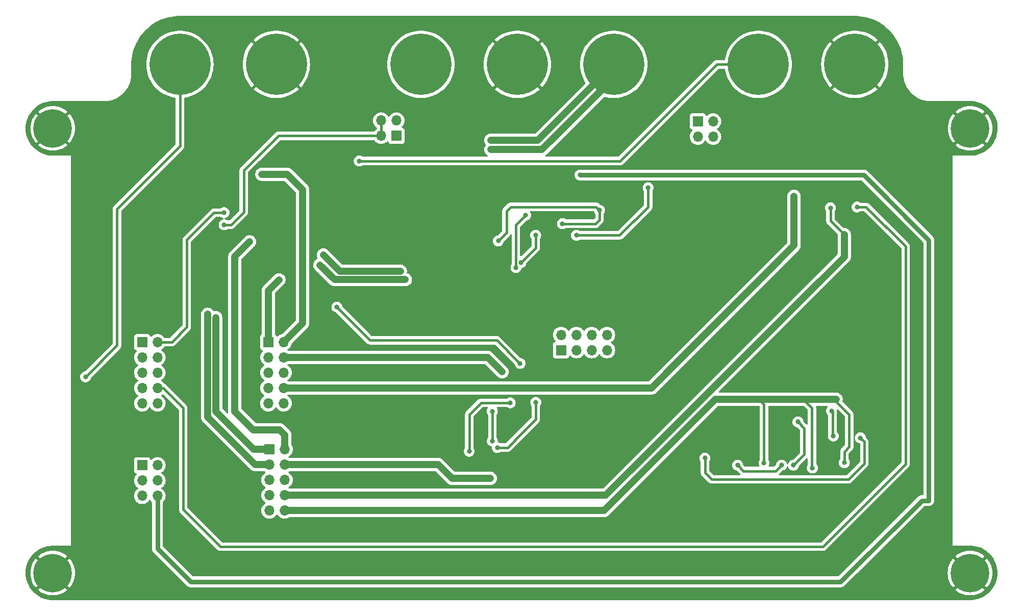
<source format=gbr>
%TF.GenerationSoftware,KiCad,Pcbnew,8.0.7*%
%TF.CreationDate,2024-12-10T19:07:15+08:00*%
%TF.ProjectId,RangkaianOpAmp,52616e67-6b61-4696-916e-4f70416d702e,rev?*%
%TF.SameCoordinates,Original*%
%TF.FileFunction,Copper,L1,Top*%
%TF.FilePolarity,Positive*%
%FSLAX46Y46*%
G04 Gerber Fmt 4.6, Leading zero omitted, Abs format (unit mm)*
G04 Created by KiCad (PCBNEW 8.0.7) date 2024-12-10 19:07:15*
%MOMM*%
%LPD*%
G01*
G04 APERTURE LIST*
%TA.AperFunction,ComponentPad*%
%ADD10C,10.160000*%
%TD*%
%TA.AperFunction,ComponentPad*%
%ADD11C,0.800000*%
%TD*%
%TA.AperFunction,ComponentPad*%
%ADD12C,6.400000*%
%TD*%
%TA.AperFunction,ComponentPad*%
%ADD13R,1.700000X1.700000*%
%TD*%
%TA.AperFunction,ComponentPad*%
%ADD14O,1.700000X1.700000*%
%TD*%
%TA.AperFunction,ViaPad*%
%ADD15C,0.800000*%
%TD*%
%TA.AperFunction,Conductor*%
%ADD16C,0.400000*%
%TD*%
%TA.AperFunction,Conductor*%
%ADD17C,1.200000*%
%TD*%
%TA.AperFunction,Conductor*%
%ADD18C,0.800000*%
%TD*%
G04 APERTURE END LIST*
D10*
%TO.P,J10,1,Pin_1*%
%TO.N,GND*%
X123113472Y-47040800D03*
%TD*%
%TO.P,J9,1,Pin_1*%
%TO.N,GND*%
X163113472Y-47040800D03*
%TD*%
D11*
%TO.P,H1,1,1*%
%TO.N,GND*%
X83621844Y-57653256D03*
X84324788Y-55956200D03*
X84324788Y-59350312D03*
X86021844Y-55253256D03*
D12*
X86021844Y-57653256D03*
D11*
X86021844Y-60053256D03*
X87718900Y-55956200D03*
X87718900Y-59350312D03*
X88421844Y-57653256D03*
%TD*%
%TO.P,H3,1,1*%
%TO.N,GND*%
X240618944Y-131491056D03*
X239916000Y-133188112D03*
X239916000Y-129794000D03*
X238218944Y-133891056D03*
D12*
X238218944Y-131491056D03*
D11*
X238218944Y-129091056D03*
X236521888Y-133188112D03*
X236521888Y-129794000D03*
X235818944Y-131491056D03*
%TD*%
D13*
%TO.P,J13,1,Pin_1*%
%TO.N,+12V*%
X121780300Y-93140050D03*
D14*
%TO.P,J13,2,Pin_2*%
%TO.N,/+12V_INV*%
X124320300Y-93140050D03*
%TO.P,J13,3,Pin_3*%
%TO.N,+12V*%
X121780300Y-95680050D03*
%TO.P,J13,4,Pin_4*%
%TO.N,/+12V_NON_INV*%
X124320300Y-95680050D03*
%TO.P,J13,5,Pin_5*%
%TO.N,+12V*%
X121780300Y-98220050D03*
%TO.P,J13,6,Pin_6*%
%TO.N,/+12V_SUM*%
X124320300Y-98220050D03*
%TO.P,J13,7,Pin_7*%
%TO.N,+12V*%
X121780300Y-100760050D03*
%TO.P,J13,8,Pin_8*%
%TO.N,/+12V_INT*%
X124320300Y-100760050D03*
%TO.P,J13,9,Pin_9*%
%TO.N,+12V*%
X121780300Y-103300050D03*
%TO.P,J13,10,Pin_10*%
%TO.N,/+12V_OSC*%
X124320300Y-103300050D03*
%TD*%
D13*
%TO.P,J7,1,Pin_1*%
%TO.N,/IN_SEL*%
X100845700Y-113605650D03*
D14*
%TO.P,J7,2,Pin_2*%
%TO.N,unconnected-(J7-Pin_2-Pad2)*%
X103385700Y-113605650D03*
%TO.P,J7,3,Pin_3*%
%TO.N,/IN_SEL*%
X100845700Y-116145650D03*
%TO.P,J7,4,Pin_4*%
%TO.N,/IN_INT*%
X103385700Y-116145650D03*
%TO.P,J7,5,Pin_5*%
%TO.N,/IN_SEL*%
X100845700Y-118685650D03*
%TO.P,J7,6,Pin_6*%
%TO.N,/IN_SUM*%
X103385700Y-118685650D03*
%TD*%
%TO.P,J3,8,Pin_8*%
%TO.N,/NON_INV_SEL*%
X177990500Y-91948000D03*
%TO.P,J3,7,Pin_7*%
%TO.N,/D_NON_INV*%
X177990500Y-94488000D03*
%TO.P,J3,6,Pin_6*%
%TO.N,/NON_INV_SEL*%
X175450500Y-91948000D03*
%TO.P,J3,5,Pin_5*%
%TO.N,/C_NON_INV*%
X175450500Y-94488000D03*
%TO.P,J3,4,Pin_4*%
%TO.N,/NON_INV_SEL*%
X172910500Y-91948000D03*
%TO.P,J3,3,Pin_3*%
%TO.N,/B_NON_INV*%
X172910500Y-94488000D03*
%TO.P,J3,2,Pin_2*%
%TO.N,/NON_INV_SEL*%
X170370500Y-91948000D03*
D13*
%TO.P,J3,1,Pin_1*%
%TO.N,/A_NON_INV*%
X170370500Y-94488000D03*
%TD*%
%TO.P,J6,1,Pin_1*%
%TO.N,/A_SUM*%
X193052700Y-56489600D03*
D14*
%TO.P,J6,2,Pin_2*%
%TO.N,/SUM_SEL*%
X195592700Y-56489600D03*
%TO.P,J6,3,Pin_3*%
%TO.N,/B_SUM*%
X193052700Y-59029600D03*
%TO.P,J6,4,Pin_4*%
%TO.N,/SUM_SEL*%
X195592700Y-59029600D03*
%TD*%
D11*
%TO.P,H2,1,1*%
%TO.N,GND*%
X88409144Y-131491056D03*
X87706200Y-133188112D03*
X87706200Y-129794000D03*
X86009144Y-133891056D03*
D12*
X86009144Y-131491056D03*
D11*
X86009144Y-129091056D03*
X84312088Y-133188112D03*
X84312088Y-129794000D03*
X83609144Y-131491056D03*
%TD*%
D13*
%TO.P,J5,1,Pin_1*%
%TO.N,/OUT_SEL*%
X100845700Y-93145050D03*
D14*
%TO.P,J5,2,Pin_2*%
%TO.N,/OUT_INV*%
X103385700Y-93145050D03*
%TO.P,J5,3,Pin_3*%
%TO.N,/OUT_SEL*%
X100845700Y-95685050D03*
%TO.P,J5,4,Pin_4*%
%TO.N,/OUT_NON_INV*%
X103385700Y-95685050D03*
%TO.P,J5,5,Pin_5*%
%TO.N,/OUT_SEL*%
X100845700Y-98225050D03*
%TO.P,J5,6,Pin_6*%
%TO.N,/OUT_SUM*%
X103385700Y-98225050D03*
%TO.P,J5,7,Pin_7*%
%TO.N,/OUT_SEL*%
X100845700Y-100765050D03*
%TO.P,J5,8,Pin_8*%
%TO.N,/OUT_INT*%
X103385700Y-100765050D03*
%TO.P,J5,9,Pin_9*%
%TO.N,/OUT_SEL*%
X100845700Y-103305050D03*
%TO.P,J5,10,Pin_10*%
%TO.N,/OUT_OSC*%
X103385700Y-103305050D03*
%TD*%
D13*
%TO.P,J4,1,Pin_1*%
%TO.N,/A_INV*%
X143040100Y-58902600D03*
D14*
%TO.P,J4,2,Pin_2*%
%TO.N,/INV_SEL*%
X140500100Y-58902600D03*
%TO.P,J4,3,Pin_3*%
%TO.N,/B_INV*%
X143040100Y-56362600D03*
%TO.P,J4,4,Pin_4*%
%TO.N,/INV_SEL*%
X140500100Y-56362600D03*
%TD*%
D10*
%TO.P,J11,1,Pin_1*%
%TO.N,+12V*%
X147113472Y-47040800D03*
%TD*%
%TO.P,J1,1,Pin_1*%
%TO.N,/IN*%
X107113472Y-47040800D03*
%TD*%
%TO.P,J8,1,Pin_1*%
%TO.N,-12V*%
X179113472Y-47040800D03*
%TD*%
D13*
%TO.P,J14,1,Pin_1*%
%TO.N,-12V*%
X121958100Y-110950800D03*
D14*
%TO.P,J14,2,Pin_2*%
%TO.N,/-12V_INV*%
X124498100Y-110950800D03*
%TO.P,J14,3,Pin_3*%
%TO.N,-12V*%
X121958100Y-113490800D03*
%TO.P,J14,4,Pin_4*%
%TO.N,/-12V_NON_INV*%
X124498100Y-113490800D03*
%TO.P,J14,5,Pin_5*%
%TO.N,-12V*%
X121958100Y-116030800D03*
%TO.P,J14,6,Pin_6*%
%TO.N,/-12V_SUM*%
X124498100Y-116030800D03*
%TO.P,J14,7,Pin_7*%
%TO.N,-12V*%
X121958100Y-118570800D03*
%TO.P,J14,8,Pin_8*%
%TO.N,/-12V_INT*%
X124498100Y-118570800D03*
%TO.P,J14,9,Pin_9*%
%TO.N,-12V*%
X121958100Y-121110800D03*
%TO.P,J14,10,Pin_10*%
%TO.N,/-12V_OSC*%
X124498100Y-121110800D03*
%TD*%
D10*
%TO.P,J2,1,Pin_1*%
%TO.N,/OUT*%
X203113472Y-47040800D03*
%TD*%
%TO.P,J12,1,Pin_1*%
%TO.N,GND*%
X219113472Y-47040800D03*
%TD*%
D11*
%TO.P,H4,1,1*%
%TO.N,GND*%
X235839300Y-57653256D03*
X236542244Y-55956200D03*
X236542244Y-59350312D03*
X238239300Y-55253256D03*
D12*
X238239300Y-57653256D03*
D11*
X238239300Y-60053256D03*
X239936356Y-55956200D03*
X239936356Y-59350312D03*
X240639300Y-57653256D03*
%TD*%
D15*
%TO.N,GND*%
X178054000Y-73380600D03*
X114503200Y-77012800D03*
X113703100Y-77812900D03*
X112852200Y-78536800D03*
X119507000Y-72009000D03*
X205409800Y-106400600D03*
X201345800Y-111074200D03*
%TO.N,Net-(U6--)*%
X209677000Y-106400600D03*
X208940400Y-113588800D03*
%TO.N,GND*%
X219405200Y-112928400D03*
X216712800Y-105359200D03*
X208788000Y-110464600D03*
X187071000Y-67564000D03*
X190830200Y-62738000D03*
X189763400Y-63423800D03*
%TO.N,/B_SUM*%
X184810400Y-67513200D03*
X172923200Y-75412600D03*
%TO.N,GND*%
X202184000Y-106172000D03*
X171704000Y-98552000D03*
X176784000Y-98552000D03*
X174244000Y-98806000D03*
X167132000Y-109220000D03*
X166878000Y-113030000D03*
X170688000Y-109982000D03*
X174244000Y-106426000D03*
X169926000Y-107188000D03*
X172720000Y-104648000D03*
X169926000Y-103632000D03*
X168148000Y-105410000D03*
X107442000Y-97028000D03*
X130302000Y-87630000D03*
X124714000Y-87884000D03*
X119380000Y-88900000D03*
X144780000Y-60960000D03*
X132080000Y-73660000D03*
X134620000Y-71120000D03*
X139700000Y-66040000D03*
X137160000Y-68580000D03*
%TO.N,-12V*%
X113055400Y-89077800D03*
X130352800Y-80340200D03*
X144526000Y-82778600D03*
X158724600Y-61188600D03*
X111734600Y-88544400D03*
X130911600Y-78689200D03*
X143687800Y-81407000D03*
X158699200Y-59613800D03*
%TO.N,+12V*%
X121780300Y-84569300D03*
X123545600Y-82804000D03*
%TO.N,/IN*%
X91465400Y-98907600D03*
%TO.N,/OUT*%
X136880600Y-63068200D03*
%TO.N,/IN_SUM*%
X173507400Y-65405000D03*
%TO.N,/OUT_NON_INV*%
X155117800Y-111277400D03*
X161925000Y-103225600D03*
X163576000Y-96697800D03*
X133159500Y-87337900D03*
%TO.N,/OUT_INV*%
X114435375Y-71657245D03*
%TO.N,/OUT_SUM*%
X159943800Y-76352400D03*
%TO.N,/OUT_INT*%
X219481400Y-70713600D03*
%TO.N,/NON_INV_SEL*%
X166166800Y-103149400D03*
X159791400Y-110667800D03*
%TO.N,/+12V_NON_INV*%
X159613600Y-97282000D03*
X158953200Y-104648000D03*
X158953200Y-109575600D03*
X160604200Y-98094800D03*
%TO.N,/+12V_INV*%
X120777000Y-65278000D03*
X127381000Y-68757800D03*
%TO.N,/+12V_SUM*%
X164490400Y-72085200D03*
X162877500Y-80759300D03*
X166147059Y-75411780D03*
X163703000Y-79933800D03*
%TO.N,/+12V_INT*%
X209016600Y-68961000D03*
%TO.N,/+12V_OSC*%
X215233993Y-104597200D03*
X215544400Y-108737400D03*
%TO.N,/-12V_INV*%
X117932200Y-77241400D03*
X118668800Y-76504800D03*
%TO.N,/-12V_NON_INV*%
X157276800Y-115773200D03*
X158623000Y-115773200D03*
%TO.N,/-12V_INT*%
X215071200Y-70866000D03*
%TO.N,/-12V_OSC*%
X217373200Y-113173000D03*
X212064600Y-114046000D03*
X204038200Y-113233200D03*
%TO.N,/OUT_OSC*%
X206959200Y-113588800D03*
X199669400Y-113588800D03*
%TO.N,Net-(U5--)*%
X194233800Y-112420400D03*
X220027500Y-109042200D03*
%TO.N,/OUT_SUM*%
X176733200Y-71247000D03*
X170586400Y-73482200D03*
%TO.N,/INV_SEL*%
X114450775Y-73663845D03*
%TD*%
D16*
%TO.N,GND*%
X114503200Y-77012800D02*
X113703100Y-77812900D01*
X113703100Y-77812900D02*
X112979200Y-78536800D01*
X112979200Y-78536800D02*
X112852200Y-78536800D01*
X119507000Y-72009000D02*
X114503200Y-77012800D01*
X208788000Y-109778800D02*
X208788000Y-110464600D01*
X205409800Y-106400600D02*
X208788000Y-109778800D01*
%TO.N,Net-(U6--)*%
X210718400Y-111810800D02*
X208940400Y-113588800D01*
X210718400Y-107442000D02*
X210718400Y-111810800D01*
X209677000Y-106400600D02*
X210718400Y-107442000D01*
%TO.N,Net-(U5--)*%
X220675200Y-109689900D02*
X220027500Y-109042200D01*
X218033600Y-115925600D02*
X220675200Y-113284000D01*
X220675200Y-113284000D02*
X220675200Y-109689900D01*
X195351400Y-115925600D02*
X218033600Y-115925600D01*
X194233800Y-114808000D02*
X195351400Y-115925600D01*
X194233800Y-112420400D02*
X194233800Y-114808000D01*
%TO.N,/-12V_OSC*%
X215646000Y-102641400D02*
X214884000Y-102641400D01*
X218186000Y-110515400D02*
X218186000Y-105181400D01*
X217373200Y-111328200D02*
X218186000Y-110515400D01*
X217373200Y-113173000D02*
X217373200Y-111328200D01*
X218186000Y-105181400D02*
X215646000Y-102641400D01*
%TO.N,/B_SUM*%
X184810400Y-70688200D02*
X184810400Y-67513200D01*
X180086000Y-75412600D02*
X184810400Y-70688200D01*
X172923200Y-75412600D02*
X180086000Y-75412600D01*
D17*
%TO.N,-12V*%
X119358200Y-110950800D02*
X121958100Y-110950800D01*
X113055400Y-104648000D02*
X119358200Y-110950800D01*
X113055400Y-89077800D02*
X113055400Y-104648000D01*
X119612200Y-113490800D02*
X121958100Y-113490800D01*
X111734600Y-105613200D02*
X119612200Y-113490800D01*
X111734600Y-88544400D02*
X111734600Y-105613200D01*
X132791200Y-82778600D02*
X130352800Y-80340200D01*
X144526000Y-82778600D02*
X132791200Y-82778600D01*
X179113472Y-49283328D02*
X167208200Y-61188600D01*
X179113472Y-47040800D02*
X179113472Y-49283328D01*
X167208200Y-61188600D02*
X158724600Y-61188600D01*
D16*
%TO.N,/OUT_INT*%
X104321050Y-100765050D02*
X103385700Y-100765050D01*
X107645200Y-104089200D02*
X104321050Y-100765050D01*
X113817400Y-127101600D02*
X107645200Y-120929400D01*
X107645200Y-120929400D02*
X107645200Y-104089200D01*
X213817200Y-127101600D02*
X113817400Y-127101600D01*
X227533200Y-77266800D02*
X227533200Y-113385600D01*
X220980000Y-70713600D02*
X227533200Y-77266800D01*
X227533200Y-113385600D02*
X213817200Y-127101600D01*
X219481400Y-70713600D02*
X220980000Y-70713600D01*
D17*
%TO.N,-12V*%
X133629400Y-81407000D02*
X130911600Y-78689200D01*
X143687800Y-81407000D02*
X133629400Y-81407000D01*
X166540472Y-59613800D02*
X158699200Y-59613800D01*
X179113472Y-47040800D02*
X166540472Y-59613800D01*
%TO.N,+12V*%
X121780300Y-84569300D02*
X121780300Y-93140050D01*
X121780300Y-84569300D02*
X123545600Y-82804000D01*
D16*
%TO.N,/IN*%
X96672400Y-71043800D02*
X107113472Y-60602728D01*
X96672400Y-93700600D02*
X96672400Y-71043800D01*
X107113472Y-60602728D02*
X107113472Y-47040800D01*
X91465400Y-98907600D02*
X96672400Y-93700600D01*
%TO.N,/OUT*%
X196189600Y-47040800D02*
X203113472Y-47040800D01*
X180162200Y-63068200D02*
X196189600Y-47040800D01*
X136880600Y-63068200D02*
X180162200Y-63068200D01*
D18*
%TO.N,/IN_SUM*%
X220573600Y-65405000D02*
X173507400Y-65405000D01*
X231368600Y-76200000D02*
X220573600Y-65405000D01*
X231368600Y-119456200D02*
X231368600Y-76200000D01*
X230225600Y-119456200D02*
X231368600Y-119456200D01*
X108762800Y-132791200D02*
X108915200Y-132943600D01*
X108915200Y-132943600D02*
X216738200Y-132943600D01*
X216738200Y-132943600D02*
X230225600Y-119456200D01*
X103385700Y-127414100D02*
X108762800Y-132791200D01*
X103385700Y-118685650D02*
X103385700Y-127414100D01*
D16*
%TO.N,/OUT_NON_INV*%
X155117800Y-105181400D02*
X155117800Y-111277400D01*
X161925000Y-103225600D02*
X157073600Y-103225600D01*
X157073600Y-103225600D02*
X155117800Y-105181400D01*
%TO.N,/+12V_NON_INV*%
X158953200Y-109575600D02*
X158953200Y-104648000D01*
%TO.N,/OUT_NON_INV*%
X159740600Y-92862400D02*
X163576000Y-96697800D01*
X159004000Y-92862400D02*
X159740600Y-92862400D01*
X138684000Y-92862400D02*
X159004000Y-92862400D01*
X133159500Y-87337900D02*
X138684000Y-92862400D01*
%TO.N,/OUT_INV*%
X108254800Y-90652600D02*
X105762350Y-93145050D01*
X108254800Y-76174600D02*
X108254800Y-90652600D01*
X105762350Y-93145050D02*
X103385700Y-93145050D01*
X112772155Y-71657245D02*
X108254800Y-76174600D01*
X114435375Y-71657245D02*
X112772155Y-71657245D01*
%TO.N,/INV_SEL*%
X117703600Y-64668400D02*
X123469400Y-58902600D01*
X117703600Y-71551800D02*
X117703600Y-64668400D01*
X123469400Y-58902600D02*
X140500100Y-58902600D01*
X115591555Y-73663845D02*
X117703600Y-71551800D01*
X114450775Y-73663845D02*
X115591555Y-73663845D01*
%TO.N,/OUT_SUM*%
X176174400Y-70688200D02*
X176733200Y-71247000D01*
X162001200Y-70688200D02*
X176174400Y-70688200D01*
X161315400Y-71374000D02*
X162001200Y-70688200D01*
X161315400Y-74980800D02*
X161315400Y-71374000D01*
X159943800Y-76352400D02*
X161315400Y-74980800D01*
%TO.N,/NON_INV_SEL*%
X166166800Y-105968800D02*
X166166800Y-103149400D01*
X163957000Y-108178600D02*
X166166800Y-105968800D01*
X161467800Y-110667800D02*
X163957000Y-108178600D01*
X159791400Y-110667800D02*
X161467800Y-110667800D01*
D17*
%TO.N,/+12V_NON_INV*%
X158189450Y-95680050D02*
X124320300Y-95680050D01*
X160604200Y-98094800D02*
X158189450Y-95680050D01*
%TO.N,/+12V_INV*%
X120777000Y-65278000D02*
X120726200Y-65278000D01*
X127457200Y-67818000D02*
X124917200Y-65278000D01*
X127457200Y-90003150D02*
X127457200Y-67818000D01*
X124917200Y-65278000D02*
X120777000Y-65278000D01*
X124320300Y-93140050D02*
X127457200Y-90003150D01*
D16*
%TO.N,/+12V_SUM*%
X162877500Y-73698100D02*
X162877500Y-80759300D01*
X164490400Y-72085200D02*
X162877500Y-73698100D01*
X166147059Y-77489741D02*
X163703000Y-79933800D01*
X166147059Y-75411780D02*
X166147059Y-77489741D01*
D17*
%TO.N,/+12V_INT*%
X209016600Y-77114400D02*
X209016600Y-68961000D01*
X185370950Y-100760050D02*
X209016600Y-77114400D01*
X124320300Y-100760050D02*
X185370950Y-100760050D01*
D16*
%TO.N,/+12V_OSC*%
X215417400Y-104780607D02*
X215417400Y-108610400D01*
X215417400Y-108610400D02*
X215544400Y-108737400D01*
X215233993Y-104597200D02*
X215417400Y-104780607D01*
D17*
%TO.N,/-12V_INV*%
X117932200Y-77241400D02*
X118668800Y-76504800D01*
X116230400Y-104698800D02*
X116230400Y-78943200D01*
X119227600Y-107696000D02*
X116230400Y-104698800D01*
X123647200Y-107696000D02*
X119227600Y-107696000D01*
X124498100Y-108546900D02*
X123647200Y-107696000D01*
X116230400Y-78943200D02*
X117932200Y-77241400D01*
X124498100Y-110950800D02*
X124498100Y-108546900D01*
%TO.N,/-12V_NON_INV*%
X157276800Y-115773200D02*
X158623000Y-115773200D01*
X153111200Y-115773200D02*
X157276800Y-115773200D01*
X153085800Y-115798600D02*
X153111200Y-115773200D01*
X152298400Y-115798600D02*
X153085800Y-115798600D01*
X149990600Y-113490800D02*
X152298400Y-115798600D01*
X124498100Y-113490800D02*
X149990600Y-113490800D01*
D16*
%TO.N,/-12V_INT*%
X215071200Y-70866000D02*
X215071200Y-73034400D01*
X215071200Y-73034400D02*
X217347800Y-75311000D01*
D17*
X217347800Y-78991858D02*
X217347800Y-75311000D01*
X177768858Y-118570800D02*
X217347800Y-78991858D01*
X124498100Y-118570800D02*
X177768858Y-118570800D01*
%TO.N,/-12V_OSC*%
X214884000Y-102641400D02*
X216001600Y-102641400D01*
X209550000Y-102641400D02*
X214884000Y-102641400D01*
D16*
X210566000Y-102641400D02*
X209550000Y-102641400D01*
X211988400Y-104063800D02*
X210566000Y-102641400D01*
X212064600Y-114046000D02*
X211988400Y-113969800D01*
X211988400Y-113969800D02*
X211988400Y-104063800D01*
D17*
X203149200Y-102641400D02*
X209550000Y-102641400D01*
D16*
X204038200Y-103530400D02*
X203149200Y-102641400D01*
X204038200Y-113233200D02*
X204038200Y-103530400D01*
D17*
X195961000Y-102641400D02*
X203149200Y-102641400D01*
X195402200Y-103200200D02*
X195961000Y-102641400D01*
X177491600Y-121110800D02*
X195402200Y-103200200D01*
X124498100Y-121110800D02*
X177491600Y-121110800D01*
D16*
%TO.N,/OUT_OSC*%
X205994000Y-114554000D02*
X206959200Y-113588800D01*
X200634600Y-114554000D02*
X205994000Y-114554000D01*
X199669400Y-113588800D02*
X200634600Y-114554000D01*
%TO.N,Net-(U5--)*%
X194233800Y-112420400D02*
X194233800Y-112471200D01*
%TO.N,/OUT_SUM*%
X176733200Y-72847200D02*
X176733200Y-71247000D01*
X176098200Y-73482200D02*
X176733200Y-72847200D01*
X170586400Y-73482200D02*
X176098200Y-73482200D01*
%TO.N,/INV_SEL*%
X140500100Y-56362600D02*
X140500100Y-58902600D01*
%TD*%
%TA.AperFunction,Conductor*%
%TO.N,GND*%
G36*
X214580897Y-103761585D02*
G01*
X214626652Y-103814389D01*
X214636596Y-103883547D01*
X214607571Y-103947103D01*
X214606008Y-103948872D01*
X214501459Y-104064985D01*
X214406814Y-104228915D01*
X214406811Y-104228922D01*
X214358061Y-104378960D01*
X214348319Y-104408944D01*
X214328533Y-104597200D01*
X214348319Y-104785456D01*
X214348320Y-104785459D01*
X214406811Y-104965477D01*
X214406814Y-104965484D01*
X214501460Y-105129416D01*
X214628122Y-105270088D01*
X214643594Y-105281329D01*
X214665785Y-105297452D01*
X214708451Y-105352781D01*
X214716900Y-105397770D01*
X214716900Y-108350463D01*
X214710831Y-108388781D01*
X214671450Y-108509985D01*
X214658726Y-108549144D01*
X214638940Y-108737400D01*
X214658726Y-108925656D01*
X214658727Y-108925659D01*
X214717218Y-109105677D01*
X214717221Y-109105684D01*
X214811867Y-109269616D01*
X214917870Y-109387344D01*
X214938529Y-109410288D01*
X215091665Y-109521548D01*
X215091670Y-109521551D01*
X215264592Y-109598542D01*
X215264597Y-109598544D01*
X215449754Y-109637900D01*
X215449755Y-109637900D01*
X215639044Y-109637900D01*
X215639046Y-109637900D01*
X215824203Y-109598544D01*
X215997130Y-109521551D01*
X216150271Y-109410288D01*
X216276933Y-109269616D01*
X216371579Y-109105684D01*
X216430074Y-108925656D01*
X216449860Y-108737400D01*
X216430074Y-108549144D01*
X216371579Y-108369116D01*
X216276933Y-108205184D01*
X216233247Y-108156666D01*
X216149750Y-108063932D01*
X216119520Y-108000940D01*
X216117900Y-107980960D01*
X216117900Y-104806800D01*
X216119459Y-104791969D01*
X216118987Y-104791920D01*
X216119666Y-104785458D01*
X216119667Y-104785456D01*
X216139453Y-104597200D01*
X216120655Y-104418352D01*
X216133224Y-104349627D01*
X216180956Y-104298603D01*
X216248696Y-104281485D01*
X216314938Y-104303707D01*
X216331657Y-104317714D01*
X217449181Y-105435237D01*
X217482666Y-105496560D01*
X217485500Y-105522918D01*
X217485500Y-110173880D01*
X217465815Y-110240919D01*
X217449181Y-110261561D01*
X216829088Y-110881653D01*
X216829087Y-110881654D01*
X216752423Y-110996392D01*
X216699621Y-111123868D01*
X216699618Y-111123880D01*
X216687220Y-111186209D01*
X216687220Y-111186210D01*
X216672700Y-111259204D01*
X216672700Y-112557608D01*
X216653015Y-112624647D01*
X216640856Y-112640574D01*
X216640668Y-112640782D01*
X216640664Y-112640787D01*
X216546021Y-112804715D01*
X216546018Y-112804722D01*
X216495245Y-112960987D01*
X216487526Y-112984744D01*
X216467740Y-113173000D01*
X216487526Y-113361256D01*
X216487527Y-113361259D01*
X216546018Y-113541277D01*
X216546020Y-113541281D01*
X216546021Y-113541284D01*
X216640667Y-113705216D01*
X216718237Y-113791366D01*
X216767329Y-113845888D01*
X216920465Y-113957148D01*
X216920470Y-113957151D01*
X217093392Y-114034142D01*
X217093397Y-114034144D01*
X217278554Y-114073500D01*
X217278555Y-114073500D01*
X217467844Y-114073500D01*
X217467846Y-114073500D01*
X217653003Y-114034144D01*
X217825930Y-113957151D01*
X217979071Y-113845888D01*
X218105733Y-113705216D01*
X218200379Y-113541284D01*
X218258874Y-113361256D01*
X218278660Y-113173000D01*
X218258874Y-112984744D01*
X218200379Y-112804716D01*
X218105733Y-112640784D01*
X218105544Y-112640574D01*
X218105473Y-112640427D01*
X218101914Y-112635528D01*
X218102810Y-112634876D01*
X218075319Y-112577580D01*
X218073700Y-112557608D01*
X218073700Y-111669719D01*
X218093385Y-111602680D01*
X218110019Y-111582038D01*
X218730112Y-110961945D01*
X218730114Y-110961943D01*
X218806775Y-110847211D01*
X218859580Y-110719728D01*
X218869909Y-110667800D01*
X218886500Y-110584396D01*
X218886500Y-109167247D01*
X218906185Y-109100208D01*
X218958989Y-109054453D01*
X219028147Y-109044509D01*
X219091703Y-109073534D01*
X219129477Y-109132312D01*
X219133819Y-109154279D01*
X219141826Y-109230456D01*
X219141827Y-109230459D01*
X219200318Y-109410477D01*
X219200321Y-109410484D01*
X219294967Y-109574416D01*
X219359762Y-109646378D01*
X219421629Y-109715088D01*
X219574765Y-109826348D01*
X219574770Y-109826351D01*
X219747691Y-109903342D01*
X219747693Y-109903342D01*
X219747697Y-109903344D01*
X219876484Y-109930718D01*
X219937962Y-109963909D01*
X219971739Y-110025072D01*
X219974700Y-110052007D01*
X219974700Y-112942481D01*
X219955015Y-113009520D01*
X219938381Y-113030162D01*
X217779762Y-115188781D01*
X217718439Y-115222266D01*
X217692081Y-115225100D01*
X206612920Y-115225100D01*
X206545881Y-115205415D01*
X206500126Y-115152611D01*
X206490182Y-115083453D01*
X206519207Y-115019897D01*
X206525239Y-115013419D01*
X206894514Y-114644143D01*
X207022175Y-114516481D01*
X207083496Y-114482998D01*
X207083562Y-114482983D01*
X207239003Y-114449944D01*
X207239007Y-114449942D01*
X207239008Y-114449942D01*
X207319111Y-114414277D01*
X207411930Y-114372951D01*
X207565071Y-114261688D01*
X207691733Y-114121016D01*
X207786379Y-113957084D01*
X207831869Y-113817080D01*
X207871306Y-113759405D01*
X207935665Y-113732207D01*
X208004511Y-113744122D01*
X208055987Y-113791366D01*
X208067731Y-113817081D01*
X208113218Y-113957078D01*
X208113221Y-113957084D01*
X208207867Y-114121016D01*
X208309829Y-114234256D01*
X208334529Y-114261688D01*
X208487665Y-114372948D01*
X208487670Y-114372951D01*
X208660592Y-114449942D01*
X208660597Y-114449944D01*
X208845754Y-114489300D01*
X208845755Y-114489300D01*
X209035044Y-114489300D01*
X209035046Y-114489300D01*
X209220203Y-114449944D01*
X209393130Y-114372951D01*
X209546271Y-114261688D01*
X209672933Y-114121016D01*
X209767579Y-113957084D01*
X209826074Y-113777056D01*
X209831264Y-113727669D01*
X209857847Y-113663058D01*
X209866894Y-113652961D01*
X211076220Y-112443635D01*
X211137542Y-112410152D01*
X211207234Y-112415136D01*
X211263167Y-112457008D01*
X211287584Y-112522472D01*
X211287900Y-112531318D01*
X211287900Y-113557057D01*
X211271287Y-113619057D01*
X211237421Y-113677714D01*
X211180305Y-113853500D01*
X211178926Y-113857744D01*
X211159140Y-114046000D01*
X211178926Y-114234256D01*
X211178927Y-114234259D01*
X211237418Y-114414277D01*
X211237421Y-114414284D01*
X211332067Y-114578216D01*
X211439904Y-114697981D01*
X211458729Y-114718888D01*
X211611865Y-114830148D01*
X211611870Y-114830151D01*
X211784792Y-114907142D01*
X211784797Y-114907144D01*
X211969954Y-114946500D01*
X211969955Y-114946500D01*
X212159244Y-114946500D01*
X212159246Y-114946500D01*
X212344403Y-114907144D01*
X212517330Y-114830151D01*
X212670471Y-114718888D01*
X212797133Y-114578216D01*
X212891779Y-114414284D01*
X212950274Y-114234256D01*
X212970060Y-114046000D01*
X212950274Y-113857744D01*
X212891779Y-113677716D01*
X212797133Y-113513784D01*
X212720750Y-113428952D01*
X212690520Y-113365961D01*
X212688900Y-113345980D01*
X212688900Y-103994804D01*
X212668071Y-103890092D01*
X212674298Y-103820500D01*
X212717161Y-103765323D01*
X212783051Y-103742078D01*
X212789688Y-103741900D01*
X214513858Y-103741900D01*
X214580897Y-103761585D01*
G37*
%TD.AperFunction*%
%TA.AperFunction,Conductor*%
G36*
X210691520Y-103761585D02*
G01*
X210712162Y-103778219D01*
X211251581Y-104317637D01*
X211285066Y-104378960D01*
X211287900Y-104405318D01*
X211287900Y-106721480D01*
X211268215Y-106788519D01*
X211215411Y-106834274D01*
X211146253Y-106844218D01*
X211082697Y-106815193D01*
X211076219Y-106809161D01*
X210603503Y-106336446D01*
X210570018Y-106275123D01*
X210567865Y-106261743D01*
X210562674Y-106212344D01*
X210549929Y-106173120D01*
X210504181Y-106032322D01*
X210504180Y-106032321D01*
X210504179Y-106032316D01*
X210409533Y-105868384D01*
X210282871Y-105727712D01*
X210282870Y-105727711D01*
X210129734Y-105616451D01*
X210129729Y-105616448D01*
X209956807Y-105539457D01*
X209956802Y-105539455D01*
X209811001Y-105508465D01*
X209771646Y-105500100D01*
X209582354Y-105500100D01*
X209549897Y-105506998D01*
X209397197Y-105539455D01*
X209397192Y-105539457D01*
X209224270Y-105616448D01*
X209224265Y-105616451D01*
X209071129Y-105727711D01*
X208944466Y-105868385D01*
X208849821Y-106032315D01*
X208849818Y-106032322D01*
X208798590Y-106189988D01*
X208791326Y-106212344D01*
X208771540Y-106400600D01*
X208791326Y-106588856D01*
X208791327Y-106588859D01*
X208849818Y-106768877D01*
X208849821Y-106768884D01*
X208944467Y-106932816D01*
X209035079Y-107033450D01*
X209071129Y-107073488D01*
X209224265Y-107184748D01*
X209224270Y-107184751D01*
X209397191Y-107261742D01*
X209397193Y-107261742D01*
X209397197Y-107261744D01*
X209552130Y-107294675D01*
X209613607Y-107327866D01*
X209614026Y-107328283D01*
X209981581Y-107695838D01*
X210015066Y-107757161D01*
X210017900Y-107783519D01*
X210017900Y-111469281D01*
X209998215Y-111536320D01*
X209981581Y-111556962D01*
X208877426Y-112661116D01*
X208816103Y-112694601D01*
X208815526Y-112694725D01*
X208660597Y-112727655D01*
X208660592Y-112727657D01*
X208487670Y-112804648D01*
X208487665Y-112804651D01*
X208334529Y-112915911D01*
X208207866Y-113056585D01*
X208113221Y-113220515D01*
X208113218Y-113220522D01*
X208067731Y-113360518D01*
X208028293Y-113418194D01*
X207963935Y-113445392D01*
X207895088Y-113433477D01*
X207843613Y-113386233D01*
X207831869Y-113360518D01*
X207786381Y-113220522D01*
X207786380Y-113220521D01*
X207786379Y-113220516D01*
X207691733Y-113056584D01*
X207565071Y-112915912D01*
X207565070Y-112915911D01*
X207411934Y-112804651D01*
X207411929Y-112804648D01*
X207239007Y-112727657D01*
X207239002Y-112727655D01*
X207085725Y-112695076D01*
X207053846Y-112688300D01*
X206864554Y-112688300D01*
X206832675Y-112695076D01*
X206679397Y-112727655D01*
X206679392Y-112727657D01*
X206506470Y-112804648D01*
X206506465Y-112804651D01*
X206353329Y-112915911D01*
X206226666Y-113056585D01*
X206132021Y-113220515D01*
X206132018Y-113220522D01*
X206073527Y-113400539D01*
X206073525Y-113400550D01*
X206068334Y-113449929D01*
X206041749Y-113514543D01*
X206032695Y-113524646D01*
X205740160Y-113817182D01*
X205678840Y-113850666D01*
X205652481Y-113853500D01*
X204934652Y-113853500D01*
X204867613Y-113833815D01*
X204821858Y-113781011D01*
X204811914Y-113711853D01*
X204827264Y-113667501D01*
X204835664Y-113652952D01*
X204865379Y-113601484D01*
X204923874Y-113421456D01*
X204943660Y-113233200D01*
X204923874Y-113044944D01*
X204865379Y-112864916D01*
X204786132Y-112727656D01*
X204770735Y-112700987D01*
X204770731Y-112700982D01*
X204770544Y-112700774D01*
X204770473Y-112700627D01*
X204766914Y-112695728D01*
X204767810Y-112695076D01*
X204740319Y-112637780D01*
X204738700Y-112617808D01*
X204738700Y-103865900D01*
X204758385Y-103798861D01*
X204811189Y-103753106D01*
X204862700Y-103741900D01*
X209463389Y-103741900D01*
X210624481Y-103741900D01*
X210691520Y-103761585D01*
G37*
%TD.AperFunction*%
%TA.AperFunction,Conductor*%
G36*
X219100960Y-38989005D02*
G01*
X219384016Y-38991530D01*
X219391731Y-38991840D01*
X219956974Y-39032267D01*
X219965732Y-39033208D01*
X220526110Y-39113778D01*
X220534801Y-39115347D01*
X221087967Y-39235681D01*
X221096543Y-39237869D01*
X221639735Y-39397365D01*
X221648094Y-39400147D01*
X222178548Y-39597996D01*
X222186681Y-39601365D01*
X222701655Y-39836546D01*
X222709554Y-39840500D01*
X223206421Y-40111811D01*
X223214017Y-40116317D01*
X223690288Y-40422398D01*
X223697520Y-40427420D01*
X224150714Y-40766676D01*
X224157607Y-40772230D01*
X224585449Y-41142958D01*
X224591927Y-41148990D01*
X224992209Y-41549272D01*
X224998241Y-41555750D01*
X225368969Y-41983592D01*
X225374523Y-41990485D01*
X225421901Y-42053774D01*
X225594977Y-42284978D01*
X225713772Y-42443669D01*
X225718805Y-42450917D01*
X226024872Y-42927166D01*
X226029388Y-42934778D01*
X226300699Y-43431645D01*
X226304658Y-43439555D01*
X226539828Y-43954504D01*
X226543210Y-43962669D01*
X226741045Y-44493086D01*
X226743840Y-44501484D01*
X226903329Y-45044655D01*
X226905518Y-45053232D01*
X227025850Y-45606388D01*
X227027422Y-45615099D01*
X227107988Y-46175446D01*
X227108934Y-46184247D01*
X227149358Y-46749456D01*
X227149669Y-46757195D01*
X227152195Y-47040238D01*
X227152200Y-47041345D01*
X227152200Y-48615577D01*
X227154612Y-48824512D01*
X227154612Y-48824513D01*
X227193163Y-49240557D01*
X227193163Y-49240558D01*
X227269943Y-49651291D01*
X227384286Y-50053163D01*
X227384285Y-50053163D01*
X227535225Y-50442783D01*
X227721469Y-50816811D01*
X227941429Y-51172059D01*
X228193230Y-51505497D01*
X228216982Y-51531552D01*
X228474721Y-51814278D01*
X228708959Y-52027814D01*
X228783503Y-52095770D01*
X229116941Y-52347571D01*
X229472189Y-52567531D01*
X229846217Y-52753775D01*
X230235834Y-52904713D01*
X230637708Y-53019055D01*
X230637708Y-53019056D01*
X230637710Y-53019056D01*
X230637716Y-53019058D01*
X231048434Y-53095835D01*
X231048439Y-53095835D01*
X231048442Y-53095836D01*
X231122973Y-53102742D01*
X231464484Y-53134388D01*
X231673400Y-53136800D01*
X238402282Y-53136800D01*
X238406510Y-53136872D01*
X238612944Y-53143915D01*
X238623146Y-53144688D01*
X239036840Y-53193306D01*
X239048379Y-53195218D01*
X239454948Y-53282516D01*
X239466242Y-53285505D01*
X239862746Y-53410781D01*
X239873738Y-53414835D01*
X240256622Y-53576961D01*
X240267184Y-53582034D01*
X240633070Y-53779580D01*
X240643089Y-53785617D01*
X240813392Y-53899541D01*
X240988695Y-54016811D01*
X240998114Y-54023777D01*
X241320359Y-54286556D01*
X241329079Y-54294381D01*
X241625084Y-54586400D01*
X241633026Y-54595013D01*
X241900145Y-54913659D01*
X241907238Y-54922982D01*
X242090161Y-55188567D01*
X242143091Y-55265415D01*
X242149274Y-55275368D01*
X242351764Y-55638549D01*
X242356979Y-55649039D01*
X242524280Y-56029687D01*
X242528477Y-56040610D01*
X242659112Y-56435363D01*
X242662263Y-56446647D01*
X242755059Y-56851971D01*
X242757131Y-56863502D01*
X242811257Y-57275760D01*
X242812232Y-57287436D01*
X242827208Y-57702975D01*
X242827076Y-57714690D01*
X242802768Y-58129780D01*
X242801531Y-58141430D01*
X242738157Y-58552372D01*
X242735826Y-58563855D01*
X242633953Y-58966969D01*
X242630549Y-58978179D01*
X242491076Y-59369905D01*
X242486630Y-59380744D01*
X242310817Y-59757545D01*
X242305367Y-59767916D01*
X242094776Y-60126444D01*
X242088371Y-60136255D01*
X241844885Y-60473301D01*
X241837584Y-60482463D01*
X241563373Y-60795029D01*
X241555239Y-60803462D01*
X241252745Y-61088760D01*
X241243851Y-61096387D01*
X240915789Y-61351857D01*
X240906216Y-61358610D01*
X240555510Y-61581976D01*
X240545342Y-61587796D01*
X240175118Y-61777068D01*
X240164445Y-61781903D01*
X239778005Y-61935390D01*
X239766925Y-61939195D01*
X239367731Y-62055523D01*
X239356340Y-62058266D01*
X238947952Y-62136400D01*
X238936354Y-62138056D01*
X238521682Y-62177367D01*
X238511423Y-62177912D01*
X238305335Y-62180311D01*
X238303486Y-62180333D01*
X238302044Y-62180341D01*
X235302800Y-62180341D01*
X235353599Y-126948058D01*
X235353600Y-126948059D01*
X238351482Y-126948059D01*
X238355710Y-126948131D01*
X238562144Y-126955174D01*
X238572346Y-126955947D01*
X238986040Y-127004565D01*
X238997579Y-127006477D01*
X239404143Y-127093774D01*
X239415451Y-127096767D01*
X239811958Y-127222043D01*
X239822921Y-127226086D01*
X240205822Y-127388220D01*
X240216367Y-127393284D01*
X240582287Y-127590847D01*
X240592290Y-127596876D01*
X240762638Y-127710831D01*
X240937895Y-127828070D01*
X240947314Y-127835036D01*
X241269560Y-128097816D01*
X241278280Y-128105641D01*
X241574285Y-128397659D01*
X241582227Y-128406272D01*
X241849349Y-128724923D01*
X241856443Y-128734248D01*
X242092288Y-129076671D01*
X242098471Y-129086622D01*
X242300963Y-129449804D01*
X242306178Y-129460295D01*
X242473482Y-129840950D01*
X242477682Y-129851879D01*
X242608313Y-130246623D01*
X242611464Y-130257907D01*
X242704260Y-130663231D01*
X242706332Y-130674762D01*
X242760458Y-131087020D01*
X242761433Y-131098696D01*
X242776409Y-131514235D01*
X242776277Y-131525950D01*
X242751969Y-131941040D01*
X242750732Y-131952690D01*
X242687358Y-132363632D01*
X242685027Y-132375115D01*
X242583154Y-132778229D01*
X242579751Y-132789439D01*
X242440278Y-133181166D01*
X242435831Y-133192005D01*
X242260018Y-133568806D01*
X242254568Y-133579177D01*
X242043977Y-133937705D01*
X242037572Y-133947516D01*
X241794086Y-134284562D01*
X241786785Y-134293724D01*
X241512573Y-134606291D01*
X241504439Y-134614724D01*
X241201946Y-134900021D01*
X241193052Y-134907648D01*
X240864991Y-135163118D01*
X240855426Y-135169865D01*
X240574445Y-135348824D01*
X240504706Y-135393241D01*
X240494537Y-135399060D01*
X240124326Y-135588324D01*
X240113655Y-135593159D01*
X239727202Y-135746652D01*
X239716121Y-135750457D01*
X239316932Y-135866784D01*
X239305541Y-135869527D01*
X238897152Y-135947661D01*
X238885554Y-135949317D01*
X238470883Y-135988628D01*
X238460622Y-135989173D01*
X238252688Y-135991592D01*
X238251246Y-135991600D01*
X85930318Y-135991600D01*
X85926090Y-135991528D01*
X85837845Y-135988517D01*
X85719675Y-135984485D01*
X85709431Y-135983709D01*
X85295769Y-135935094D01*
X85284210Y-135933179D01*
X84877667Y-135845887D01*
X84866341Y-135842889D01*
X84469853Y-135717618D01*
X84458861Y-135713564D01*
X84075977Y-135551438D01*
X84065416Y-135546365D01*
X83699537Y-135348824D01*
X83689502Y-135342777D01*
X83343904Y-135111588D01*
X83334485Y-135104622D01*
X83012240Y-134841843D01*
X83003520Y-134834018D01*
X82707515Y-134541999D01*
X82699573Y-134533386D01*
X82661972Y-134488532D01*
X82432451Y-134214736D01*
X82425360Y-134205416D01*
X82247730Y-133947516D01*
X82189503Y-133862977D01*
X82183325Y-133853031D01*
X81980835Y-133489850D01*
X81975620Y-133479360D01*
X81808313Y-133098698D01*
X81804126Y-133087801D01*
X81673482Y-132693018D01*
X81670336Y-132681752D01*
X81600134Y-132375115D01*
X81577538Y-132276419D01*
X81575468Y-132264897D01*
X81575007Y-132261386D01*
X81521340Y-131852621D01*
X81520368Y-131840981D01*
X81507756Y-131491055D01*
X82304066Y-131491055D01*
X82304066Y-131491056D01*
X82324363Y-131878343D01*
X82385030Y-132261379D01*
X82385031Y-132261386D01*
X82485406Y-132635992D01*
X82624388Y-132998050D01*
X82800454Y-133343599D01*
X83011667Y-133668839D01*
X83011669Y-133668841D01*
X83220240Y-133926404D01*
X84714891Y-132431753D01*
X84788732Y-132533386D01*
X84966814Y-132711468D01*
X85068445Y-132785307D01*
X83573794Y-134279958D01*
X83831358Y-134488531D01*
X83831360Y-134488532D01*
X84156600Y-134699745D01*
X84502149Y-134875811D01*
X84864207Y-135014793D01*
X85238813Y-135115168D01*
X85238820Y-135115169D01*
X85621856Y-135175836D01*
X86009143Y-135196134D01*
X86009145Y-135196134D01*
X86396431Y-135175836D01*
X86779467Y-135115169D01*
X86779474Y-135115168D01*
X87154080Y-135014793D01*
X87516138Y-134875811D01*
X87861687Y-134699745D01*
X88186915Y-134488540D01*
X88186928Y-134488530D01*
X88444492Y-134279958D01*
X86949842Y-132785308D01*
X87051474Y-132711468D01*
X87229556Y-132533386D01*
X87303396Y-132431754D01*
X88798046Y-133926404D01*
X89006618Y-133668840D01*
X89006628Y-133668827D01*
X89217833Y-133343599D01*
X89393899Y-132998050D01*
X89532881Y-132635992D01*
X89633256Y-132261386D01*
X89633257Y-132261379D01*
X89693924Y-131878343D01*
X89714222Y-131491056D01*
X89714222Y-131491055D01*
X89693924Y-131103768D01*
X89633257Y-130720732D01*
X89633256Y-130720725D01*
X89532881Y-130346119D01*
X89393899Y-129984061D01*
X89217833Y-129638512D01*
X89006620Y-129313272D01*
X89006619Y-129313270D01*
X88798046Y-129055706D01*
X87303395Y-130550357D01*
X87229556Y-130448726D01*
X87051474Y-130270644D01*
X86949842Y-130196804D01*
X88444493Y-128702152D01*
X88186929Y-128493581D01*
X88186927Y-128493579D01*
X87861687Y-128282366D01*
X87516138Y-128106300D01*
X87154080Y-127967318D01*
X86779474Y-127866943D01*
X86779467Y-127866942D01*
X86396431Y-127806275D01*
X86009145Y-127785978D01*
X86009143Y-127785978D01*
X85621856Y-127806275D01*
X85238820Y-127866942D01*
X85238813Y-127866943D01*
X84864207Y-127967318D01*
X84502149Y-128106300D01*
X84156600Y-128282366D01*
X83831350Y-128493587D01*
X83573793Y-128702151D01*
X83573793Y-128702152D01*
X85068445Y-130196804D01*
X84966814Y-130270644D01*
X84788732Y-130448726D01*
X84714892Y-130550357D01*
X83220240Y-129055705D01*
X83220239Y-129055705D01*
X83011675Y-129313262D01*
X82800454Y-129638512D01*
X82624388Y-129984061D01*
X82485406Y-130346119D01*
X82385031Y-130720725D01*
X82385030Y-130720732D01*
X82324363Y-131103768D01*
X82304066Y-131491055D01*
X81507756Y-131491055D01*
X81505391Y-131425422D01*
X81505523Y-131413709D01*
X81521698Y-131137502D01*
X81529831Y-130998610D01*
X81531068Y-130986969D01*
X81594444Y-130576014D01*
X81596769Y-130564563D01*
X81698650Y-130161414D01*
X81702050Y-130150220D01*
X81841523Y-129758494D01*
X81845969Y-129747655D01*
X82021786Y-129370846D01*
X82027227Y-129360491D01*
X82237836Y-129001933D01*
X82244213Y-128992165D01*
X82487716Y-128655094D01*
X82495015Y-128645936D01*
X82769241Y-128333354D01*
X82777346Y-128324951D01*
X83079861Y-128039632D01*
X83088741Y-128032017D01*
X83416818Y-127776536D01*
X83426374Y-127769795D01*
X83777095Y-127546419D01*
X83787251Y-127540606D01*
X84157501Y-127351321D01*
X84168133Y-127346505D01*
X84554609Y-127193003D01*
X84565658Y-127189209D01*
X84964872Y-127072874D01*
X84976255Y-127070133D01*
X85384650Y-126991998D01*
X85396242Y-126990343D01*
X85810921Y-126951031D01*
X85821173Y-126950487D01*
X86029113Y-126948067D01*
X86030556Y-126948059D01*
X89029800Y-126948059D01*
X89029800Y-116145649D01*
X99490041Y-116145649D01*
X99490041Y-116145650D01*
X99510636Y-116381053D01*
X99510638Y-116381063D01*
X99571794Y-116609305D01*
X99571796Y-116609309D01*
X99571797Y-116609313D01*
X99632659Y-116739831D01*
X99671665Y-116823480D01*
X99671667Y-116823484D01*
X99779981Y-116978171D01*
X99807201Y-117017046D01*
X99807206Y-117017052D01*
X99974297Y-117184143D01*
X99974303Y-117184148D01*
X100159858Y-117314075D01*
X100203483Y-117368652D01*
X100210677Y-117438150D01*
X100179154Y-117500505D01*
X100159858Y-117517225D01*
X99974297Y-117647155D01*
X99807205Y-117814247D01*
X99671665Y-118007819D01*
X99671664Y-118007821D01*
X99571798Y-118221985D01*
X99571794Y-118221994D01*
X99510638Y-118450236D01*
X99510636Y-118450246D01*
X99490041Y-118685649D01*
X99490041Y-118685650D01*
X99510636Y-118921053D01*
X99510638Y-118921063D01*
X99571794Y-119149305D01*
X99571796Y-119149309D01*
X99571797Y-119149313D01*
X99651704Y-119320673D01*
X99671665Y-119363480D01*
X99671667Y-119363484D01*
X99779981Y-119518171D01*
X99807205Y-119557051D01*
X99974299Y-119724145D01*
X100006094Y-119746408D01*
X100167865Y-119859682D01*
X100167867Y-119859683D01*
X100167870Y-119859685D01*
X100382037Y-119959553D01*
X100610292Y-120020713D01*
X100798618Y-120037189D01*
X100845699Y-120041309D01*
X100845700Y-120041309D01*
X100845701Y-120041309D01*
X100884934Y-120037876D01*
X101081108Y-120020713D01*
X101309363Y-119959553D01*
X101523530Y-119859685D01*
X101717101Y-119724145D01*
X101884195Y-119557051D01*
X102014125Y-119371492D01*
X102068702Y-119327867D01*
X102138200Y-119320673D01*
X102200555Y-119352196D01*
X102217275Y-119371492D01*
X102347201Y-119557046D01*
X102347206Y-119557052D01*
X102448881Y-119658727D01*
X102482366Y-119720050D01*
X102485200Y-119746408D01*
X102485200Y-127502796D01*
X102519803Y-127676758D01*
X102519805Y-127676766D01*
X102553746Y-127758706D01*
X102553746Y-127758707D01*
X102587684Y-127840642D01*
X102587685Y-127840644D01*
X102646763Y-127929060D01*
X102646764Y-127929061D01*
X102686234Y-127988134D01*
X102686235Y-127988135D01*
X102686236Y-127988136D01*
X105372862Y-130674762D01*
X108058995Y-133360894D01*
X108059016Y-133360917D01*
X108341164Y-133643064D01*
X108341166Y-133643066D01*
X108400236Y-133682533D01*
X108400239Y-133682536D01*
X108488649Y-133741610D01*
X108488653Y-133741613D01*
X108570593Y-133775553D01*
X108652534Y-133809495D01*
X108826503Y-133844099D01*
X108826507Y-133844100D01*
X108826508Y-133844100D01*
X216826893Y-133844100D01*
X216826894Y-133844099D01*
X217000866Y-133809495D01*
X217082806Y-133775553D01*
X217164747Y-133741613D01*
X217164749Y-133741611D01*
X217164752Y-133741610D01*
X217253155Y-133682539D01*
X217253155Y-133682538D01*
X217253159Y-133682536D01*
X217312236Y-133643064D01*
X219464245Y-131491055D01*
X234513866Y-131491055D01*
X234513866Y-131491056D01*
X234534163Y-131878343D01*
X234594830Y-132261379D01*
X234594831Y-132261386D01*
X234695206Y-132635992D01*
X234834188Y-132998050D01*
X235010254Y-133343599D01*
X235221467Y-133668839D01*
X235221469Y-133668841D01*
X235430040Y-133926404D01*
X236924691Y-132431753D01*
X236998532Y-132533386D01*
X237176614Y-132711468D01*
X237278245Y-132785307D01*
X235783594Y-134279958D01*
X236041158Y-134488531D01*
X236041160Y-134488532D01*
X236366400Y-134699745D01*
X236711949Y-134875811D01*
X237074007Y-135014793D01*
X237448613Y-135115168D01*
X237448620Y-135115169D01*
X237831656Y-135175836D01*
X238218943Y-135196134D01*
X238218945Y-135196134D01*
X238606231Y-135175836D01*
X238989267Y-135115169D01*
X238989274Y-135115168D01*
X239363880Y-135014793D01*
X239725938Y-134875811D01*
X240071487Y-134699745D01*
X240396715Y-134488540D01*
X240396728Y-134488530D01*
X240654292Y-134279958D01*
X239159642Y-132785308D01*
X239261274Y-132711468D01*
X239439356Y-132533386D01*
X239513196Y-132431754D01*
X241007846Y-133926404D01*
X241216418Y-133668840D01*
X241216428Y-133668827D01*
X241427633Y-133343599D01*
X241603699Y-132998050D01*
X241742681Y-132635992D01*
X241843056Y-132261386D01*
X241843057Y-132261379D01*
X241903724Y-131878343D01*
X241924022Y-131491056D01*
X241924022Y-131491055D01*
X241903724Y-131103768D01*
X241843057Y-130720732D01*
X241843056Y-130720725D01*
X241742681Y-130346119D01*
X241603699Y-129984061D01*
X241427633Y-129638512D01*
X241216420Y-129313272D01*
X241216419Y-129313270D01*
X241007846Y-129055706D01*
X239513195Y-130550357D01*
X239439356Y-130448726D01*
X239261274Y-130270644D01*
X239159642Y-130196804D01*
X240654293Y-128702152D01*
X240396729Y-128493581D01*
X240396727Y-128493579D01*
X240071487Y-128282366D01*
X239725938Y-128106300D01*
X239363880Y-127967318D01*
X238989274Y-127866943D01*
X238989267Y-127866942D01*
X238606231Y-127806275D01*
X238218945Y-127785978D01*
X238218943Y-127785978D01*
X237831656Y-127806275D01*
X237448620Y-127866942D01*
X237448613Y-127866943D01*
X237074007Y-127967318D01*
X236711949Y-128106300D01*
X236366400Y-128282366D01*
X236041150Y-128493587D01*
X235783593Y-128702151D01*
X235783593Y-128702152D01*
X237278245Y-130196804D01*
X237176614Y-130270644D01*
X236998532Y-130448726D01*
X236924692Y-130550357D01*
X235430040Y-129055705D01*
X235430039Y-129055705D01*
X235221475Y-129313262D01*
X235010254Y-129638512D01*
X234834188Y-129984061D01*
X234695206Y-130346119D01*
X234594831Y-130720725D01*
X234594830Y-130720732D01*
X234534163Y-131103768D01*
X234513866Y-131491055D01*
X219464245Y-131491055D01*
X230562281Y-120393019D01*
X230623604Y-120359534D01*
X230649962Y-120356700D01*
X231457293Y-120356700D01*
X231457294Y-120356699D01*
X231515282Y-120345164D01*
X231631258Y-120322096D01*
X231631261Y-120322094D01*
X231631266Y-120322094D01*
X231795147Y-120254213D01*
X231942635Y-120155664D01*
X232068064Y-120030235D01*
X232166613Y-119882747D01*
X232234494Y-119718866D01*
X232242351Y-119679369D01*
X232269099Y-119544895D01*
X232269100Y-119544893D01*
X232269100Y-76111306D01*
X232269099Y-76111304D01*
X232234496Y-75937341D01*
X232234493Y-75937332D01*
X232166616Y-75773459D01*
X232166609Y-75773446D01*
X232068065Y-75625966D01*
X232005667Y-75563568D01*
X231942635Y-75500536D01*
X221147636Y-64705536D01*
X221147635Y-64705535D01*
X221147630Y-64705531D01*
X221088561Y-64666064D01*
X221088560Y-64666063D01*
X221000144Y-64606985D01*
X221000142Y-64606984D01*
X220918207Y-64573046D01*
X220918206Y-64573046D01*
X220836266Y-64539105D01*
X220836258Y-64539103D01*
X220662296Y-64504500D01*
X220662292Y-64504500D01*
X220662291Y-64504500D01*
X173602046Y-64504500D01*
X173412754Y-64504500D01*
X173412750Y-64504500D01*
X173326734Y-64522783D01*
X173325145Y-64523110D01*
X173244736Y-64539105D01*
X173238914Y-64540871D01*
X173238782Y-64540437D01*
X173228120Y-64543744D01*
X173227600Y-64543854D01*
X173227599Y-64543854D01*
X173153369Y-64576904D01*
X173150386Y-64578185D01*
X173080857Y-64606984D01*
X173080850Y-64606988D01*
X173079746Y-64607726D01*
X173061311Y-64617892D01*
X173054672Y-64620848D01*
X173054664Y-64620853D01*
X172994376Y-64664653D01*
X172990386Y-64667434D01*
X172933368Y-64705533D01*
X172933358Y-64705542D01*
X172927653Y-64711246D01*
X172912872Y-64723870D01*
X172901529Y-64732111D01*
X172901526Y-64732114D01*
X172856142Y-64782517D01*
X172851677Y-64787222D01*
X172807939Y-64830961D01*
X172807932Y-64830969D01*
X172799710Y-64843275D01*
X172788762Y-64857350D01*
X172774872Y-64872776D01*
X172774867Y-64872784D01*
X172744314Y-64925703D01*
X172740030Y-64932591D01*
X172709388Y-64978450D01*
X172701141Y-64998360D01*
X172693969Y-65012902D01*
X172680224Y-65036710D01*
X172680221Y-65036715D01*
X172663410Y-65088451D01*
X172660043Y-65097578D01*
X172641506Y-65142333D01*
X172635989Y-65170066D01*
X172632305Y-65184183D01*
X172621725Y-65216747D01*
X172616740Y-65264171D01*
X172615038Y-65275396D01*
X172606900Y-65316310D01*
X172606900Y-65351306D01*
X172606221Y-65364266D01*
X172601940Y-65404999D01*
X172606221Y-65445731D01*
X172606900Y-65458692D01*
X172606900Y-65493695D01*
X172615037Y-65534602D01*
X172616741Y-65545831D01*
X172621725Y-65593253D01*
X172621725Y-65593254D01*
X172632304Y-65625811D01*
X172635990Y-65639938D01*
X172641504Y-65667662D01*
X172641505Y-65667664D01*
X172660044Y-65712423D01*
X172663412Y-65721554D01*
X172680219Y-65773279D01*
X172680222Y-65773286D01*
X172693969Y-65797097D01*
X172701142Y-65811643D01*
X172709384Y-65831542D01*
X172740034Y-65877413D01*
X172744319Y-65884304D01*
X172774868Y-65937218D01*
X172774869Y-65937219D01*
X172788757Y-65952643D01*
X172799707Y-65966721D01*
X172807934Y-65979033D01*
X172851674Y-66022773D01*
X172856144Y-66027483D01*
X172901529Y-66077888D01*
X172901531Y-66077890D01*
X172912867Y-66086126D01*
X172927663Y-66098763D01*
X172933361Y-66104461D01*
X172933365Y-66104464D01*
X172990394Y-66142570D01*
X172994367Y-66145339D01*
X173054670Y-66189151D01*
X173061302Y-66192104D01*
X173079761Y-66202283D01*
X173080853Y-66203013D01*
X173150442Y-66231836D01*
X173153387Y-66233102D01*
X173227597Y-66266144D01*
X173228096Y-66266250D01*
X173238770Y-66269562D01*
X173238903Y-66269125D01*
X173244730Y-66270892D01*
X173244734Y-66270894D01*
X173325216Y-66286902D01*
X173326682Y-66287204D01*
X173412754Y-66305500D01*
X173418709Y-66305500D01*
X220149238Y-66305500D01*
X220216277Y-66325185D01*
X220236919Y-66341819D01*
X230431781Y-76536680D01*
X230465266Y-76598003D01*
X230468100Y-76624361D01*
X230468100Y-118431700D01*
X230448415Y-118498739D01*
X230395611Y-118544494D01*
X230344100Y-118555700D01*
X230136903Y-118555700D01*
X229962941Y-118590303D01*
X229962929Y-118590306D01*
X229880992Y-118624245D01*
X229880993Y-118624246D01*
X229799055Y-118658185D01*
X229710640Y-118717263D01*
X229710639Y-118717264D01*
X229651561Y-118756737D01*
X229651560Y-118756738D01*
X216401519Y-132006781D01*
X216340196Y-132040266D01*
X216313838Y-132043100D01*
X109339561Y-132043100D01*
X109272522Y-132023415D01*
X109251880Y-132006781D01*
X104322519Y-127077419D01*
X104289034Y-127016096D01*
X104286200Y-126989738D01*
X104286200Y-119746408D01*
X104305885Y-119679369D01*
X104322519Y-119658727D01*
X104371953Y-119609293D01*
X104424195Y-119557051D01*
X104559735Y-119363480D01*
X104659603Y-119149313D01*
X104720763Y-118921058D01*
X104741359Y-118685650D01*
X104720763Y-118450242D01*
X104659603Y-118221987D01*
X104559735Y-118007821D01*
X104554125Y-117999808D01*
X104424194Y-117814247D01*
X104257102Y-117647156D01*
X104257096Y-117647151D01*
X104071542Y-117517225D01*
X104027917Y-117462648D01*
X104020723Y-117393150D01*
X104052246Y-117330795D01*
X104071542Y-117314075D01*
X104122634Y-117278300D01*
X104257101Y-117184145D01*
X104424195Y-117017051D01*
X104559735Y-116823480D01*
X104659603Y-116609313D01*
X104720763Y-116381058D01*
X104741359Y-116145650D01*
X104720763Y-115910242D01*
X104659603Y-115681987D01*
X104559735Y-115467821D01*
X104554125Y-115459808D01*
X104424194Y-115274247D01*
X104257102Y-115107156D01*
X104257096Y-115107151D01*
X104071542Y-114977225D01*
X104027917Y-114922648D01*
X104020723Y-114853150D01*
X104052246Y-114790795D01*
X104071542Y-114774075D01*
X104101173Y-114753327D01*
X104257101Y-114644145D01*
X104424195Y-114477051D01*
X104559735Y-114283480D01*
X104659603Y-114069313D01*
X104720763Y-113841058D01*
X104741359Y-113605650D01*
X104720763Y-113370242D01*
X104659603Y-113141987D01*
X104559735Y-112927821D01*
X104551397Y-112915912D01*
X104424194Y-112734247D01*
X104257102Y-112567156D01*
X104257095Y-112567151D01*
X104063534Y-112431617D01*
X104063530Y-112431615D01*
X104039479Y-112420400D01*
X103849363Y-112331747D01*
X103849359Y-112331746D01*
X103849355Y-112331744D01*
X103621113Y-112270588D01*
X103621103Y-112270586D01*
X103385701Y-112249991D01*
X103385699Y-112249991D01*
X103150296Y-112270586D01*
X103150286Y-112270588D01*
X102922044Y-112331744D01*
X102922035Y-112331748D01*
X102707871Y-112431614D01*
X102707869Y-112431615D01*
X102514300Y-112567153D01*
X102392373Y-112689080D01*
X102331050Y-112722564D01*
X102261358Y-112717580D01*
X102205425Y-112675708D01*
X102188510Y-112644731D01*
X102139497Y-112513321D01*
X102139493Y-112513314D01*
X102053247Y-112398105D01*
X102053244Y-112398102D01*
X101938035Y-112311856D01*
X101938028Y-112311852D01*
X101803182Y-112261558D01*
X101803183Y-112261558D01*
X101743583Y-112255151D01*
X101743581Y-112255150D01*
X101743573Y-112255150D01*
X101743564Y-112255150D01*
X99947829Y-112255150D01*
X99947823Y-112255151D01*
X99888216Y-112261558D01*
X99753371Y-112311852D01*
X99753364Y-112311856D01*
X99638155Y-112398102D01*
X99638152Y-112398105D01*
X99551906Y-112513314D01*
X99551902Y-112513321D01*
X99501608Y-112648167D01*
X99495201Y-112707766D01*
X99495200Y-112707785D01*
X99495200Y-114503520D01*
X99495201Y-114503526D01*
X99501608Y-114563133D01*
X99551902Y-114697978D01*
X99551906Y-114697985D01*
X99638152Y-114813194D01*
X99638155Y-114813197D01*
X99753364Y-114899443D01*
X99753371Y-114899447D01*
X99884781Y-114948460D01*
X99940715Y-114990331D01*
X99965132Y-115055795D01*
X99950280Y-115124068D01*
X99929130Y-115152323D01*
X99807203Y-115274250D01*
X99671665Y-115467819D01*
X99671664Y-115467821D01*
X99571798Y-115681985D01*
X99571794Y-115681994D01*
X99510638Y-115910236D01*
X99510636Y-115910246D01*
X99490041Y-116145649D01*
X89029800Y-116145649D01*
X89029800Y-98907600D01*
X90559940Y-98907600D01*
X90579726Y-99095856D01*
X90579727Y-99095859D01*
X90638218Y-99275877D01*
X90638221Y-99275884D01*
X90732867Y-99439816D01*
X90854502Y-99574905D01*
X90859529Y-99580488D01*
X91012665Y-99691748D01*
X91012670Y-99691751D01*
X91185592Y-99768742D01*
X91185597Y-99768744D01*
X91370754Y-99808100D01*
X91370755Y-99808100D01*
X91560044Y-99808100D01*
X91560046Y-99808100D01*
X91745203Y-99768744D01*
X91918130Y-99691751D01*
X92071271Y-99580488D01*
X92197933Y-99439816D01*
X92292579Y-99275884D01*
X92351074Y-99095856D01*
X92356264Y-99046469D01*
X92382847Y-98981858D01*
X92391894Y-98971761D01*
X95678607Y-95685049D01*
X99490041Y-95685049D01*
X99490041Y-95685050D01*
X99510636Y-95920453D01*
X99510638Y-95920463D01*
X99571794Y-96148705D01*
X99571796Y-96148709D01*
X99571797Y-96148713D01*
X99579665Y-96165585D01*
X99671665Y-96362880D01*
X99671667Y-96362884D01*
X99774360Y-96509544D01*
X99807201Y-96556446D01*
X99807206Y-96556452D01*
X99974297Y-96723543D01*
X99974303Y-96723548D01*
X100159858Y-96853475D01*
X100203483Y-96908052D01*
X100210677Y-96977550D01*
X100179154Y-97039905D01*
X100159858Y-97056625D01*
X99974297Y-97186555D01*
X99807205Y-97353647D01*
X99671665Y-97547219D01*
X99671664Y-97547221D01*
X99647846Y-97598300D01*
X99574130Y-97756385D01*
X99571798Y-97761385D01*
X99571794Y-97761394D01*
X99510638Y-97989636D01*
X99510636Y-97989646D01*
X99490041Y-98225049D01*
X99490041Y-98225050D01*
X99510636Y-98460453D01*
X99510638Y-98460463D01*
X99571794Y-98688705D01*
X99571796Y-98688709D01*
X99571797Y-98688713D01*
X99629161Y-98811730D01*
X99671665Y-98902880D01*
X99671667Y-98902884D01*
X99726966Y-98981858D01*
X99807201Y-99096446D01*
X99807206Y-99096452D01*
X99974297Y-99263543D01*
X99974303Y-99263548D01*
X100159858Y-99393475D01*
X100203483Y-99448052D01*
X100210677Y-99517550D01*
X100179154Y-99579905D01*
X100159858Y-99596625D01*
X99974297Y-99726555D01*
X99807205Y-99893647D01*
X99671665Y-100087219D01*
X99671664Y-100087221D01*
X99578101Y-100287866D01*
X99574130Y-100296385D01*
X99571798Y-100301385D01*
X99571794Y-100301394D01*
X99510638Y-100529636D01*
X99510636Y-100529646D01*
X99490041Y-100765049D01*
X99490041Y-100765050D01*
X99510636Y-101000453D01*
X99510638Y-101000463D01*
X99571794Y-101228705D01*
X99571796Y-101228709D01*
X99571797Y-101228713D01*
X99575700Y-101237082D01*
X99671665Y-101442880D01*
X99671667Y-101442884D01*
X99779981Y-101597571D01*
X99807201Y-101636446D01*
X99807206Y-101636452D01*
X99974297Y-101803543D01*
X99974303Y-101803548D01*
X100159858Y-101933475D01*
X100203483Y-101988052D01*
X100210677Y-102057550D01*
X100179154Y-102119905D01*
X100159858Y-102136625D01*
X99974297Y-102266555D01*
X99807205Y-102433647D01*
X99671665Y-102627219D01*
X99671664Y-102627221D01*
X99599902Y-102781116D01*
X99574130Y-102836385D01*
X99571798Y-102841385D01*
X99571794Y-102841394D01*
X99510638Y-103069636D01*
X99510636Y-103069646D01*
X99490041Y-103305049D01*
X99490041Y-103305050D01*
X99510636Y-103540453D01*
X99510638Y-103540463D01*
X99571794Y-103768705D01*
X99571796Y-103768709D01*
X99571797Y-103768713D01*
X99649330Y-103934982D01*
X99671665Y-103982880D01*
X99671667Y-103982884D01*
X99744390Y-104086742D01*
X99807205Y-104176451D01*
X99974299Y-104343545D01*
X100024877Y-104378960D01*
X100167865Y-104479082D01*
X100167867Y-104479083D01*
X100167870Y-104479085D01*
X100382037Y-104578953D01*
X100610292Y-104640113D01*
X100788551Y-104655709D01*
X100845699Y-104660709D01*
X100845700Y-104660709D01*
X100845701Y-104660709D01*
X100902849Y-104655709D01*
X101081108Y-104640113D01*
X101309363Y-104578953D01*
X101523530Y-104479085D01*
X101717101Y-104343545D01*
X101884195Y-104176451D01*
X102014125Y-103990892D01*
X102068702Y-103947267D01*
X102138200Y-103940073D01*
X102200555Y-103971596D01*
X102217275Y-103990892D01*
X102347200Y-104176445D01*
X102347205Y-104176451D01*
X102514299Y-104343545D01*
X102564877Y-104378960D01*
X102707865Y-104479082D01*
X102707867Y-104479083D01*
X102707870Y-104479085D01*
X102922037Y-104578953D01*
X103150292Y-104640113D01*
X103328551Y-104655709D01*
X103385699Y-104660709D01*
X103385700Y-104660709D01*
X103385701Y-104660709D01*
X103442849Y-104655709D01*
X103621108Y-104640113D01*
X103849363Y-104578953D01*
X104063530Y-104479085D01*
X104257101Y-104343545D01*
X104424195Y-104176451D01*
X104559735Y-103982880D01*
X104659603Y-103768713D01*
X104720763Y-103540458D01*
X104741359Y-103305050D01*
X104740921Y-103300049D01*
X104720763Y-103069646D01*
X104720763Y-103069642D01*
X104659603Y-102841387D01*
X104559735Y-102627221D01*
X104554125Y-102619208D01*
X104424194Y-102433647D01*
X104257102Y-102266556D01*
X104257101Y-102266555D01*
X104071542Y-102136625D01*
X104071541Y-102136624D01*
X104027916Y-102082047D01*
X104020724Y-102012548D01*
X104052246Y-101950194D01*
X104071536Y-101933478D01*
X104237620Y-101817185D01*
X104303825Y-101794859D01*
X104371592Y-101811869D01*
X104396423Y-101831080D01*
X106908381Y-104343038D01*
X106941866Y-104404361D01*
X106944700Y-104430719D01*
X106944700Y-120860406D01*
X106944700Y-120998394D01*
X106944700Y-120998396D01*
X106944699Y-120998396D01*
X106971618Y-121133722D01*
X106971621Y-121133732D01*
X107024422Y-121261207D01*
X107101087Y-121375945D01*
X113370854Y-127645712D01*
X113485592Y-127722377D01*
X113600071Y-127769795D01*
X113613072Y-127775180D01*
X113613076Y-127775180D01*
X113613077Y-127775181D01*
X113748403Y-127802100D01*
X113748406Y-127802100D01*
X213886196Y-127802100D01*
X213977240Y-127783989D01*
X214021528Y-127775180D01*
X214085269Y-127748777D01*
X214149007Y-127722377D01*
X214149008Y-127722376D01*
X214149011Y-127722375D01*
X214263743Y-127645714D01*
X228077314Y-113832143D01*
X228153975Y-113717411D01*
X228206780Y-113589929D01*
X228216456Y-113541284D01*
X228226991Y-113488322D01*
X228233700Y-113454595D01*
X228233700Y-77197804D01*
X228233699Y-77197802D01*
X228206781Y-77062477D01*
X228206778Y-77062466D01*
X228202918Y-77053148D01*
X228202915Y-77053141D01*
X228191313Y-77025132D01*
X228153973Y-76934985D01*
X228077315Y-76820259D01*
X228077314Y-76820258D01*
X227979742Y-76722686D01*
X226341726Y-75084670D01*
X221426546Y-70169488D01*
X221426545Y-70169487D01*
X221311807Y-70092822D01*
X221184332Y-70040021D01*
X221184322Y-70040018D01*
X221048996Y-70013100D01*
X221048994Y-70013100D01*
X221048993Y-70013100D01*
X220089556Y-70013100D01*
X220022517Y-69993415D01*
X220016671Y-69989418D01*
X219934134Y-69929451D01*
X219934129Y-69929448D01*
X219761207Y-69852457D01*
X219761202Y-69852455D01*
X219615401Y-69821465D01*
X219576046Y-69813100D01*
X219386754Y-69813100D01*
X219354297Y-69819998D01*
X219201597Y-69852455D01*
X219201592Y-69852457D01*
X219028670Y-69929448D01*
X219028665Y-69929451D01*
X218875529Y-70040711D01*
X218748866Y-70181385D01*
X218654221Y-70345315D01*
X218654218Y-70345322D01*
X218616031Y-70462851D01*
X218595726Y-70525344D01*
X218575940Y-70713600D01*
X218595726Y-70901856D01*
X218595727Y-70901859D01*
X218654218Y-71081877D01*
X218654221Y-71081884D01*
X218748867Y-71245816D01*
X218802163Y-71305007D01*
X218875529Y-71386488D01*
X219028665Y-71497748D01*
X219028670Y-71497751D01*
X219201592Y-71574742D01*
X219201597Y-71574744D01*
X219386754Y-71614100D01*
X219386755Y-71614100D01*
X219576044Y-71614100D01*
X219576046Y-71614100D01*
X219761203Y-71574744D01*
X219934130Y-71497751D01*
X219984152Y-71461408D01*
X220016671Y-71437782D01*
X220082477Y-71414302D01*
X220089556Y-71414100D01*
X220638481Y-71414100D01*
X220705520Y-71433785D01*
X220726162Y-71450419D01*
X226796381Y-77520637D01*
X226829866Y-77581960D01*
X226832700Y-77608318D01*
X226832700Y-113044081D01*
X226813015Y-113111120D01*
X226796381Y-113131762D01*
X213563362Y-126364781D01*
X213502039Y-126398266D01*
X213475681Y-126401100D01*
X114158919Y-126401100D01*
X114091880Y-126381415D01*
X114071238Y-126364781D01*
X108382019Y-120675562D01*
X108348534Y-120614239D01*
X108345700Y-120587881D01*
X108345700Y-104020207D01*
X108343619Y-104009748D01*
X108340647Y-103994806D01*
X108339868Y-103990892D01*
X108318781Y-103884879D01*
X108318780Y-103884872D01*
X108308259Y-103859472D01*
X108265977Y-103757392D01*
X108189312Y-103642654D01*
X104767595Y-100220937D01*
X104652864Y-100144277D01*
X104652863Y-100144276D01*
X104652861Y-100144275D01*
X104611351Y-100127081D01*
X104557230Y-100083644D01*
X104424195Y-99893649D01*
X104257101Y-99726555D01*
X104257099Y-99726554D01*
X104257096Y-99726551D01*
X104071542Y-99596625D01*
X104027917Y-99542048D01*
X104020723Y-99472550D01*
X104052246Y-99410195D01*
X104071542Y-99393475D01*
X104093726Y-99377941D01*
X104257101Y-99263545D01*
X104424195Y-99096451D01*
X104559735Y-98902880D01*
X104659603Y-98688713D01*
X104720763Y-98460458D01*
X104741359Y-98225050D01*
X104740921Y-98220049D01*
X104725734Y-98046457D01*
X104720763Y-97989642D01*
X104659603Y-97761387D01*
X104559735Y-97547221D01*
X104554125Y-97539208D01*
X104424194Y-97353647D01*
X104257102Y-97186556D01*
X104257096Y-97186551D01*
X104071542Y-97056625D01*
X104027917Y-97002048D01*
X104020723Y-96932550D01*
X104052246Y-96870195D01*
X104071542Y-96853475D01*
X104202250Y-96761952D01*
X104257101Y-96723545D01*
X104424195Y-96556451D01*
X104559735Y-96362880D01*
X104659603Y-96148713D01*
X104720763Y-95920458D01*
X104741359Y-95685050D01*
X104740921Y-95680049D01*
X104720763Y-95449646D01*
X104720763Y-95449642D01*
X104659603Y-95221387D01*
X104559735Y-95007221D01*
X104554125Y-94999208D01*
X104424194Y-94813647D01*
X104257102Y-94646556D01*
X104257096Y-94646551D01*
X104071542Y-94516625D01*
X104027917Y-94462048D01*
X104020723Y-94392550D01*
X104052246Y-94330195D01*
X104071542Y-94313475D01*
X104158486Y-94252596D01*
X104257101Y-94183545D01*
X104424195Y-94016451D01*
X104506836Y-93898426D01*
X104561413Y-93854802D01*
X104608411Y-93845550D01*
X105831346Y-93845550D01*
X105945312Y-93822880D01*
X105966678Y-93818630D01*
X106048559Y-93784714D01*
X106094157Y-93765827D01*
X106094158Y-93765826D01*
X106094161Y-93765825D01*
X106208893Y-93689164D01*
X108798914Y-91099143D01*
X108875575Y-90984411D01*
X108928380Y-90856928D01*
X108955300Y-90721594D01*
X108955300Y-90583606D01*
X108955300Y-88457789D01*
X110634100Y-88457789D01*
X110634100Y-105699810D01*
X110660799Y-105868385D01*
X110661198Y-105870901D01*
X110714727Y-106035645D01*
X110793368Y-106189988D01*
X110895186Y-106330128D01*
X118895272Y-114330214D01*
X119035412Y-114432032D01*
X119189755Y-114510673D01*
X119354499Y-114564202D01*
X119525589Y-114591300D01*
X119698811Y-114591300D01*
X121136154Y-114591300D01*
X121203193Y-114610985D01*
X121207277Y-114613725D01*
X121272258Y-114659225D01*
X121315883Y-114713802D01*
X121323077Y-114783300D01*
X121291554Y-114845655D01*
X121272258Y-114862375D01*
X121086697Y-114992305D01*
X120919605Y-115159397D01*
X120784065Y-115352969D01*
X120784064Y-115352971D01*
X120684198Y-115567135D01*
X120684194Y-115567144D01*
X120623038Y-115795386D01*
X120623036Y-115795396D01*
X120602441Y-116030799D01*
X120602441Y-116030800D01*
X120623036Y-116266203D01*
X120623038Y-116266213D01*
X120684194Y-116494455D01*
X120684196Y-116494459D01*
X120684197Y-116494463D01*
X120739292Y-116612614D01*
X120784065Y-116708630D01*
X120784067Y-116708634D01*
X120860978Y-116818473D01*
X120919601Y-116902196D01*
X120919606Y-116902202D01*
X121086697Y-117069293D01*
X121086703Y-117069298D01*
X121272258Y-117199225D01*
X121315883Y-117253802D01*
X121323077Y-117323300D01*
X121291554Y-117385655D01*
X121272258Y-117402375D01*
X121086697Y-117532305D01*
X120919605Y-117699397D01*
X120784065Y-117892969D01*
X120784064Y-117892971D01*
X120684198Y-118107135D01*
X120684194Y-118107144D01*
X120623038Y-118335386D01*
X120623036Y-118335396D01*
X120602441Y-118570799D01*
X120602441Y-118570800D01*
X120623036Y-118806203D01*
X120623038Y-118806213D01*
X120684194Y-119034455D01*
X120684196Y-119034459D01*
X120684197Y-119034463D01*
X120688100Y-119042832D01*
X120784065Y-119248630D01*
X120784067Y-119248634D01*
X120864484Y-119363480D01*
X120919601Y-119442196D01*
X120919606Y-119442202D01*
X121086697Y-119609293D01*
X121086703Y-119609298D01*
X121272258Y-119739225D01*
X121315883Y-119793802D01*
X121323077Y-119863300D01*
X121291554Y-119925655D01*
X121272258Y-119942375D01*
X121086697Y-120072305D01*
X120919605Y-120239397D01*
X120784065Y-120432969D01*
X120784064Y-120432971D01*
X120684198Y-120647135D01*
X120684194Y-120647144D01*
X120623038Y-120875386D01*
X120623036Y-120875396D01*
X120602441Y-121110799D01*
X120602441Y-121110800D01*
X120623036Y-121346203D01*
X120623038Y-121346213D01*
X120684194Y-121574455D01*
X120684196Y-121574459D01*
X120684197Y-121574463D01*
X120688100Y-121582832D01*
X120784065Y-121788630D01*
X120784067Y-121788634D01*
X120892381Y-121943321D01*
X120919605Y-121982201D01*
X121086699Y-122149295D01*
X121175251Y-122211300D01*
X121280265Y-122284832D01*
X121280267Y-122284833D01*
X121280270Y-122284835D01*
X121494437Y-122384703D01*
X121722692Y-122445863D01*
X121911018Y-122462339D01*
X121958099Y-122466459D01*
X121958100Y-122466459D01*
X121958101Y-122466459D01*
X121997334Y-122463026D01*
X122193508Y-122445863D01*
X122421763Y-122384703D01*
X122635930Y-122284835D01*
X122829501Y-122149295D01*
X122996595Y-121982201D01*
X123126525Y-121796642D01*
X123181102Y-121753017D01*
X123250600Y-121745823D01*
X123312955Y-121777346D01*
X123329675Y-121796642D01*
X123459600Y-121982195D01*
X123459605Y-121982201D01*
X123626699Y-122149295D01*
X123715251Y-122211300D01*
X123820265Y-122284832D01*
X123820267Y-122284833D01*
X123820270Y-122284835D01*
X124034437Y-122384703D01*
X124262692Y-122445863D01*
X124451018Y-122462339D01*
X124498099Y-122466459D01*
X124498100Y-122466459D01*
X124498101Y-122466459D01*
X124537334Y-122463026D01*
X124733508Y-122445863D01*
X124961763Y-122384703D01*
X125175930Y-122284835D01*
X125248923Y-122233724D01*
X125315129Y-122211398D01*
X125320046Y-122211300D01*
X177578210Y-122211300D01*
X177578211Y-122211300D01*
X177749301Y-122184202D01*
X177914045Y-122130673D01*
X178068388Y-122052032D01*
X178208528Y-121950214D01*
X196241614Y-103917128D01*
X196380523Y-103778219D01*
X196441846Y-103744734D01*
X196468204Y-103741900D01*
X203062589Y-103741900D01*
X203207681Y-103741900D01*
X203274720Y-103761585D01*
X203295362Y-103778219D01*
X203301381Y-103784238D01*
X203334866Y-103845561D01*
X203337700Y-103871919D01*
X203337700Y-112617808D01*
X203318015Y-112684847D01*
X203305856Y-112700774D01*
X203305668Y-112700982D01*
X203305664Y-112700987D01*
X203211021Y-112864915D01*
X203211018Y-112864922D01*
X203161031Y-113018767D01*
X203152526Y-113044944D01*
X203132740Y-113233200D01*
X203152526Y-113421456D01*
X203152527Y-113421459D01*
X203211018Y-113601477D01*
X203211020Y-113601481D01*
X203211021Y-113601484D01*
X203219293Y-113615811D01*
X203249136Y-113667501D01*
X203265608Y-113735401D01*
X203242755Y-113801428D01*
X203187833Y-113844618D01*
X203141748Y-113853500D01*
X200976119Y-113853500D01*
X200909080Y-113833815D01*
X200888438Y-113817181D01*
X200595903Y-113524646D01*
X200562418Y-113463323D01*
X200560264Y-113449929D01*
X200555074Y-113400544D01*
X200555072Y-113400539D01*
X200496581Y-113220522D01*
X200496580Y-113220521D01*
X200496579Y-113220516D01*
X200401933Y-113056584D01*
X200275271Y-112915912D01*
X200275270Y-112915911D01*
X200122134Y-112804651D01*
X200122129Y-112804648D01*
X199949207Y-112727657D01*
X199949202Y-112727655D01*
X199795925Y-112695076D01*
X199764046Y-112688300D01*
X199574754Y-112688300D01*
X199542875Y-112695076D01*
X199389597Y-112727655D01*
X199389592Y-112727657D01*
X199216670Y-112804648D01*
X199216665Y-112804651D01*
X199063529Y-112915911D01*
X198936866Y-113056585D01*
X198842221Y-113220515D01*
X198842218Y-113220522D01*
X198783727Y-113400540D01*
X198783726Y-113400544D01*
X198763940Y-113588800D01*
X198783726Y-113777056D01*
X198783727Y-113777059D01*
X198842218Y-113957077D01*
X198842221Y-113957084D01*
X198936867Y-114121016D01*
X199038829Y-114234256D01*
X199063529Y-114261688D01*
X199216665Y-114372948D01*
X199216670Y-114372951D01*
X199389591Y-114449942D01*
X199389593Y-114449942D01*
X199389597Y-114449944D01*
X199544530Y-114482875D01*
X199606007Y-114516066D01*
X199606426Y-114516483D01*
X200103361Y-115013419D01*
X200136846Y-115074742D01*
X200131862Y-115144434D01*
X200089990Y-115200367D01*
X200024526Y-115224784D01*
X200015680Y-115225100D01*
X195692919Y-115225100D01*
X195625880Y-115205415D01*
X195605238Y-115188781D01*
X194970619Y-114554162D01*
X194937134Y-114492839D01*
X194934300Y-114466481D01*
X194934300Y-113035791D01*
X194953985Y-112968752D01*
X194966152Y-112952817D01*
X194966333Y-112952616D01*
X195060979Y-112788684D01*
X195119474Y-112608656D01*
X195139260Y-112420400D01*
X195119474Y-112232144D01*
X195060979Y-112052116D01*
X194966333Y-111888184D01*
X194839671Y-111747512D01*
X194839670Y-111747511D01*
X194686534Y-111636251D01*
X194686529Y-111636248D01*
X194513607Y-111559257D01*
X194513602Y-111559255D01*
X194367801Y-111528265D01*
X194328446Y-111519900D01*
X194139154Y-111519900D01*
X194106697Y-111526798D01*
X193953997Y-111559255D01*
X193953992Y-111559257D01*
X193781070Y-111636248D01*
X193781065Y-111636251D01*
X193627929Y-111747511D01*
X193501266Y-111888185D01*
X193406621Y-112052115D01*
X193406618Y-112052122D01*
X193352283Y-112219349D01*
X193348126Y-112232144D01*
X193328340Y-112420400D01*
X193348126Y-112608656D01*
X193348127Y-112608659D01*
X193406618Y-112788677D01*
X193406621Y-112788684D01*
X193501266Y-112952615D01*
X193501448Y-112952817D01*
X193501516Y-112952959D01*
X193505085Y-112957871D01*
X193504186Y-112958523D01*
X193531679Y-113015808D01*
X193533300Y-113035791D01*
X193533300Y-114739006D01*
X193533300Y-114876994D01*
X193533300Y-114876996D01*
X193533299Y-114876996D01*
X193560218Y-115012322D01*
X193560221Y-115012332D01*
X193613022Y-115139807D01*
X193689687Y-115254545D01*
X194904854Y-116469712D01*
X195019592Y-116546377D01*
X195147067Y-116599178D01*
X195147072Y-116599180D01*
X195147076Y-116599180D01*
X195147077Y-116599181D01*
X195282403Y-116626100D01*
X195282406Y-116626100D01*
X218102596Y-116626100D01*
X218193640Y-116607989D01*
X218237928Y-116599180D01*
X218301669Y-116572777D01*
X218365407Y-116546377D01*
X218365408Y-116546376D01*
X218365411Y-116546375D01*
X218480143Y-116469714D01*
X221219314Y-113730543D01*
X221295975Y-113615811D01*
X221300185Y-113605649D01*
X221326848Y-113541277D01*
X221348780Y-113488328D01*
X221362731Y-113418194D01*
X221375700Y-113352996D01*
X221375700Y-109620904D01*
X221348781Y-109485577D01*
X221348780Y-109485576D01*
X221348780Y-109485572D01*
X221317675Y-109410477D01*
X221295976Y-109358091D01*
X221269278Y-109318134D01*
X221269278Y-109318133D01*
X221269276Y-109318132D01*
X221219314Y-109243357D01*
X221219311Y-109243353D01*
X220954003Y-108978046D01*
X220920518Y-108916723D01*
X220918365Y-108903343D01*
X220913174Y-108853944D01*
X220900905Y-108816185D01*
X220854681Y-108673922D01*
X220854680Y-108673921D01*
X220854679Y-108673916D01*
X220760033Y-108509984D01*
X220633371Y-108369312D01*
X220633370Y-108369311D01*
X220480234Y-108258051D01*
X220480229Y-108258048D01*
X220307307Y-108181057D01*
X220307302Y-108181055D01*
X220161501Y-108150065D01*
X220122146Y-108141700D01*
X219932854Y-108141700D01*
X219900397Y-108148598D01*
X219747697Y-108181055D01*
X219747692Y-108181057D01*
X219574770Y-108258048D01*
X219574765Y-108258051D01*
X219421629Y-108369311D01*
X219294966Y-108509985D01*
X219200321Y-108673915D01*
X219200318Y-108673922D01*
X219148690Y-108832819D01*
X219141826Y-108853944D01*
X219133820Y-108930115D01*
X219107236Y-108994728D01*
X219049939Y-109034713D01*
X218980120Y-109037373D01*
X218919946Y-109001864D01*
X218888523Y-108939459D01*
X218886500Y-108917152D01*
X218886500Y-105112404D01*
X218859581Y-104977077D01*
X218859580Y-104977076D01*
X218859580Y-104977072D01*
X218851059Y-104956501D01*
X218806778Y-104849595D01*
X218806771Y-104849582D01*
X218730115Y-104734859D01*
X218730110Y-104734854D01*
X218632542Y-104637286D01*
X217861156Y-103865900D01*
X217084432Y-103089175D01*
X217050947Y-103027852D01*
X217054181Y-102963178D01*
X217075002Y-102899101D01*
X217102100Y-102728011D01*
X217102100Y-102554789D01*
X217075002Y-102383699D01*
X217021473Y-102218955D01*
X216942832Y-102064612D01*
X216841014Y-101924472D01*
X216718528Y-101801986D01*
X216578388Y-101700168D01*
X216453325Y-101636446D01*
X216424047Y-101621528D01*
X216424046Y-101621527D01*
X216424045Y-101621527D01*
X216259301Y-101567998D01*
X216259299Y-101567997D01*
X216259298Y-101567997D01*
X216127871Y-101547181D01*
X216088211Y-101540900D01*
X216088210Y-101540900D01*
X196654462Y-101540900D01*
X196587423Y-101521215D01*
X196541668Y-101468411D01*
X196531724Y-101399253D01*
X196560749Y-101335697D01*
X196566781Y-101329219D01*
X207316062Y-90579938D01*
X218187215Y-79708785D01*
X218237408Y-79639700D01*
X218289032Y-79568646D01*
X218367673Y-79414303D01*
X218384639Y-79362088D01*
X218421203Y-79249559D01*
X218431831Y-79182456D01*
X218448300Y-79078473D01*
X218448300Y-75224389D01*
X218438868Y-75164838D01*
X218421202Y-75053299D01*
X218367673Y-74888555D01*
X218289032Y-74734212D01*
X218187214Y-74594072D01*
X218064728Y-74471586D01*
X217924588Y-74369768D01*
X217770245Y-74291127D01*
X217605501Y-74237598D01*
X217605499Y-74237597D01*
X217605498Y-74237597D01*
X217454463Y-74213676D01*
X217434411Y-74210500D01*
X217289319Y-74210500D01*
X217222280Y-74190815D01*
X217201638Y-74174181D01*
X215808019Y-72780562D01*
X215774534Y-72719239D01*
X215771700Y-72692881D01*
X215771700Y-71481391D01*
X215791385Y-71414352D01*
X215803552Y-71398417D01*
X215803733Y-71398216D01*
X215898379Y-71234284D01*
X215956874Y-71054256D01*
X215976660Y-70866000D01*
X215956874Y-70677744D01*
X215898379Y-70497716D01*
X215803733Y-70333784D01*
X215677071Y-70193112D01*
X215677070Y-70193111D01*
X215523934Y-70081851D01*
X215523929Y-70081848D01*
X215351007Y-70004857D01*
X215351002Y-70004855D01*
X215205201Y-69973865D01*
X215165846Y-69965500D01*
X214976554Y-69965500D01*
X214944097Y-69972398D01*
X214791397Y-70004855D01*
X214791392Y-70004857D01*
X214618470Y-70081848D01*
X214618465Y-70081851D01*
X214465329Y-70193111D01*
X214338666Y-70333785D01*
X214244021Y-70497715D01*
X214244018Y-70497722D01*
X214204546Y-70619206D01*
X214185526Y-70677744D01*
X214165740Y-70866000D01*
X214185526Y-71054256D01*
X214185527Y-71054259D01*
X214244018Y-71234277D01*
X214244021Y-71234284D01*
X214338666Y-71398215D01*
X214338848Y-71398417D01*
X214338916Y-71398559D01*
X214342485Y-71403471D01*
X214341586Y-71404123D01*
X214369079Y-71461408D01*
X214370700Y-71481391D01*
X214370700Y-72965406D01*
X214370700Y-73103394D01*
X214370700Y-73103396D01*
X214370699Y-73103396D01*
X214397618Y-73238722D01*
X214397621Y-73238732D01*
X214450422Y-73366207D01*
X214527087Y-73480945D01*
X214527088Y-73480946D01*
X216210981Y-75164838D01*
X216244466Y-75226161D01*
X216247300Y-75252519D01*
X216247300Y-78484654D01*
X216227615Y-78551693D01*
X216210981Y-78572335D01*
X177349335Y-117433981D01*
X177288012Y-117467466D01*
X177261654Y-117470300D01*
X125320046Y-117470300D01*
X125253007Y-117450615D01*
X125248923Y-117447875D01*
X125183942Y-117402375D01*
X125140317Y-117347798D01*
X125133123Y-117278300D01*
X125164646Y-117215945D01*
X125183942Y-117199225D01*
X125206126Y-117183691D01*
X125369501Y-117069295D01*
X125536595Y-116902201D01*
X125672135Y-116708630D01*
X125772003Y-116494463D01*
X125833163Y-116266208D01*
X125853759Y-116030800D01*
X125833163Y-115795392D01*
X125772003Y-115567137D01*
X125672135Y-115352971D01*
X125670584Y-115350755D01*
X125536594Y-115159397D01*
X125369502Y-114992306D01*
X125369501Y-114992305D01*
X125236885Y-114899446D01*
X125183941Y-114862374D01*
X125140316Y-114807797D01*
X125133124Y-114738298D01*
X125164646Y-114675944D01*
X125183935Y-114659229D01*
X125248924Y-114613723D01*
X125315130Y-114591397D01*
X125320046Y-114591300D01*
X149483396Y-114591300D01*
X149550435Y-114610985D01*
X149571077Y-114627619D01*
X151581472Y-116638014D01*
X151721612Y-116739832D01*
X151875955Y-116818473D01*
X152040699Y-116872002D01*
X152211789Y-116899100D01*
X152211790Y-116899100D01*
X153172410Y-116899100D01*
X153172411Y-116899100D01*
X153323139Y-116875227D01*
X153342537Y-116873700D01*
X158709610Y-116873700D01*
X158709611Y-116873700D01*
X158880701Y-116846602D01*
X159045445Y-116793073D01*
X159199788Y-116714432D01*
X159339928Y-116612614D01*
X159462414Y-116490128D01*
X159564232Y-116349988D01*
X159642873Y-116195645D01*
X159696402Y-116030901D01*
X159723500Y-115859811D01*
X159723500Y-115686589D01*
X159696402Y-115515499D01*
X159642873Y-115350755D01*
X159564232Y-115196412D01*
X159462414Y-115056272D01*
X159339928Y-114933786D01*
X159199788Y-114831968D01*
X159045445Y-114753327D01*
X158880701Y-114699798D01*
X158880699Y-114699797D01*
X158880698Y-114699797D01*
X158730099Y-114675945D01*
X158709611Y-114672700D01*
X157363411Y-114672700D01*
X153197811Y-114672700D01*
X153024589Y-114672700D01*
X152885183Y-114694779D01*
X152873861Y-114696573D01*
X152854463Y-114698100D01*
X152805604Y-114698100D01*
X152738565Y-114678415D01*
X152717923Y-114661781D01*
X150707530Y-112651388D01*
X150707528Y-112651386D01*
X150567388Y-112549568D01*
X150413045Y-112470927D01*
X150248301Y-112417398D01*
X150248299Y-112417397D01*
X150248298Y-112417397D01*
X150116871Y-112396581D01*
X150077211Y-112390300D01*
X150077210Y-112390300D01*
X125320046Y-112390300D01*
X125253007Y-112370615D01*
X125248923Y-112367875D01*
X125183942Y-112322375D01*
X125140317Y-112267798D01*
X125133123Y-112198300D01*
X125164646Y-112135945D01*
X125183942Y-112119225D01*
X125245626Y-112076033D01*
X125369501Y-111989295D01*
X125536595Y-111822201D01*
X125672135Y-111628630D01*
X125772003Y-111414463D01*
X125808728Y-111277400D01*
X154212340Y-111277400D01*
X154232126Y-111465656D01*
X154232127Y-111465659D01*
X154290618Y-111645677D01*
X154290621Y-111645684D01*
X154385267Y-111809616D01*
X154511929Y-111950288D01*
X154665065Y-112061548D01*
X154665070Y-112061551D01*
X154837992Y-112138542D01*
X154837997Y-112138544D01*
X155023154Y-112177900D01*
X155023155Y-112177900D01*
X155212444Y-112177900D01*
X155212446Y-112177900D01*
X155397603Y-112138544D01*
X155570530Y-112061551D01*
X155723671Y-111950288D01*
X155850333Y-111809616D01*
X155944979Y-111645684D01*
X156003474Y-111465656D01*
X156023260Y-111277400D01*
X156003474Y-111089144D01*
X155944979Y-110909116D01*
X155850333Y-110745184D01*
X155850144Y-110744974D01*
X155850073Y-110744827D01*
X155846514Y-110739928D01*
X155847410Y-110739276D01*
X155819919Y-110681980D01*
X155818300Y-110662008D01*
X155818300Y-105522919D01*
X155837985Y-105455880D01*
X155854619Y-105435238D01*
X157327438Y-103962419D01*
X157388761Y-103928934D01*
X157415119Y-103926100D01*
X158115407Y-103926100D01*
X158182446Y-103945785D01*
X158228201Y-103998589D01*
X158238145Y-104067747D01*
X158222794Y-104112100D01*
X158126021Y-104279715D01*
X158126018Y-104279722D01*
X158067527Y-104459740D01*
X158067526Y-104459744D01*
X158047740Y-104648000D01*
X158067526Y-104836256D01*
X158067527Y-104836259D01*
X158126018Y-105016277D01*
X158126021Y-105016284D01*
X158220666Y-105180215D01*
X158220848Y-105180417D01*
X158220916Y-105180559D01*
X158224485Y-105185471D01*
X158223586Y-105186123D01*
X158251079Y-105243408D01*
X158252700Y-105263391D01*
X158252700Y-108960208D01*
X158233015Y-109027247D01*
X158220856Y-109043174D01*
X158220668Y-109043382D01*
X158220664Y-109043387D01*
X158126021Y-109207315D01*
X158126018Y-109207322D01*
X158077031Y-109358091D01*
X158067526Y-109387344D01*
X158047740Y-109575600D01*
X158067526Y-109763856D01*
X158067527Y-109763859D01*
X158126018Y-109943877D01*
X158126021Y-109943884D01*
X158220667Y-110107816D01*
X158326399Y-110225243D01*
X158347329Y-110248488D01*
X158500465Y-110359748D01*
X158500470Y-110359751D01*
X158673391Y-110436742D01*
X158673393Y-110436742D01*
X158673397Y-110436744D01*
X158795842Y-110462770D01*
X158857320Y-110495961D01*
X158891097Y-110557123D01*
X158893379Y-110597020D01*
X158885940Y-110667800D01*
X158905726Y-110856056D01*
X158905727Y-110856059D01*
X158964218Y-111036077D01*
X158964221Y-111036084D01*
X159058867Y-111200016D01*
X159112163Y-111259207D01*
X159185529Y-111340688D01*
X159338665Y-111451948D01*
X159338670Y-111451951D01*
X159511592Y-111528942D01*
X159511597Y-111528944D01*
X159696754Y-111568300D01*
X159696755Y-111568300D01*
X159886044Y-111568300D01*
X159886046Y-111568300D01*
X160071203Y-111528944D01*
X160244130Y-111451951D01*
X160295739Y-111414455D01*
X160326671Y-111391982D01*
X160392477Y-111368502D01*
X160399556Y-111368300D01*
X161536796Y-111368300D01*
X161627840Y-111350189D01*
X161672128Y-111341380D01*
X161735869Y-111314977D01*
X161799607Y-111288577D01*
X161799608Y-111288576D01*
X161799611Y-111288575D01*
X161914343Y-111211914D01*
X164393333Y-108732921D01*
X164393338Y-108732918D01*
X164403541Y-108722714D01*
X164403543Y-108722714D01*
X166710914Y-106415343D01*
X166787575Y-106300611D01*
X166798133Y-106275123D01*
X166840378Y-106173132D01*
X166840380Y-106173128D01*
X166861134Y-106068789D01*
X166867300Y-106037793D01*
X166867300Y-103764791D01*
X166886985Y-103697752D01*
X166899152Y-103681817D01*
X166899333Y-103681616D01*
X166993979Y-103517684D01*
X167052474Y-103337656D01*
X167072260Y-103149400D01*
X167052474Y-102961144D01*
X166993979Y-102781116D01*
X166899333Y-102617184D01*
X166772671Y-102476512D01*
X166772670Y-102476511D01*
X166619534Y-102365251D01*
X166619529Y-102365248D01*
X166446607Y-102288257D01*
X166446602Y-102288255D01*
X166300801Y-102257265D01*
X166261446Y-102248900D01*
X166072154Y-102248900D01*
X166039697Y-102255798D01*
X165886997Y-102288255D01*
X165886992Y-102288257D01*
X165714070Y-102365248D01*
X165714065Y-102365251D01*
X165560929Y-102476511D01*
X165434266Y-102617185D01*
X165339621Y-102781115D01*
X165339618Y-102781122D01*
X165301287Y-102899095D01*
X165281126Y-102961144D01*
X165261340Y-103149400D01*
X165281126Y-103337656D01*
X165281127Y-103337659D01*
X165339618Y-103517677D01*
X165339621Y-103517684D01*
X165434266Y-103681615D01*
X165434448Y-103681817D01*
X165434516Y-103681959D01*
X165438085Y-103686871D01*
X165437186Y-103687523D01*
X165464679Y-103744808D01*
X165466300Y-103764791D01*
X165466300Y-105627281D01*
X165446615Y-105694320D01*
X165429981Y-105714962D01*
X161213962Y-109930981D01*
X161152639Y-109964466D01*
X161126281Y-109967300D01*
X160399556Y-109967300D01*
X160332517Y-109947615D01*
X160326671Y-109943618D01*
X160244134Y-109883651D01*
X160244129Y-109883648D01*
X160071207Y-109806657D01*
X160071202Y-109806655D01*
X159948760Y-109780630D01*
X159887278Y-109747438D01*
X159853502Y-109686275D01*
X159851220Y-109646384D01*
X159858660Y-109575600D01*
X159838874Y-109387344D01*
X159780379Y-109207316D01*
X159685733Y-109043384D01*
X159685544Y-109043174D01*
X159685473Y-109043027D01*
X159681914Y-109038128D01*
X159682810Y-109037476D01*
X159655319Y-108980180D01*
X159653700Y-108960208D01*
X159653700Y-105263391D01*
X159673385Y-105196352D01*
X159685552Y-105180417D01*
X159685733Y-105180216D01*
X159780379Y-105016284D01*
X159838874Y-104836256D01*
X159858660Y-104648000D01*
X159838874Y-104459744D01*
X159780379Y-104279716D01*
X159685733Y-104115784D01*
X159685732Y-104115783D01*
X159683606Y-104112100D01*
X159667133Y-104044200D01*
X159689986Y-103978173D01*
X159744907Y-103934982D01*
X159790993Y-103926100D01*
X161316844Y-103926100D01*
X161383883Y-103945785D01*
X161389729Y-103949782D01*
X161472265Y-104009748D01*
X161472270Y-104009751D01*
X161645192Y-104086742D01*
X161645197Y-104086744D01*
X161830354Y-104126100D01*
X161830355Y-104126100D01*
X162019644Y-104126100D01*
X162019646Y-104126100D01*
X162204803Y-104086744D01*
X162377730Y-104009751D01*
X162530871Y-103898488D01*
X162657533Y-103757816D01*
X162752179Y-103593884D01*
X162810674Y-103413856D01*
X162830460Y-103225600D01*
X162810674Y-103037344D01*
X162752179Y-102857316D01*
X162657533Y-102693384D01*
X162530871Y-102552712D01*
X162529916Y-102552018D01*
X162377734Y-102441451D01*
X162377729Y-102441448D01*
X162204807Y-102364457D01*
X162204802Y-102364455D01*
X162059001Y-102333465D01*
X162019646Y-102325100D01*
X161830354Y-102325100D01*
X161797897Y-102331998D01*
X161645197Y-102364455D01*
X161645192Y-102364457D01*
X161472270Y-102441448D01*
X161472265Y-102441451D01*
X161389729Y-102501418D01*
X161323923Y-102524898D01*
X161316844Y-102525100D01*
X157004604Y-102525100D01*
X156869277Y-102552018D01*
X156869267Y-102552021D01*
X156741792Y-102604822D01*
X156627054Y-102681487D01*
X154573687Y-104734854D01*
X154551362Y-104768266D01*
X154529138Y-104801528D01*
X154513026Y-104825641D01*
X154497023Y-104849591D01*
X154444221Y-104977067D01*
X154444218Y-104977077D01*
X154417300Y-105112404D01*
X154417300Y-110662008D01*
X154397615Y-110729047D01*
X154385456Y-110744974D01*
X154385268Y-110745182D01*
X154385264Y-110745187D01*
X154290621Y-110909115D01*
X154290618Y-110909122D01*
X154249366Y-111036084D01*
X154232126Y-111089144D01*
X154212340Y-111277400D01*
X125808728Y-111277400D01*
X125833163Y-111186208D01*
X125853759Y-110950800D01*
X125833163Y-110715392D01*
X125772003Y-110487137D01*
X125672135Y-110272971D01*
X125621024Y-110199976D01*
X125598697Y-110133770D01*
X125598600Y-110128854D01*
X125598600Y-108460289D01*
X125584316Y-108370103D01*
X125571502Y-108289199D01*
X125528439Y-108156666D01*
X125517973Y-108124454D01*
X125439332Y-107970112D01*
X125337514Y-107829972D01*
X124364128Y-106856586D01*
X124223988Y-106754768D01*
X124069645Y-106676127D01*
X123904901Y-106622598D01*
X123904899Y-106622597D01*
X123904898Y-106622597D01*
X123773471Y-106601781D01*
X123733811Y-106595500D01*
X123733810Y-106595500D01*
X119734804Y-106595500D01*
X119667765Y-106575815D01*
X119647123Y-106559181D01*
X117367219Y-104279277D01*
X117333734Y-104217954D01*
X117330900Y-104191596D01*
X117330900Y-79450404D01*
X117350585Y-79383365D01*
X117367219Y-79362723D01*
X118363531Y-78366411D01*
X118771614Y-77958328D01*
X119508214Y-77221728D01*
X119610032Y-77081588D01*
X119688673Y-76927245D01*
X119742202Y-76762501D01*
X119758665Y-76658558D01*
X119769300Y-76591415D01*
X119769300Y-76418189D01*
X119758880Y-76352400D01*
X119742202Y-76247099D01*
X119688673Y-76082354D01*
X119688671Y-76082351D01*
X119688671Y-76082349D01*
X119636303Y-75979572D01*
X119610032Y-75928012D01*
X119508214Y-75787872D01*
X119385728Y-75665386D01*
X119245588Y-75563568D01*
X119091250Y-75484928D01*
X118926501Y-75431398D01*
X118900899Y-75427343D01*
X118755411Y-75404300D01*
X118582190Y-75404300D01*
X118582185Y-75404300D01*
X118411102Y-75431397D01*
X118246352Y-75484928D01*
X118092011Y-75563568D01*
X118012056Y-75621659D01*
X117951872Y-75665386D01*
X117951870Y-75665388D01*
X117951869Y-75665388D01*
X115390988Y-78226269D01*
X115390988Y-78226270D01*
X115390986Y-78226272D01*
X115361573Y-78266755D01*
X115289168Y-78366411D01*
X115210528Y-78520752D01*
X115156997Y-78685502D01*
X115143807Y-78768781D01*
X115129900Y-78856589D01*
X115129900Y-104612189D01*
X115129900Y-104785411D01*
X115137954Y-104836259D01*
X115141853Y-104860878D01*
X115132897Y-104930172D01*
X115087900Y-104983623D01*
X115021148Y-105004262D01*
X114953835Y-104985536D01*
X114931698Y-104967956D01*
X114192219Y-104228477D01*
X114158734Y-104167154D01*
X114155900Y-104140796D01*
X114155900Y-88991189D01*
X114128802Y-88820102D01*
X114128802Y-88820099D01*
X114075273Y-88655355D01*
X113996632Y-88501012D01*
X113894814Y-88360872D01*
X113772328Y-88238386D01*
X113632188Y-88136568D01*
X113477845Y-88057927D01*
X113313101Y-88004398D01*
X113313099Y-88004397D01*
X113313098Y-88004397D01*
X113181671Y-87983581D01*
X113142011Y-87977300D01*
X112968789Y-87977300D01*
X112932278Y-87983082D01*
X112797689Y-88004399D01*
X112797224Y-88004511D01*
X112797042Y-88004501D01*
X112792887Y-88005160D01*
X112792748Y-88004286D01*
X112727442Y-88001003D01*
X112670635Y-87960326D01*
X112667988Y-87956816D01*
X112574014Y-87827472D01*
X112451528Y-87704986D01*
X112311388Y-87603168D01*
X112157045Y-87524527D01*
X111992301Y-87470998D01*
X111992299Y-87470997D01*
X111992298Y-87470997D01*
X111860871Y-87450181D01*
X111821211Y-87443900D01*
X111647989Y-87443900D01*
X111608328Y-87450181D01*
X111476902Y-87470997D01*
X111312152Y-87524528D01*
X111157811Y-87603168D01*
X111077856Y-87661259D01*
X111017672Y-87704986D01*
X111017670Y-87704988D01*
X111017669Y-87704988D01*
X110895188Y-87827469D01*
X110895188Y-87827470D01*
X110895186Y-87827472D01*
X110864205Y-87870114D01*
X110793368Y-87967611D01*
X110714728Y-88121952D01*
X110661197Y-88286702D01*
X110634100Y-88457789D01*
X108955300Y-88457789D01*
X108955300Y-76516119D01*
X108974985Y-76449080D01*
X108991619Y-76428438D01*
X113025993Y-72394064D01*
X113087316Y-72360579D01*
X113113674Y-72357745D01*
X113827219Y-72357745D01*
X113894258Y-72377430D01*
X113900104Y-72381427D01*
X113982640Y-72441393D01*
X113982645Y-72441396D01*
X114155566Y-72518387D01*
X114155568Y-72518387D01*
X114155572Y-72518389D01*
X114261442Y-72540892D01*
X114322920Y-72574083D01*
X114356697Y-72635245D01*
X114352045Y-72704960D01*
X114310441Y-72761093D01*
X114261440Y-72783471D01*
X114170971Y-72802701D01*
X114170967Y-72802702D01*
X113998045Y-72879693D01*
X113998040Y-72879696D01*
X113844904Y-72990956D01*
X113718241Y-73131630D01*
X113623596Y-73295560D01*
X113623593Y-73295567D01*
X113565102Y-73475585D01*
X113565101Y-73475589D01*
X113545315Y-73663845D01*
X113565101Y-73852101D01*
X113565102Y-73852104D01*
X113623593Y-74032122D01*
X113623596Y-74032129D01*
X113718242Y-74196061D01*
X113781529Y-74266348D01*
X113844904Y-74336733D01*
X113998040Y-74447993D01*
X113998045Y-74447996D01*
X114170967Y-74524987D01*
X114170972Y-74524989D01*
X114356129Y-74564345D01*
X114356130Y-74564345D01*
X114545419Y-74564345D01*
X114545421Y-74564345D01*
X114730578Y-74524989D01*
X114903505Y-74447996D01*
X114919095Y-74436668D01*
X114986046Y-74388027D01*
X115051852Y-74364547D01*
X115058931Y-74364345D01*
X115660551Y-74364345D01*
X115751595Y-74346234D01*
X115795883Y-74337425D01*
X115859624Y-74311022D01*
X115923362Y-74284622D01*
X115923363Y-74284621D01*
X115923366Y-74284620D01*
X116038098Y-74207959D01*
X118247714Y-71998343D01*
X118324375Y-71883611D01*
X118340160Y-71845504D01*
X118365440Y-71784471D01*
X118377180Y-71756128D01*
X118385989Y-71711840D01*
X118404100Y-71620796D01*
X118404100Y-65191389D01*
X119625700Y-65191389D01*
X119625700Y-65364611D01*
X119652798Y-65535701D01*
X119706327Y-65700445D01*
X119784968Y-65854788D01*
X119886786Y-65994928D01*
X120009272Y-66117414D01*
X120149412Y-66219232D01*
X120303755Y-66297873D01*
X120468499Y-66351402D01*
X120639589Y-66378500D01*
X120690389Y-66378500D01*
X124409996Y-66378500D01*
X124477035Y-66398185D01*
X124497677Y-66414819D01*
X126320381Y-68237523D01*
X126353866Y-68298846D01*
X126356700Y-68325204D01*
X126356700Y-89495945D01*
X126337015Y-89562984D01*
X126320381Y-89583626D01*
X124127686Y-91776320D01*
X124072099Y-91808414D01*
X123856641Y-91866145D01*
X123856635Y-91866148D01*
X123642471Y-91966014D01*
X123642469Y-91966015D01*
X123448900Y-92101553D01*
X123326973Y-92223480D01*
X123265650Y-92256964D01*
X123195958Y-92251980D01*
X123140025Y-92210108D01*
X123123110Y-92179131D01*
X123074097Y-92047721D01*
X123074093Y-92047714D01*
X122999446Y-91948000D01*
X122987846Y-91932504D01*
X122987842Y-91932501D01*
X122930488Y-91889565D01*
X122888618Y-91833631D01*
X122880800Y-91790299D01*
X122880800Y-85076504D01*
X122900485Y-85009465D01*
X122917119Y-84988823D01*
X123594343Y-84311599D01*
X124385014Y-83520928D01*
X124486832Y-83380788D01*
X124565473Y-83226446D01*
X124619002Y-83061701D01*
X124646100Y-82890611D01*
X124646100Y-82717389D01*
X124619002Y-82546299D01*
X124565473Y-82381555D01*
X124486832Y-82227212D01*
X124385014Y-82087072D01*
X124262528Y-81964586D01*
X124122388Y-81862768D01*
X123968045Y-81784127D01*
X123803301Y-81730598D01*
X123803299Y-81730597D01*
X123803298Y-81730597D01*
X123671871Y-81709781D01*
X123632211Y-81703500D01*
X123458989Y-81703500D01*
X123373444Y-81717049D01*
X123287898Y-81730598D01*
X123123149Y-81784128D01*
X122968811Y-81862768D01*
X122888856Y-81920859D01*
X122828672Y-81964586D01*
X122828670Y-81964588D01*
X122828669Y-81964588D01*
X120940888Y-83852369D01*
X120940888Y-83852370D01*
X120940886Y-83852372D01*
X120921467Y-83879100D01*
X120839068Y-83992511D01*
X120760428Y-84146852D01*
X120706897Y-84311602D01*
X120679800Y-84482689D01*
X120679800Y-91790299D01*
X120660115Y-91857338D01*
X120630112Y-91889565D01*
X120572757Y-91932501D01*
X120572751Y-91932507D01*
X120486506Y-92047714D01*
X120486502Y-92047721D01*
X120436208Y-92182567D01*
X120429801Y-92242166D01*
X120429800Y-92242185D01*
X120429800Y-94037920D01*
X120429801Y-94037926D01*
X120436208Y-94097533D01*
X120486502Y-94232378D01*
X120486506Y-94232385D01*
X120572752Y-94347594D01*
X120572755Y-94347597D01*
X120687964Y-94433843D01*
X120687971Y-94433847D01*
X120819381Y-94482860D01*
X120875315Y-94524731D01*
X120899732Y-94590195D01*
X120884880Y-94658468D01*
X120863730Y-94686723D01*
X120741803Y-94808650D01*
X120606265Y-95002219D01*
X120606264Y-95002221D01*
X120546579Y-95130217D01*
X120507969Y-95213017D01*
X120506398Y-95216385D01*
X120506394Y-95216394D01*
X120445238Y-95444636D01*
X120445236Y-95444646D01*
X120424641Y-95680049D01*
X120424641Y-95680050D01*
X120445236Y-95915453D01*
X120445238Y-95915463D01*
X120506394Y-96143705D01*
X120506396Y-96143709D01*
X120506397Y-96143713D01*
X120586304Y-96315073D01*
X120606265Y-96357880D01*
X120606267Y-96357884D01*
X120712459Y-96509540D01*
X120741801Y-96551446D01*
X120741806Y-96551452D01*
X120908897Y-96718543D01*
X120908903Y-96718548D01*
X121094458Y-96848475D01*
X121138083Y-96903052D01*
X121145277Y-96972550D01*
X121113754Y-97034905D01*
X121094458Y-97051625D01*
X120908897Y-97181555D01*
X120741805Y-97348647D01*
X120606265Y-97542219D01*
X120606264Y-97542221D01*
X120512701Y-97742866D01*
X120507969Y-97753017D01*
X120506398Y-97756385D01*
X120506394Y-97756394D01*
X120445238Y-97984636D01*
X120445236Y-97984646D01*
X120424641Y-98220049D01*
X120424641Y-98220050D01*
X120445236Y-98455453D01*
X120445238Y-98455463D01*
X120506394Y-98683705D01*
X120506396Y-98683709D01*
X120506397Y-98683713D01*
X120586304Y-98855073D01*
X120606265Y-98897880D01*
X120606267Y-98897884D01*
X120665067Y-98981858D01*
X120741801Y-99091446D01*
X120741806Y-99091452D01*
X120908897Y-99258543D01*
X120908903Y-99258548D01*
X121094458Y-99388475D01*
X121138083Y-99443052D01*
X121145277Y-99512550D01*
X121113754Y-99574905D01*
X121094458Y-99591625D01*
X120908897Y-99721555D01*
X120741805Y-99888647D01*
X120606265Y-100082219D01*
X120606264Y-100082221D01*
X120541580Y-100220937D01*
X120507969Y-100293017D01*
X120506398Y-100296385D01*
X120506394Y-100296394D01*
X120445238Y-100524636D01*
X120445236Y-100524646D01*
X120424641Y-100760049D01*
X120424641Y-100760050D01*
X120445236Y-100995453D01*
X120445238Y-100995463D01*
X120506394Y-101223705D01*
X120506396Y-101223709D01*
X120506397Y-101223713D01*
X120558616Y-101335697D01*
X120606265Y-101437880D01*
X120606267Y-101437884D01*
X120678400Y-101540900D01*
X120741805Y-101631451D01*
X120908899Y-101798545D01*
X120908901Y-101798547D01*
X120908903Y-101798548D01*
X121094458Y-101928475D01*
X121138083Y-101983052D01*
X121145277Y-102052550D01*
X121113754Y-102114905D01*
X121094458Y-102131625D01*
X120908897Y-102261555D01*
X120741805Y-102428647D01*
X120606265Y-102622219D01*
X120606264Y-102622221D01*
X120512701Y-102822866D01*
X120507969Y-102833017D01*
X120506398Y-102836385D01*
X120506394Y-102836394D01*
X120445238Y-103064636D01*
X120445236Y-103064646D01*
X120424641Y-103300049D01*
X120424641Y-103300050D01*
X120445236Y-103535453D01*
X120445238Y-103535463D01*
X120506394Y-103763705D01*
X120506396Y-103763709D01*
X120506397Y-103763713D01*
X120562277Y-103883547D01*
X120606265Y-103977880D01*
X120606267Y-103977884D01*
X120710050Y-104126100D01*
X120741805Y-104171451D01*
X120908899Y-104338545D01*
X120966618Y-104378960D01*
X121102465Y-104474082D01*
X121102467Y-104474083D01*
X121102470Y-104474085D01*
X121316637Y-104573953D01*
X121544892Y-104635113D01*
X121733218Y-104651589D01*
X121780299Y-104655709D01*
X121780300Y-104655709D01*
X121780301Y-104655709D01*
X121819534Y-104652276D01*
X122015708Y-104635113D01*
X122243963Y-104573953D01*
X122458130Y-104474085D01*
X122651701Y-104338545D01*
X122818795Y-104171451D01*
X122948725Y-103985892D01*
X123003302Y-103942267D01*
X123072800Y-103935073D01*
X123135155Y-103966596D01*
X123151875Y-103985892D01*
X123281800Y-104171445D01*
X123281805Y-104171451D01*
X123448899Y-104338545D01*
X123506618Y-104378960D01*
X123642465Y-104474082D01*
X123642467Y-104474083D01*
X123642470Y-104474085D01*
X123856637Y-104573953D01*
X124084892Y-104635113D01*
X124273218Y-104651589D01*
X124320299Y-104655709D01*
X124320300Y-104655709D01*
X124320301Y-104655709D01*
X124359534Y-104652276D01*
X124555708Y-104635113D01*
X124783963Y-104573953D01*
X124998130Y-104474085D01*
X125191701Y-104338545D01*
X125358795Y-104171451D01*
X125494335Y-103977880D01*
X125594203Y-103763713D01*
X125655363Y-103535458D01*
X125675959Y-103300050D01*
X125655363Y-103064642D01*
X125608926Y-102891335D01*
X125594205Y-102836394D01*
X125594204Y-102836393D01*
X125594203Y-102836387D01*
X125494335Y-102622221D01*
X125492226Y-102619208D01*
X125358794Y-102428647D01*
X125191702Y-102261556D01*
X125191701Y-102261555D01*
X125013283Y-102136625D01*
X125006141Y-102131624D01*
X124962516Y-102077047D01*
X124955324Y-102007548D01*
X124986846Y-101945194D01*
X125006135Y-101928479D01*
X125071124Y-101882973D01*
X125137330Y-101860647D01*
X125142246Y-101860550D01*
X185457560Y-101860550D01*
X185457561Y-101860550D01*
X185628651Y-101833452D01*
X185793395Y-101779923D01*
X185947738Y-101701282D01*
X186087878Y-101599464D01*
X209856014Y-77831328D01*
X209957832Y-77691188D01*
X210036473Y-77536845D01*
X210090002Y-77372101D01*
X210117100Y-77201011D01*
X210117100Y-77027789D01*
X210117100Y-68874389D01*
X210090002Y-68703299D01*
X210036473Y-68538555D01*
X209957832Y-68384212D01*
X209856014Y-68244072D01*
X209733528Y-68121586D01*
X209593388Y-68019768D01*
X209439045Y-67941127D01*
X209274301Y-67887598D01*
X209274299Y-67887597D01*
X209274298Y-67887597D01*
X209142871Y-67866781D01*
X209103211Y-67860500D01*
X208929989Y-67860500D01*
X208890328Y-67866781D01*
X208758902Y-67887597D01*
X208594152Y-67941128D01*
X208439811Y-68019768D01*
X208396380Y-68051323D01*
X208299672Y-68121586D01*
X208299670Y-68121588D01*
X208299669Y-68121588D01*
X208177188Y-68244069D01*
X208177188Y-68244070D01*
X208177186Y-68244072D01*
X208155557Y-68273842D01*
X208075368Y-68384211D01*
X207996728Y-68538552D01*
X207943197Y-68703302D01*
X207916100Y-68874389D01*
X207916100Y-76607196D01*
X207896415Y-76674235D01*
X207879781Y-76694877D01*
X184951427Y-99623231D01*
X184890104Y-99656716D01*
X184863746Y-99659550D01*
X125142246Y-99659550D01*
X125075207Y-99639865D01*
X125071123Y-99637125D01*
X125006142Y-99591625D01*
X124962517Y-99537048D01*
X124955323Y-99467550D01*
X124986846Y-99405195D01*
X125006142Y-99388475D01*
X125166948Y-99275877D01*
X125191701Y-99258545D01*
X125358795Y-99091451D01*
X125494335Y-98897880D01*
X125594203Y-98683713D01*
X125655363Y-98455458D01*
X125675959Y-98220050D01*
X125655363Y-97984642D01*
X125594203Y-97756387D01*
X125494335Y-97542221D01*
X125492226Y-97539208D01*
X125358794Y-97348647D01*
X125191702Y-97181556D01*
X125191701Y-97181555D01*
X125070046Y-97096371D01*
X125006141Y-97051624D01*
X124962516Y-96997047D01*
X124955324Y-96927548D01*
X124986846Y-96865194D01*
X125006135Y-96848479D01*
X125071124Y-96802973D01*
X125137330Y-96780647D01*
X125142246Y-96780550D01*
X157682246Y-96780550D01*
X157749285Y-96800235D01*
X157769927Y-96816869D01*
X159887272Y-98934214D01*
X160027412Y-99036032D01*
X160047904Y-99046473D01*
X160181749Y-99114671D01*
X160181751Y-99114671D01*
X160181754Y-99114673D01*
X160346499Y-99168202D01*
X160517589Y-99195300D01*
X160517590Y-99195300D01*
X160690810Y-99195300D01*
X160690811Y-99195300D01*
X160861901Y-99168202D01*
X161026645Y-99114673D01*
X161180988Y-99036032D01*
X161321128Y-98934214D01*
X161443614Y-98811728D01*
X161545432Y-98671588D01*
X161624073Y-98517245D01*
X161677602Y-98352501D01*
X161704700Y-98181411D01*
X161704700Y-98008189D01*
X161677602Y-97837099D01*
X161624073Y-97672354D01*
X161624071Y-97672351D01*
X161624071Y-97672349D01*
X161566287Y-97558942D01*
X161545432Y-97518012D01*
X161443614Y-97377872D01*
X158906378Y-94840636D01*
X158766238Y-94738818D01*
X158611895Y-94660177D01*
X158447151Y-94606648D01*
X158447149Y-94606647D01*
X158447148Y-94606647D01*
X158315721Y-94585831D01*
X158276061Y-94579550D01*
X158276060Y-94579550D01*
X125142246Y-94579550D01*
X125075207Y-94559865D01*
X125071123Y-94557125D01*
X125006142Y-94511625D01*
X124962517Y-94457048D01*
X124955323Y-94387550D01*
X124986846Y-94325195D01*
X125006142Y-94308475D01*
X125085951Y-94252592D01*
X125191701Y-94178545D01*
X125358795Y-94011451D01*
X125494335Y-93817880D01*
X125594203Y-93603713D01*
X125651936Y-93388246D01*
X125684027Y-93332663D01*
X128296615Y-90720077D01*
X128330021Y-90674097D01*
X128398432Y-90579938D01*
X128477073Y-90425595D01*
X128530603Y-90260850D01*
X128546861Y-90158196D01*
X128557700Y-90089764D01*
X128557700Y-87337900D01*
X132254040Y-87337900D01*
X132273826Y-87526156D01*
X132273827Y-87526159D01*
X132332318Y-87706177D01*
X132332321Y-87706184D01*
X132426967Y-87870116D01*
X132508193Y-87960326D01*
X132553629Y-88010788D01*
X132706765Y-88122048D01*
X132706770Y-88122051D01*
X132879691Y-88199042D01*
X132879693Y-88199042D01*
X132879697Y-88199044D01*
X133034630Y-88231975D01*
X133096107Y-88265166D01*
X133096526Y-88265583D01*
X138237453Y-93406511D01*
X138237454Y-93406512D01*
X138352192Y-93483177D01*
X138466483Y-93530517D01*
X138479672Y-93535980D01*
X138479676Y-93535980D01*
X138479677Y-93535981D01*
X138615003Y-93562900D01*
X138615006Y-93562900D01*
X138615007Y-93562900D01*
X158935007Y-93562900D01*
X159399081Y-93562900D01*
X159466120Y-93582585D01*
X159486762Y-93599219D01*
X162649495Y-96761952D01*
X162682980Y-96823275D01*
X162685134Y-96836669D01*
X162690325Y-96886049D01*
X162690327Y-96886060D01*
X162748818Y-97066077D01*
X162748821Y-97066084D01*
X162843467Y-97230016D01*
X162950283Y-97348647D01*
X162970129Y-97370688D01*
X163123265Y-97481948D01*
X163123270Y-97481951D01*
X163296192Y-97558942D01*
X163296197Y-97558944D01*
X163481354Y-97598300D01*
X163481355Y-97598300D01*
X163670644Y-97598300D01*
X163670646Y-97598300D01*
X163855803Y-97558944D01*
X164028730Y-97481951D01*
X164181871Y-97370688D01*
X164308533Y-97230016D01*
X164403179Y-97066084D01*
X164461674Y-96886056D01*
X164481460Y-96697800D01*
X164461674Y-96509544D01*
X164403179Y-96329516D01*
X164308533Y-96165584D01*
X164181871Y-96024912D01*
X164181870Y-96024911D01*
X164028734Y-95913651D01*
X164028729Y-95913648D01*
X163855807Y-95836657D01*
X163855802Y-95836655D01*
X163719490Y-95807682D01*
X163700872Y-95803724D01*
X163639391Y-95770533D01*
X163638973Y-95770116D01*
X160187146Y-92318288D01*
X160187145Y-92318287D01*
X160072407Y-92241622D01*
X159944932Y-92188821D01*
X159944922Y-92188818D01*
X159809596Y-92161900D01*
X159809594Y-92161900D01*
X159809593Y-92161900D01*
X159072993Y-92161900D01*
X139025519Y-92161900D01*
X138958480Y-92142215D01*
X138937838Y-92125581D01*
X138760256Y-91947999D01*
X169014841Y-91947999D01*
X169014841Y-91948000D01*
X169035436Y-92183403D01*
X169035438Y-92183413D01*
X169096594Y-92411655D01*
X169096596Y-92411659D01*
X169096597Y-92411663D01*
X169137970Y-92500387D01*
X169196465Y-92625830D01*
X169196467Y-92625834D01*
X169304781Y-92780521D01*
X169332001Y-92819396D01*
X169332006Y-92819402D01*
X169453930Y-92941326D01*
X169487415Y-93002649D01*
X169482431Y-93072341D01*
X169440559Y-93128274D01*
X169409583Y-93145189D01*
X169278169Y-93194203D01*
X169278164Y-93194206D01*
X169162955Y-93280452D01*
X169162952Y-93280455D01*
X169076706Y-93395664D01*
X169076702Y-93395671D01*
X169026408Y-93530517D01*
X169020001Y-93590116D01*
X169020000Y-93590135D01*
X169020000Y-95385870D01*
X169020001Y-95385876D01*
X169026408Y-95445483D01*
X169076702Y-95580328D01*
X169076706Y-95580335D01*
X169162952Y-95695544D01*
X169162955Y-95695547D01*
X169278164Y-95781793D01*
X169278171Y-95781797D01*
X169413017Y-95832091D01*
X169413016Y-95832091D01*
X169419944Y-95832835D01*
X169472627Y-95838500D01*
X171268372Y-95838499D01*
X171327983Y-95832091D01*
X171462831Y-95781796D01*
X171578046Y-95695546D01*
X171664296Y-95580331D01*
X171713310Y-95448916D01*
X171755181Y-95392984D01*
X171820645Y-95368566D01*
X171888918Y-95383417D01*
X171917173Y-95404569D01*
X172039099Y-95526495D01*
X172135884Y-95594265D01*
X172232665Y-95662032D01*
X172232667Y-95662033D01*
X172232670Y-95662035D01*
X172446837Y-95761903D01*
X172675092Y-95823063D01*
X172851534Y-95838500D01*
X172910499Y-95843659D01*
X172910500Y-95843659D01*
X172910501Y-95843659D01*
X172969466Y-95838500D01*
X173145908Y-95823063D01*
X173374163Y-95761903D01*
X173588330Y-95662035D01*
X173781901Y-95526495D01*
X173948995Y-95359401D01*
X174078925Y-95173842D01*
X174133502Y-95130217D01*
X174203000Y-95123023D01*
X174265355Y-95154546D01*
X174282075Y-95173842D01*
X174412000Y-95359395D01*
X174412005Y-95359401D01*
X174579099Y-95526495D01*
X174675884Y-95594265D01*
X174772665Y-95662032D01*
X174772667Y-95662033D01*
X174772670Y-95662035D01*
X174986837Y-95761903D01*
X175215092Y-95823063D01*
X175391534Y-95838500D01*
X175450499Y-95843659D01*
X175450500Y-95843659D01*
X175450501Y-95843659D01*
X175509466Y-95838500D01*
X175685908Y-95823063D01*
X175914163Y-95761903D01*
X176128330Y-95662035D01*
X176321901Y-95526495D01*
X176488995Y-95359401D01*
X176618925Y-95173842D01*
X176673502Y-95130217D01*
X176743000Y-95123023D01*
X176805355Y-95154546D01*
X176822075Y-95173842D01*
X176952000Y-95359395D01*
X176952005Y-95359401D01*
X177119099Y-95526495D01*
X177215884Y-95594265D01*
X177312665Y-95662032D01*
X177312667Y-95662033D01*
X177312670Y-95662035D01*
X177526837Y-95761903D01*
X177755092Y-95823063D01*
X177931534Y-95838500D01*
X177990499Y-95843659D01*
X177990500Y-95843659D01*
X177990501Y-95843659D01*
X178049466Y-95838500D01*
X178225908Y-95823063D01*
X178454163Y-95761903D01*
X178668330Y-95662035D01*
X178861901Y-95526495D01*
X179028995Y-95359401D01*
X179164535Y-95165830D01*
X179264403Y-94951663D01*
X179325563Y-94723408D01*
X179346159Y-94488000D01*
X179325563Y-94252592D01*
X179267385Y-94035467D01*
X179264405Y-94024344D01*
X179264404Y-94024343D01*
X179264403Y-94024337D01*
X179164535Y-93810171D01*
X179158925Y-93802158D01*
X179028994Y-93616597D01*
X178861902Y-93449506D01*
X178861896Y-93449501D01*
X178676342Y-93319575D01*
X178632717Y-93264998D01*
X178625523Y-93195500D01*
X178657046Y-93133145D01*
X178676342Y-93116425D01*
X178788554Y-93037853D01*
X178861901Y-92986495D01*
X179028995Y-92819401D01*
X179164535Y-92625830D01*
X179264403Y-92411663D01*
X179325563Y-92183408D01*
X179346159Y-91948000D01*
X179325563Y-91712592D01*
X179264403Y-91484337D01*
X179164535Y-91270171D01*
X179158925Y-91262158D01*
X179028994Y-91076597D01*
X178861902Y-90909506D01*
X178861895Y-90909501D01*
X178668334Y-90773967D01*
X178668330Y-90773965D01*
X178668328Y-90773964D01*
X178454163Y-90674097D01*
X178454159Y-90674096D01*
X178454155Y-90674094D01*
X178225913Y-90612938D01*
X178225903Y-90612936D01*
X177990501Y-90592341D01*
X177990499Y-90592341D01*
X177755096Y-90612936D01*
X177755086Y-90612938D01*
X177526844Y-90674094D01*
X177526837Y-90674096D01*
X177526837Y-90674097D01*
X177513316Y-90680401D01*
X177312671Y-90773964D01*
X177312669Y-90773965D01*
X177119097Y-90909505D01*
X176952005Y-91076597D01*
X176822075Y-91262158D01*
X176767498Y-91305783D01*
X176698000Y-91312977D01*
X176635645Y-91281454D01*
X176618925Y-91262158D01*
X176488994Y-91076597D01*
X176321902Y-90909506D01*
X176321895Y-90909501D01*
X176128334Y-90773967D01*
X176128330Y-90773965D01*
X176128328Y-90773964D01*
X175914163Y-90674097D01*
X175914159Y-90674096D01*
X175914155Y-90674094D01*
X175685913Y-90612938D01*
X175685903Y-90612936D01*
X175450501Y-90592341D01*
X175450499Y-90592341D01*
X175215096Y-90612936D01*
X175215086Y-90612938D01*
X174986844Y-90674094D01*
X174986837Y-90674096D01*
X174986837Y-90674097D01*
X174973316Y-90680401D01*
X174772671Y-90773964D01*
X174772669Y-90773965D01*
X174579097Y-90909505D01*
X174412005Y-91076597D01*
X174282075Y-91262158D01*
X174227498Y-91305783D01*
X174158000Y-91312977D01*
X174095645Y-91281454D01*
X174078925Y-91262158D01*
X173948994Y-91076597D01*
X173781902Y-90909506D01*
X173781895Y-90909501D01*
X173588334Y-90773967D01*
X173588330Y-90773965D01*
X173588328Y-90773964D01*
X173374163Y-90674097D01*
X173374159Y-90674096D01*
X173374155Y-90674094D01*
X173145913Y-90612938D01*
X173145903Y-90612936D01*
X172910501Y-90592341D01*
X172910499Y-90592341D01*
X172675096Y-90612936D01*
X172675086Y-90612938D01*
X172446844Y-90674094D01*
X172446837Y-90674096D01*
X172446837Y-90674097D01*
X172433316Y-90680401D01*
X172232671Y-90773964D01*
X172232669Y-90773965D01*
X172039097Y-90909505D01*
X171872005Y-91076597D01*
X171742075Y-91262158D01*
X171687498Y-91305783D01*
X171618000Y-91312977D01*
X171555645Y-91281454D01*
X171538925Y-91262158D01*
X171408994Y-91076597D01*
X171241902Y-90909506D01*
X171241895Y-90909501D01*
X171048334Y-90773967D01*
X171048330Y-90773965D01*
X171048328Y-90773964D01*
X170834163Y-90674097D01*
X170834159Y-90674096D01*
X170834155Y-90674094D01*
X170605913Y-90612938D01*
X170605903Y-90612936D01*
X170370501Y-90592341D01*
X170370499Y-90592341D01*
X170135096Y-90612936D01*
X170135086Y-90612938D01*
X169906844Y-90674094D01*
X169906837Y-90674096D01*
X169906837Y-90674097D01*
X169893316Y-90680401D01*
X169692671Y-90773964D01*
X169692669Y-90773965D01*
X169499097Y-90909505D01*
X169332005Y-91076597D01*
X169196465Y-91270169D01*
X169196464Y-91270171D01*
X169096598Y-91484335D01*
X169096594Y-91484344D01*
X169035438Y-91712586D01*
X169035436Y-91712596D01*
X169014841Y-91947999D01*
X138760256Y-91947999D01*
X134086003Y-87273746D01*
X134052518Y-87212423D01*
X134050365Y-87199043D01*
X134045174Y-87149644D01*
X133986679Y-86969616D01*
X133892033Y-86805684D01*
X133765371Y-86665012D01*
X133765370Y-86665011D01*
X133612234Y-86553751D01*
X133612229Y-86553748D01*
X133439307Y-86476757D01*
X133439302Y-86476755D01*
X133293501Y-86445765D01*
X133254146Y-86437400D01*
X133064854Y-86437400D01*
X133032397Y-86444298D01*
X132879697Y-86476755D01*
X132879692Y-86476757D01*
X132706770Y-86553748D01*
X132706765Y-86553751D01*
X132553629Y-86665011D01*
X132426966Y-86805685D01*
X132332321Y-86969615D01*
X132332318Y-86969622D01*
X132273827Y-87149640D01*
X132273826Y-87149644D01*
X132254040Y-87337900D01*
X128557700Y-87337900D01*
X128557700Y-80253589D01*
X129252300Y-80253589D01*
X129252300Y-80426811D01*
X129260477Y-80478439D01*
X129275143Y-80571040D01*
X129279398Y-80597901D01*
X129332927Y-80762645D01*
X129411568Y-80916988D01*
X129513386Y-81057128D01*
X132074272Y-83618014D01*
X132214412Y-83719832D01*
X132287331Y-83756986D01*
X132368749Y-83798471D01*
X132368751Y-83798471D01*
X132368754Y-83798473D01*
X132533499Y-83852002D01*
X132704589Y-83879100D01*
X132704590Y-83879100D01*
X144612610Y-83879100D01*
X144612611Y-83879100D01*
X144783701Y-83852002D01*
X144948445Y-83798473D01*
X145102788Y-83719832D01*
X145242928Y-83618014D01*
X145365414Y-83495528D01*
X145467232Y-83355388D01*
X145545873Y-83201045D01*
X145599402Y-83036301D01*
X145626500Y-82865211D01*
X145626500Y-82691989D01*
X145599402Y-82520899D01*
X145545873Y-82356155D01*
X145467232Y-82201812D01*
X145365414Y-82061672D01*
X145242928Y-81939186D01*
X145102788Y-81837368D01*
X144948449Y-81758728D01*
X144895069Y-81741383D01*
X144856923Y-81728989D01*
X144799249Y-81689552D01*
X144772051Y-81625193D01*
X144772770Y-81591661D01*
X144780407Y-81543448D01*
X144788300Y-81493611D01*
X144788300Y-81320389D01*
X144761202Y-81149299D01*
X144707673Y-80984555D01*
X144629032Y-80830212D01*
X144527214Y-80690072D01*
X144404728Y-80567586D01*
X144264588Y-80465768D01*
X144110245Y-80387127D01*
X143945501Y-80333598D01*
X143945499Y-80333597D01*
X143945498Y-80333597D01*
X143814071Y-80312781D01*
X143774411Y-80306500D01*
X143774410Y-80306500D01*
X134136605Y-80306500D01*
X134069566Y-80286815D01*
X134048924Y-80270181D01*
X131628530Y-77849788D01*
X131628528Y-77849786D01*
X131488388Y-77747968D01*
X131334045Y-77669327D01*
X131169301Y-77615798D01*
X131169299Y-77615797D01*
X131169298Y-77615797D01*
X131037871Y-77594981D01*
X130998211Y-77588700D01*
X130824989Y-77588700D01*
X130785328Y-77594981D01*
X130653902Y-77615797D01*
X130489152Y-77669328D01*
X130334811Y-77747968D01*
X130254856Y-77806059D01*
X130194672Y-77849786D01*
X130194670Y-77849788D01*
X130194669Y-77849788D01*
X130072188Y-77972269D01*
X130072188Y-77972270D01*
X130072186Y-77972272D01*
X130028459Y-78032456D01*
X129970368Y-78112411D01*
X129891728Y-78266752D01*
X129838197Y-78431502D01*
X129811100Y-78602589D01*
X129811100Y-78775810D01*
X129838197Y-78946897D01*
X129891728Y-79111647D01*
X129927807Y-79182456D01*
X129940703Y-79251125D01*
X129914427Y-79315866D01*
X129873617Y-79349236D01*
X129776011Y-79398968D01*
X129754905Y-79414303D01*
X129635872Y-79500786D01*
X129635870Y-79500788D01*
X129635869Y-79500788D01*
X129513388Y-79623269D01*
X129513388Y-79623270D01*
X129513386Y-79623272D01*
X129501449Y-79639702D01*
X129411568Y-79763411D01*
X129332928Y-79917752D01*
X129279397Y-80082502D01*
X129252300Y-80253589D01*
X128557700Y-80253589D01*
X128557700Y-76352400D01*
X159038340Y-76352400D01*
X159058126Y-76540656D01*
X159058127Y-76540659D01*
X159116618Y-76720677D01*
X159116621Y-76720684D01*
X159211267Y-76884616D01*
X159337789Y-77025132D01*
X159337929Y-77025288D01*
X159491065Y-77136548D01*
X159491070Y-77136551D01*
X159663992Y-77213542D01*
X159663997Y-77213544D01*
X159849154Y-77252900D01*
X159849155Y-77252900D01*
X160038444Y-77252900D01*
X160038446Y-77252900D01*
X160223603Y-77213544D01*
X160396530Y-77136551D01*
X160549671Y-77025288D01*
X160676333Y-76884616D01*
X160770979Y-76720684D01*
X160829474Y-76540656D01*
X160834664Y-76491269D01*
X160861247Y-76426658D01*
X160870294Y-76416561D01*
X161859513Y-75427343D01*
X161874910Y-75404300D01*
X161936175Y-75312611D01*
X161938438Y-75307146D01*
X161982278Y-75252742D01*
X162048571Y-75230676D01*
X162116271Y-75247954D01*
X162163883Y-75299090D01*
X162177000Y-75354597D01*
X162177000Y-80143908D01*
X162157315Y-80210947D01*
X162145156Y-80226874D01*
X162144968Y-80227082D01*
X162144964Y-80227087D01*
X162050321Y-80391015D01*
X162050318Y-80391022D01*
X161992949Y-80567588D01*
X161991826Y-80571044D01*
X161972040Y-80759300D01*
X161991826Y-80947556D01*
X161991827Y-80947559D01*
X162050318Y-81127577D01*
X162050321Y-81127584D01*
X162144967Y-81291516D01*
X162271629Y-81432188D01*
X162424765Y-81543448D01*
X162424770Y-81543451D01*
X162597692Y-81620442D01*
X162597697Y-81620444D01*
X162782854Y-81659800D01*
X162782855Y-81659800D01*
X162972144Y-81659800D01*
X162972146Y-81659800D01*
X163157303Y-81620444D01*
X163330230Y-81543451D01*
X163483371Y-81432188D01*
X163610033Y-81291516D01*
X163704679Y-81127584D01*
X163763174Y-80947556D01*
X163765144Y-80928808D01*
X163791725Y-80864193D01*
X163849020Y-80824206D01*
X163862657Y-80820481D01*
X163982803Y-80794944D01*
X163982807Y-80794942D01*
X163982808Y-80794942D01*
X164062860Y-80759300D01*
X164155730Y-80717951D01*
X164308871Y-80606688D01*
X164435533Y-80466016D01*
X164530179Y-80302084D01*
X164588674Y-80122056D01*
X164593864Y-80072669D01*
X164620447Y-80008058D01*
X164629494Y-79997961D01*
X166691172Y-77936284D01*
X166705870Y-77914288D01*
X166767834Y-77821552D01*
X166798766Y-77746875D01*
X166820639Y-77694070D01*
X166837424Y-77609684D01*
X166847559Y-77558734D01*
X166847559Y-76027171D01*
X166867244Y-75960132D01*
X166879411Y-75944197D01*
X166879592Y-75943996D01*
X166974238Y-75780064D01*
X167032733Y-75600036D01*
X167052433Y-75412600D01*
X172017740Y-75412600D01*
X172037526Y-75600856D01*
X172037527Y-75600859D01*
X172096018Y-75780877D01*
X172096021Y-75780884D01*
X172190667Y-75944816D01*
X172264820Y-76027171D01*
X172317329Y-76085488D01*
X172470465Y-76196748D01*
X172470470Y-76196751D01*
X172643392Y-76273742D01*
X172643397Y-76273744D01*
X172828554Y-76313100D01*
X172828555Y-76313100D01*
X173017844Y-76313100D01*
X173017846Y-76313100D01*
X173203003Y-76273744D01*
X173375930Y-76196751D01*
X173420810Y-76164144D01*
X173458471Y-76136782D01*
X173524277Y-76113302D01*
X173531356Y-76113100D01*
X180154996Y-76113100D01*
X180246040Y-76094989D01*
X180290328Y-76086180D01*
X180354069Y-76059777D01*
X180417807Y-76033377D01*
X180417808Y-76033376D01*
X180417811Y-76033375D01*
X180532543Y-75956714D01*
X185354514Y-71134743D01*
X185431175Y-71020011D01*
X185449900Y-70974806D01*
X185467190Y-70933063D01*
X185483980Y-70892528D01*
X185510900Y-70757194D01*
X185510900Y-70619206D01*
X185510900Y-68128591D01*
X185530585Y-68061552D01*
X185542752Y-68045617D01*
X185542933Y-68045416D01*
X185637579Y-67881484D01*
X185696074Y-67701456D01*
X185715860Y-67513200D01*
X185696074Y-67324944D01*
X185637579Y-67144916D01*
X185542933Y-66980984D01*
X185416271Y-66840312D01*
X185416270Y-66840311D01*
X185263134Y-66729051D01*
X185263129Y-66729048D01*
X185090207Y-66652057D01*
X185090202Y-66652055D01*
X184944401Y-66621065D01*
X184905046Y-66612700D01*
X184715754Y-66612700D01*
X184683297Y-66619598D01*
X184530597Y-66652055D01*
X184530592Y-66652057D01*
X184357670Y-66729048D01*
X184357665Y-66729051D01*
X184204529Y-66840311D01*
X184077866Y-66980985D01*
X183983221Y-67144915D01*
X183983218Y-67144922D01*
X183951932Y-67241212D01*
X183924726Y-67324944D01*
X183904940Y-67513200D01*
X183924726Y-67701456D01*
X183924727Y-67701459D01*
X183983218Y-67881477D01*
X183983221Y-67881484D01*
X184077866Y-68045415D01*
X184078048Y-68045617D01*
X184078116Y-68045759D01*
X184081685Y-68050671D01*
X184080786Y-68051323D01*
X184108279Y-68108608D01*
X184109900Y-68128591D01*
X184109900Y-70346681D01*
X184090215Y-70413720D01*
X184073581Y-70434362D01*
X179832162Y-74675781D01*
X179770839Y-74709266D01*
X179744481Y-74712100D01*
X173531356Y-74712100D01*
X173464317Y-74692415D01*
X173458471Y-74688418D01*
X173375934Y-74628451D01*
X173375929Y-74628448D01*
X173203007Y-74551457D01*
X173203002Y-74551455D01*
X173057201Y-74520465D01*
X173017846Y-74512100D01*
X172828554Y-74512100D01*
X172796097Y-74518998D01*
X172643397Y-74551455D01*
X172643392Y-74551457D01*
X172470470Y-74628448D01*
X172470465Y-74628451D01*
X172317329Y-74739711D01*
X172190666Y-74880385D01*
X172096021Y-75044315D01*
X172096018Y-75044322D01*
X172037792Y-75223524D01*
X172037526Y-75224344D01*
X172017740Y-75412600D01*
X167052433Y-75412600D01*
X167052519Y-75411780D01*
X167032733Y-75223524D01*
X166974238Y-75043496D01*
X166879592Y-74879564D01*
X166752930Y-74738892D01*
X166746489Y-74734212D01*
X166599793Y-74627631D01*
X166599788Y-74627628D01*
X166426866Y-74550637D01*
X166426861Y-74550635D01*
X166281060Y-74519645D01*
X166241705Y-74511280D01*
X166052413Y-74511280D01*
X166019956Y-74518178D01*
X165867256Y-74550635D01*
X165867251Y-74550637D01*
X165694329Y-74627628D01*
X165694324Y-74627631D01*
X165541188Y-74738891D01*
X165414525Y-74879565D01*
X165319880Y-75043495D01*
X165319877Y-75043502D01*
X165261728Y-75222467D01*
X165261385Y-75223524D01*
X165241599Y-75411780D01*
X165261385Y-75600036D01*
X165261386Y-75600039D01*
X165319877Y-75780057D01*
X165319880Y-75780064D01*
X165414525Y-75943995D01*
X165414707Y-75944197D01*
X165414775Y-75944339D01*
X165418344Y-75949251D01*
X165417445Y-75949903D01*
X165444938Y-76007188D01*
X165446559Y-76027171D01*
X165446559Y-77148222D01*
X165426874Y-77215261D01*
X165410240Y-77235903D01*
X163789681Y-78856462D01*
X163728358Y-78889947D01*
X163658666Y-78884963D01*
X163602733Y-78843091D01*
X163578316Y-78777627D01*
X163578000Y-78768781D01*
X163578000Y-74039619D01*
X163597685Y-73972580D01*
X163614319Y-73951938D01*
X164072485Y-73493772D01*
X164553375Y-73012881D01*
X164614696Y-72979398D01*
X164614762Y-72979383D01*
X164770203Y-72946344D01*
X164770207Y-72946342D01*
X164770208Y-72946342D01*
X164837920Y-72916194D01*
X164943130Y-72869351D01*
X165096271Y-72758088D01*
X165222933Y-72617416D01*
X165317579Y-72453484D01*
X165376074Y-72273456D01*
X165395860Y-72085200D01*
X165376074Y-71896944D01*
X165317579Y-71716916D01*
X165235471Y-71574700D01*
X165218998Y-71506799D01*
X165241851Y-71440773D01*
X165296772Y-71397582D01*
X165342858Y-71388700D01*
X175742308Y-71388700D01*
X175809347Y-71408385D01*
X175855102Y-71461189D01*
X175860239Y-71474382D01*
X175906018Y-71615278D01*
X175906021Y-71615284D01*
X176000666Y-71779215D01*
X176000848Y-71779417D01*
X176000916Y-71779559D01*
X176004485Y-71784471D01*
X176003586Y-71785123D01*
X176031079Y-71842408D01*
X176032700Y-71862391D01*
X176032700Y-72505681D01*
X176013015Y-72572720D01*
X175996381Y-72593362D01*
X175844362Y-72745381D01*
X175783039Y-72778866D01*
X175756681Y-72781700D01*
X171194556Y-72781700D01*
X171127517Y-72762015D01*
X171121671Y-72758018D01*
X171039134Y-72698051D01*
X171039129Y-72698048D01*
X170866207Y-72621057D01*
X170866202Y-72621055D01*
X170720401Y-72590065D01*
X170681046Y-72581700D01*
X170491754Y-72581700D01*
X170459297Y-72588598D01*
X170306597Y-72621055D01*
X170306592Y-72621057D01*
X170133670Y-72698048D01*
X170133665Y-72698051D01*
X169980529Y-72809311D01*
X169853866Y-72949985D01*
X169759221Y-73113915D01*
X169759218Y-73113922D01*
X169700727Y-73293940D01*
X169700726Y-73293944D01*
X169680940Y-73482200D01*
X169700726Y-73670456D01*
X169700727Y-73670459D01*
X169759218Y-73850477D01*
X169759221Y-73850484D01*
X169853867Y-74014416D01*
X169933606Y-74102975D01*
X169980529Y-74155088D01*
X170133665Y-74266348D01*
X170133670Y-74266351D01*
X170306592Y-74343342D01*
X170306597Y-74343344D01*
X170491754Y-74382700D01*
X170491755Y-74382700D01*
X170681044Y-74382700D01*
X170681046Y-74382700D01*
X170866203Y-74343344D01*
X171039130Y-74266351D01*
X171078707Y-74237597D01*
X171121671Y-74206382D01*
X171187477Y-74182902D01*
X171194556Y-74182700D01*
X176167196Y-74182700D01*
X176258240Y-74164589D01*
X176302528Y-74155780D01*
X176366269Y-74129377D01*
X176430007Y-74102977D01*
X176430008Y-74102976D01*
X176430011Y-74102975D01*
X176544743Y-74026314D01*
X177277314Y-73293743D01*
X177353975Y-73179011D01*
X177406780Y-73051528D01*
X177415589Y-73007240D01*
X177433700Y-72916196D01*
X177433700Y-71862391D01*
X177453385Y-71795352D01*
X177465552Y-71779417D01*
X177465733Y-71779216D01*
X177560379Y-71615284D01*
X177618874Y-71435256D01*
X177638660Y-71247000D01*
X177618874Y-71058744D01*
X177560379Y-70878716D01*
X177465733Y-70714784D01*
X177339071Y-70574112D01*
X177339070Y-70574111D01*
X177185934Y-70462851D01*
X177185929Y-70462848D01*
X177013007Y-70385857D01*
X177013002Y-70385855D01*
X176876690Y-70356882D01*
X176858072Y-70352924D01*
X176796591Y-70319733D01*
X176796173Y-70319316D01*
X176620946Y-70144088D01*
X176620945Y-70144087D01*
X176506207Y-70067422D01*
X176378732Y-70014621D01*
X176378722Y-70014618D01*
X176243396Y-69987700D01*
X176243394Y-69987700D01*
X176243393Y-69987700D01*
X162070194Y-69987700D01*
X161932206Y-69987700D01*
X161932204Y-69987700D01*
X161796877Y-70014618D01*
X161796867Y-70014621D01*
X161669392Y-70067422D01*
X161554654Y-70144087D01*
X160771287Y-70927454D01*
X160733267Y-70984357D01*
X160694623Y-71042191D01*
X160641821Y-71169667D01*
X160641818Y-71169677D01*
X160614900Y-71305004D01*
X160614900Y-74639281D01*
X160595215Y-74706320D01*
X160578581Y-74726962D01*
X159880826Y-75424716D01*
X159819503Y-75458201D01*
X159818926Y-75458325D01*
X159663997Y-75491255D01*
X159663992Y-75491257D01*
X159491070Y-75568248D01*
X159491065Y-75568251D01*
X159337929Y-75679511D01*
X159211266Y-75820185D01*
X159116621Y-75984115D01*
X159116618Y-75984122D01*
X159058127Y-76164140D01*
X159058126Y-76164144D01*
X159038340Y-76352400D01*
X128557700Y-76352400D01*
X128557700Y-67731389D01*
X128530602Y-67560299D01*
X128477073Y-67395554D01*
X128477071Y-67395551D01*
X128477071Y-67395549D01*
X128398431Y-67241211D01*
X128296614Y-67101072D01*
X125634128Y-64438586D01*
X125493988Y-64336768D01*
X125339645Y-64258127D01*
X125174901Y-64204598D01*
X125174899Y-64204597D01*
X125174898Y-64204597D01*
X125043471Y-64183781D01*
X125003811Y-64177500D01*
X120863611Y-64177500D01*
X120639589Y-64177500D01*
X120599928Y-64183781D01*
X120468502Y-64204597D01*
X120303752Y-64258128D01*
X120149411Y-64336768D01*
X120069456Y-64394859D01*
X120009272Y-64438586D01*
X120009270Y-64438588D01*
X120009269Y-64438588D01*
X119886788Y-64561069D01*
X119886788Y-64561070D01*
X119886786Y-64561072D01*
X119874849Y-64577502D01*
X119784968Y-64701211D01*
X119706328Y-64855552D01*
X119652797Y-65020302D01*
X119629077Y-65170066D01*
X119625700Y-65191389D01*
X118404100Y-65191389D01*
X118404100Y-65009919D01*
X118423785Y-64942880D01*
X118440419Y-64922238D01*
X120294457Y-63068200D01*
X135975140Y-63068200D01*
X135994926Y-63256456D01*
X135994927Y-63256459D01*
X136053418Y-63436477D01*
X136053421Y-63436484D01*
X136148067Y-63600416D01*
X136227806Y-63688975D01*
X136274729Y-63741088D01*
X136427865Y-63852348D01*
X136427870Y-63852351D01*
X136600792Y-63929342D01*
X136600797Y-63929344D01*
X136785954Y-63968700D01*
X136785955Y-63968700D01*
X136975244Y-63968700D01*
X136975246Y-63968700D01*
X137160403Y-63929344D01*
X137333330Y-63852351D01*
X137348920Y-63841023D01*
X137415871Y-63792382D01*
X137481677Y-63768902D01*
X137488756Y-63768700D01*
X180231196Y-63768700D01*
X180322240Y-63750589D01*
X180366528Y-63741780D01*
X180430269Y-63715377D01*
X180494007Y-63688977D01*
X180494008Y-63688976D01*
X180494011Y-63688975D01*
X180608743Y-63612314D01*
X185191457Y-59029599D01*
X191697041Y-59029599D01*
X191697041Y-59029600D01*
X191717636Y-59265003D01*
X191717638Y-59265013D01*
X191778794Y-59493255D01*
X191778796Y-59493259D01*
X191778797Y-59493263D01*
X191782700Y-59501632D01*
X191878665Y-59707430D01*
X191878667Y-59707434D01*
X191965217Y-59831039D01*
X192014205Y-59901001D01*
X192181299Y-60068095D01*
X192264630Y-60126444D01*
X192374865Y-60203632D01*
X192374867Y-60203633D01*
X192374870Y-60203635D01*
X192589037Y-60303503D01*
X192589043Y-60303504D01*
X192589044Y-60303505D01*
X192643985Y-60318226D01*
X192817292Y-60364663D01*
X193005618Y-60381139D01*
X193052699Y-60385259D01*
X193052700Y-60385259D01*
X193052701Y-60385259D01*
X193091934Y-60381826D01*
X193288108Y-60364663D01*
X193516363Y-60303503D01*
X193730530Y-60203635D01*
X193924101Y-60068095D01*
X194091195Y-59901001D01*
X194221125Y-59715442D01*
X194275702Y-59671817D01*
X194345200Y-59664623D01*
X194407555Y-59696146D01*
X194424275Y-59715442D01*
X194554200Y-59900995D01*
X194554205Y-59901001D01*
X194721299Y-60068095D01*
X194804630Y-60126444D01*
X194914865Y-60203632D01*
X194914867Y-60203633D01*
X194914870Y-60203635D01*
X195129037Y-60303503D01*
X195129043Y-60303504D01*
X195129044Y-60303505D01*
X195183985Y-60318226D01*
X195357292Y-60364663D01*
X195545618Y-60381139D01*
X195592699Y-60385259D01*
X195592700Y-60385259D01*
X195592701Y-60385259D01*
X195631934Y-60381826D01*
X195828108Y-60364663D01*
X196056363Y-60303503D01*
X196270530Y-60203635D01*
X196464101Y-60068095D01*
X196631195Y-59901001D01*
X196766735Y-59707430D01*
X196866603Y-59493263D01*
X196927763Y-59265008D01*
X196948359Y-59029600D01*
X196927763Y-58794192D01*
X196866603Y-58565937D01*
X196766735Y-58351771D01*
X196761125Y-58343758D01*
X196631194Y-58158197D01*
X196464102Y-57991106D01*
X196464096Y-57991101D01*
X196278542Y-57861175D01*
X196234917Y-57806598D01*
X196227723Y-57737100D01*
X196259246Y-57674745D01*
X196278542Y-57658025D01*
X196285354Y-57653255D01*
X234534222Y-57653255D01*
X234534222Y-57653256D01*
X234554519Y-58040543D01*
X234615186Y-58423579D01*
X234615187Y-58423586D01*
X234715562Y-58798192D01*
X234854544Y-59160250D01*
X235030610Y-59505799D01*
X235241823Y-59831039D01*
X235241825Y-59831041D01*
X235450396Y-60088604D01*
X236945047Y-58593953D01*
X237018888Y-58695586D01*
X237196970Y-58873668D01*
X237298601Y-58947507D01*
X235803950Y-60442158D01*
X236061514Y-60650731D01*
X236061516Y-60650732D01*
X236386756Y-60861945D01*
X236732305Y-61038011D01*
X237094363Y-61176993D01*
X237468969Y-61277368D01*
X237468976Y-61277369D01*
X237852012Y-61338036D01*
X238239299Y-61358334D01*
X238239301Y-61358334D01*
X238626587Y-61338036D01*
X239009623Y-61277369D01*
X239009630Y-61277368D01*
X239384236Y-61176993D01*
X239746294Y-61038011D01*
X240091843Y-60861945D01*
X240417071Y-60650740D01*
X240417084Y-60650730D01*
X240674648Y-60442158D01*
X239179998Y-58947508D01*
X239281630Y-58873668D01*
X239459712Y-58695586D01*
X239533552Y-58593954D01*
X241028202Y-60088604D01*
X241236774Y-59831040D01*
X241236784Y-59831027D01*
X241447989Y-59505799D01*
X241624055Y-59160250D01*
X241763037Y-58798192D01*
X241863412Y-58423586D01*
X241863413Y-58423579D01*
X241924080Y-58040543D01*
X241944378Y-57653256D01*
X241944378Y-57653255D01*
X241924080Y-57265968D01*
X241863413Y-56882932D01*
X241863412Y-56882925D01*
X241763037Y-56508319D01*
X241624055Y-56146261D01*
X241447989Y-55800712D01*
X241236776Y-55475472D01*
X241236775Y-55475470D01*
X241028202Y-55217906D01*
X239533551Y-56712557D01*
X239459712Y-56610926D01*
X239281630Y-56432844D01*
X239179998Y-56359004D01*
X240674649Y-54864352D01*
X240417085Y-54655781D01*
X240417083Y-54655779D01*
X240091843Y-54444566D01*
X239746294Y-54268500D01*
X239384236Y-54129518D01*
X239009630Y-54029143D01*
X239009623Y-54029142D01*
X238626587Y-53968475D01*
X238239301Y-53948178D01*
X238239299Y-53948178D01*
X237852012Y-53968475D01*
X237468976Y-54029142D01*
X237468969Y-54029143D01*
X237094363Y-54129518D01*
X236732305Y-54268500D01*
X236386756Y-54444566D01*
X236061506Y-54655787D01*
X235803949Y-54864351D01*
X235803949Y-54864352D01*
X237298601Y-56359004D01*
X237196970Y-56432844D01*
X237018888Y-56610926D01*
X236945048Y-56712557D01*
X235450396Y-55217905D01*
X235450395Y-55217905D01*
X235241831Y-55475462D01*
X235030610Y-55800712D01*
X234854544Y-56146261D01*
X234715562Y-56508319D01*
X234615187Y-56882925D01*
X234615186Y-56882932D01*
X234554519Y-57265968D01*
X234534222Y-57653255D01*
X196285354Y-57653255D01*
X196348834Y-57608806D01*
X196464101Y-57528095D01*
X196631195Y-57361001D01*
X196766735Y-57167430D01*
X196866603Y-56953263D01*
X196927763Y-56725008D01*
X196948359Y-56489600D01*
X196927763Y-56254192D01*
X196866603Y-56025937D01*
X196766735Y-55811771D01*
X196758992Y-55800712D01*
X196631194Y-55618197D01*
X196464102Y-55451106D01*
X196464095Y-55451101D01*
X196270534Y-55315567D01*
X196270530Y-55315565D01*
X196270528Y-55315564D01*
X196056363Y-55215697D01*
X196056359Y-55215696D01*
X196056355Y-55215694D01*
X195828113Y-55154538D01*
X195828103Y-55154536D01*
X195592701Y-55133941D01*
X195592699Y-55133941D01*
X195357296Y-55154536D01*
X195357286Y-55154538D01*
X195129044Y-55215694D01*
X195129035Y-55215698D01*
X194914871Y-55315564D01*
X194914869Y-55315565D01*
X194721300Y-55451103D01*
X194599373Y-55573030D01*
X194538050Y-55606514D01*
X194468358Y-55601530D01*
X194412425Y-55559658D01*
X194395510Y-55528681D01*
X194346497Y-55397271D01*
X194346493Y-55397264D01*
X194260247Y-55282055D01*
X194260244Y-55282052D01*
X194145035Y-55195806D01*
X194145028Y-55195802D01*
X194010182Y-55145508D01*
X194010183Y-55145508D01*
X193950583Y-55139101D01*
X193950581Y-55139100D01*
X193950573Y-55139100D01*
X193950564Y-55139100D01*
X192154829Y-55139100D01*
X192154823Y-55139101D01*
X192095216Y-55145508D01*
X191960371Y-55195802D01*
X191960364Y-55195806D01*
X191845155Y-55282052D01*
X191845152Y-55282055D01*
X191758906Y-55397264D01*
X191758902Y-55397271D01*
X191708608Y-55532117D01*
X191702201Y-55591716D01*
X191702200Y-55591735D01*
X191702200Y-57387470D01*
X191702201Y-57387476D01*
X191708608Y-57447083D01*
X191758902Y-57581928D01*
X191758906Y-57581935D01*
X191845152Y-57697144D01*
X191845155Y-57697147D01*
X191960364Y-57783393D01*
X191960371Y-57783397D01*
X192091781Y-57832410D01*
X192147715Y-57874281D01*
X192172132Y-57939745D01*
X192157280Y-58008018D01*
X192136130Y-58036273D01*
X192014203Y-58158200D01*
X191878665Y-58351769D01*
X191878664Y-58351771D01*
X191778798Y-58565935D01*
X191778794Y-58565944D01*
X191717638Y-58794186D01*
X191717636Y-58794196D01*
X191697041Y-59029599D01*
X185191457Y-59029599D01*
X196443437Y-47777618D01*
X196504760Y-47744134D01*
X196531118Y-47741300D01*
X197467972Y-47741300D01*
X197535011Y-47760985D01*
X197580766Y-47813789D01*
X197590968Y-47849550D01*
X197608282Y-47984761D01*
X197708168Y-48448232D01*
X197708170Y-48448240D01*
X197846999Y-48901565D01*
X197847001Y-48901570D01*
X198023770Y-49341477D01*
X198023774Y-49341488D01*
X198237213Y-49764818D01*
X198237223Y-49764836D01*
X198485804Y-50168558D01*
X198767728Y-50549744D01*
X198767733Y-50549749D01*
X198767734Y-50549751D01*
X199080961Y-50905646D01*
X199423260Y-51233713D01*
X199423262Y-51233714D01*
X199792126Y-51531551D01*
X199792127Y-51531552D01*
X199942794Y-51633384D01*
X200184936Y-51797044D01*
X200368895Y-51899809D01*
X200598834Y-52028262D01*
X200598856Y-52028273D01*
X201029837Y-52223088D01*
X201030870Y-52223555D01*
X201477901Y-52381501D01*
X201936716Y-52500967D01*
X202404010Y-52581093D01*
X202550246Y-52593539D01*
X202876396Y-52621299D01*
X202876413Y-52621299D01*
X202876415Y-52621300D01*
X202876416Y-52621300D01*
X203350528Y-52621300D01*
X203350529Y-52621300D01*
X203350530Y-52621299D01*
X203350547Y-52621299D01*
X203631714Y-52597367D01*
X203822934Y-52581093D01*
X204290228Y-52500967D01*
X204749043Y-52381501D01*
X205196074Y-52223555D01*
X205628100Y-52028267D01*
X206042008Y-51797044D01*
X206434815Y-51531553D01*
X206803681Y-51233714D01*
X206803683Y-51233713D01*
X206803687Y-51233708D01*
X206803692Y-51233705D01*
X207145982Y-50905647D01*
X207459216Y-50549744D01*
X207741140Y-50168558D01*
X207989721Y-49764836D01*
X208203169Y-49341488D01*
X208379945Y-48901563D01*
X208518776Y-48448232D01*
X208618662Y-47984760D01*
X208678883Y-47514486D01*
X208678886Y-47514431D01*
X208699005Y-47040806D01*
X208699005Y-47040793D01*
X213528440Y-47040793D01*
X213528440Y-47040806D01*
X213548558Y-47514431D01*
X213608776Y-47984674D01*
X213708653Y-48448106D01*
X213708655Y-48448114D01*
X213847471Y-48901398D01*
X213847476Y-48901412D01*
X214024227Y-49341271D01*
X214024231Y-49341282D01*
X214237651Y-49764574D01*
X214237661Y-49764594D01*
X214486222Y-50168281D01*
X214768120Y-50549433D01*
X214768126Y-50549441D01*
X214994297Y-50806420D01*
X216786290Y-49014427D01*
X216835680Y-49076360D01*
X217077912Y-49318592D01*
X217139843Y-49367980D01*
X215347455Y-51160368D01*
X215423592Y-51233337D01*
X215423594Y-51233338D01*
X215792424Y-51531148D01*
X215792425Y-51531149D01*
X216185188Y-51796609D01*
X216185207Y-51796621D01*
X216599060Y-52027814D01*
X216599082Y-52027825D01*
X217031051Y-52223088D01*
X217031057Y-52223090D01*
X217478051Y-52381023D01*
X217936823Y-52500477D01*
X218404069Y-52580595D01*
X218404077Y-52580596D01*
X218876418Y-52620799D01*
X218876438Y-52620800D01*
X219350506Y-52620800D01*
X219350525Y-52620799D01*
X219822866Y-52580596D01*
X219822874Y-52580595D01*
X220290120Y-52500477D01*
X220748892Y-52381023D01*
X221195886Y-52223090D01*
X221195892Y-52223088D01*
X221627861Y-52027825D01*
X221627883Y-52027814D01*
X222041736Y-51796621D01*
X222041755Y-51796609D01*
X222434511Y-51531153D01*
X222803358Y-51233331D01*
X222879487Y-51160368D01*
X221087100Y-49367981D01*
X221149032Y-49318592D01*
X221391264Y-49076360D01*
X221440653Y-49014428D01*
X223232645Y-50806420D01*
X223458818Y-50549438D01*
X223458832Y-50549421D01*
X223740721Y-50168281D01*
X223989282Y-49764594D01*
X223989292Y-49764574D01*
X224202712Y-49341282D01*
X224202716Y-49341271D01*
X224379467Y-48901412D01*
X224379472Y-48901398D01*
X224518288Y-48448114D01*
X224518290Y-48448106D01*
X224618167Y-47984674D01*
X224678385Y-47514431D01*
X224698504Y-47040806D01*
X224698504Y-47040793D01*
X224678385Y-46567168D01*
X224618167Y-46096925D01*
X224518290Y-45633493D01*
X224518288Y-45633485D01*
X224379472Y-45180201D01*
X224379467Y-45180187D01*
X224202716Y-44740328D01*
X224202712Y-44740317D01*
X223989292Y-44317025D01*
X223989282Y-44317005D01*
X223740721Y-43913318D01*
X223458823Y-43532166D01*
X223458817Y-43532158D01*
X223232645Y-43275178D01*
X221440652Y-45067171D01*
X221391264Y-45005240D01*
X221149032Y-44763008D01*
X221087098Y-44713618D01*
X222879487Y-42921230D01*
X222803351Y-42848262D01*
X222803349Y-42848261D01*
X222434519Y-42550451D01*
X222434518Y-42550450D01*
X222041755Y-42284990D01*
X222041736Y-42284978D01*
X221627883Y-42053785D01*
X221627861Y-42053774D01*
X221195892Y-41858511D01*
X221195886Y-41858509D01*
X220748892Y-41700576D01*
X220290120Y-41581122D01*
X219822874Y-41501004D01*
X219822866Y-41501003D01*
X219350525Y-41460800D01*
X218876418Y-41460800D01*
X218404077Y-41501003D01*
X218404069Y-41501004D01*
X217936823Y-41581122D01*
X217478051Y-41700576D01*
X217031057Y-41858509D01*
X217031051Y-41858511D01*
X216599082Y-42053774D01*
X216599060Y-42053785D01*
X216185207Y-42284978D01*
X216185188Y-42284990D01*
X215792425Y-42550450D01*
X215792424Y-42550451D01*
X215423595Y-42848260D01*
X215423579Y-42848274D01*
X215347456Y-42921231D01*
X217139843Y-44713618D01*
X217077912Y-44763008D01*
X216835680Y-45005240D01*
X216786290Y-45067171D01*
X214994298Y-43275179D01*
X214768120Y-43532166D01*
X214768117Y-43532170D01*
X214486222Y-43913318D01*
X214237661Y-44317005D01*
X214237651Y-44317025D01*
X214024231Y-44740317D01*
X214024227Y-44740328D01*
X213847476Y-45180187D01*
X213847471Y-45180201D01*
X213708655Y-45633485D01*
X213708653Y-45633493D01*
X213608776Y-46096925D01*
X213548558Y-46567168D01*
X213528440Y-47040793D01*
X208699005Y-47040793D01*
X208678884Y-46567126D01*
X208678883Y-46567120D01*
X208678883Y-46567114D01*
X208618662Y-46096840D01*
X208518776Y-45633368D01*
X208379945Y-45180037D01*
X208328987Y-45053224D01*
X208203173Y-44740122D01*
X208203169Y-44740111D01*
X207989730Y-44316781D01*
X207989719Y-44316761D01*
X207771679Y-43962641D01*
X207741140Y-43913042D01*
X207459216Y-43531856D01*
X207145982Y-43175953D01*
X206880210Y-42921231D01*
X206803683Y-42847886D01*
X206803681Y-42847885D01*
X206434817Y-42550048D01*
X206434816Y-42550047D01*
X206042018Y-42284563D01*
X206042008Y-42284556D01*
X206031134Y-42278481D01*
X205628109Y-42053337D01*
X205628087Y-42053326D01*
X205196080Y-41858047D01*
X204749038Y-41700097D01*
X204290226Y-41580632D01*
X203822944Y-41500508D01*
X203822918Y-41500505D01*
X203350547Y-41460300D01*
X203350529Y-41460300D01*
X202876415Y-41460300D01*
X202876396Y-41460300D01*
X202404025Y-41500505D01*
X202403999Y-41500508D01*
X201936717Y-41580632D01*
X201477905Y-41700097D01*
X201030863Y-41858047D01*
X200598856Y-42053326D01*
X200598834Y-42053337D01*
X200184944Y-42284551D01*
X200184925Y-42284563D01*
X199792127Y-42550047D01*
X199792126Y-42550048D01*
X199423262Y-42847885D01*
X199423260Y-42847886D01*
X199080961Y-43175953D01*
X198767734Y-43531848D01*
X198485803Y-43913043D01*
X198237224Y-44316761D01*
X198237213Y-44316781D01*
X198023774Y-44740111D01*
X198023770Y-44740122D01*
X197847001Y-45180029D01*
X197846999Y-45180034D01*
X197708170Y-45633359D01*
X197708168Y-45633367D01*
X197608282Y-46096838D01*
X197590968Y-46232050D01*
X197562927Y-46296047D01*
X197504739Y-46334724D01*
X197467972Y-46340300D01*
X196120603Y-46340300D01*
X196012190Y-46361865D01*
X196012189Y-46361865D01*
X195998731Y-46364542D01*
X195985273Y-46367219D01*
X195932466Y-46389091D01*
X195932466Y-46389092D01*
X195885374Y-46408598D01*
X195857786Y-46420026D01*
X195847634Y-46426810D01*
X195847523Y-46426884D01*
X195743057Y-46496686D01*
X195743053Y-46496689D01*
X179908362Y-62331381D01*
X179847039Y-62364866D01*
X179820681Y-62367700D01*
X167834643Y-62367700D01*
X167767604Y-62348015D01*
X167721849Y-62295211D01*
X167711905Y-62226053D01*
X167740930Y-62162497D01*
X167778349Y-62133215D01*
X167784986Y-62129833D01*
X167784985Y-62129833D01*
X167784988Y-62129832D01*
X167925128Y-62028014D01*
X177502066Y-52451074D01*
X177563387Y-52417591D01*
X177620989Y-52418757D01*
X177936716Y-52500967D01*
X178404010Y-52581093D01*
X178550246Y-52593539D01*
X178876396Y-52621299D01*
X178876413Y-52621299D01*
X178876415Y-52621300D01*
X178876416Y-52621300D01*
X179350528Y-52621300D01*
X179350529Y-52621300D01*
X179350530Y-52621299D01*
X179350547Y-52621299D01*
X179631714Y-52597367D01*
X179822934Y-52581093D01*
X180290228Y-52500967D01*
X180749043Y-52381501D01*
X181196074Y-52223555D01*
X181628100Y-52028267D01*
X182042008Y-51797044D01*
X182434815Y-51531553D01*
X182803681Y-51233714D01*
X182803683Y-51233713D01*
X182803687Y-51233708D01*
X182803692Y-51233705D01*
X183145982Y-50905647D01*
X183459216Y-50549744D01*
X183741140Y-50168558D01*
X183989721Y-49764836D01*
X184203169Y-49341488D01*
X184379945Y-48901563D01*
X184518776Y-48448232D01*
X184618662Y-47984760D01*
X184678883Y-47514486D01*
X184678886Y-47514431D01*
X184699005Y-47040806D01*
X184699005Y-47040793D01*
X184678884Y-46567126D01*
X184678883Y-46567120D01*
X184678883Y-46567114D01*
X184618662Y-46096840D01*
X184518776Y-45633368D01*
X184379945Y-45180037D01*
X184328987Y-45053224D01*
X184203173Y-44740122D01*
X184203169Y-44740111D01*
X183989730Y-44316781D01*
X183989719Y-44316761D01*
X183771679Y-43962641D01*
X183741140Y-43913042D01*
X183459216Y-43531856D01*
X183145982Y-43175953D01*
X182880210Y-42921231D01*
X182803683Y-42847886D01*
X182803681Y-42847885D01*
X182434817Y-42550048D01*
X182434816Y-42550047D01*
X182042018Y-42284563D01*
X182042008Y-42284556D01*
X182031134Y-42278481D01*
X181628109Y-42053337D01*
X181628087Y-42053326D01*
X181196080Y-41858047D01*
X180749038Y-41700097D01*
X180290226Y-41580632D01*
X179822944Y-41500508D01*
X179822918Y-41500505D01*
X179350547Y-41460300D01*
X179350529Y-41460300D01*
X178876415Y-41460300D01*
X178876396Y-41460300D01*
X178404025Y-41500505D01*
X178403999Y-41500508D01*
X177936717Y-41580632D01*
X177477905Y-41700097D01*
X177030863Y-41858047D01*
X176598856Y-42053326D01*
X176598834Y-42053337D01*
X176184944Y-42284551D01*
X176184925Y-42284563D01*
X175792127Y-42550047D01*
X175792126Y-42550048D01*
X175423262Y-42847885D01*
X175423260Y-42847886D01*
X175080961Y-43175953D01*
X174767734Y-43531848D01*
X174485803Y-43913043D01*
X174237224Y-44316761D01*
X174237213Y-44316781D01*
X174023774Y-44740111D01*
X174023770Y-44740122D01*
X173847001Y-45180029D01*
X173846999Y-45180034D01*
X173708170Y-45633359D01*
X173708168Y-45633367D01*
X173608282Y-46096838D01*
X173548059Y-46567126D01*
X173527939Y-47040793D01*
X173527939Y-47040806D01*
X173548059Y-47514473D01*
X173608282Y-47984761D01*
X173708168Y-48448232D01*
X173708170Y-48448240D01*
X173846999Y-48901565D01*
X173847001Y-48901570D01*
X174023770Y-49341477D01*
X174023774Y-49341488D01*
X174237213Y-49764818D01*
X174237218Y-49764827D01*
X174237223Y-49764836D01*
X174297710Y-49863073D01*
X174412933Y-50050209D01*
X174431320Y-50117616D01*
X174410345Y-50184263D01*
X174395024Y-50202904D01*
X166120949Y-58476981D01*
X166059626Y-58510466D01*
X166033268Y-58513300D01*
X158612589Y-58513300D01*
X158572928Y-58519581D01*
X158441502Y-58540397D01*
X158276752Y-58593928D01*
X158122411Y-58672568D01*
X158042456Y-58730659D01*
X157982272Y-58774386D01*
X157982270Y-58774388D01*
X157982269Y-58774388D01*
X157859788Y-58896869D01*
X157859788Y-58896870D01*
X157859786Y-58896872D01*
X157816059Y-58957056D01*
X157757968Y-59037011D01*
X157679328Y-59191352D01*
X157679327Y-59191354D01*
X157679327Y-59191355D01*
X157655394Y-59265013D01*
X157625797Y-59356102D01*
X157598700Y-59527189D01*
X157598700Y-59700410D01*
X157623989Y-59860083D01*
X157625798Y-59871501D01*
X157679327Y-60036245D01*
X157757968Y-60190588D01*
X157859786Y-60330728D01*
X157859793Y-60330735D01*
X157862950Y-60334432D01*
X157861903Y-60335325D01*
X157892406Y-60391186D01*
X157887422Y-60460878D01*
X157871559Y-60490427D01*
X157840095Y-60533734D01*
X157783368Y-60611811D01*
X157704728Y-60766152D01*
X157651197Y-60930902D01*
X157624100Y-61101989D01*
X157624100Y-61275210D01*
X157636239Y-61351857D01*
X157651198Y-61446301D01*
X157704727Y-61611045D01*
X157783368Y-61765388D01*
X157885186Y-61905528D01*
X158007672Y-62028014D01*
X158112777Y-62104377D01*
X158147813Y-62129833D01*
X158154451Y-62133215D01*
X158205247Y-62181189D01*
X158222043Y-62249010D01*
X158199506Y-62315145D01*
X158144791Y-62358597D01*
X158098157Y-62367700D01*
X137488756Y-62367700D01*
X137421717Y-62348015D01*
X137415871Y-62344018D01*
X137333334Y-62284051D01*
X137333329Y-62284048D01*
X137160407Y-62207057D01*
X137160402Y-62207055D01*
X137014601Y-62176065D01*
X136975246Y-62167700D01*
X136785954Y-62167700D01*
X136753497Y-62174598D01*
X136600797Y-62207055D01*
X136600792Y-62207057D01*
X136427870Y-62284048D01*
X136427865Y-62284051D01*
X136274729Y-62395311D01*
X136148066Y-62535985D01*
X136053421Y-62699915D01*
X136053418Y-62699922D01*
X135994927Y-62879940D01*
X135994926Y-62879944D01*
X135975140Y-63068200D01*
X120294457Y-63068200D01*
X123723238Y-59639419D01*
X123784561Y-59605934D01*
X123810919Y-59603100D01*
X139277389Y-59603100D01*
X139344428Y-59622785D01*
X139378964Y-59655977D01*
X139461605Y-59774002D01*
X139547686Y-59860082D01*
X139628699Y-59941095D01*
X139725484Y-60008865D01*
X139822265Y-60076632D01*
X139822267Y-60076633D01*
X139822270Y-60076635D01*
X140036437Y-60176503D01*
X140264692Y-60237663D01*
X140441134Y-60253100D01*
X140500099Y-60258259D01*
X140500100Y-60258259D01*
X140500101Y-60258259D01*
X140559066Y-60253100D01*
X140735508Y-60237663D01*
X140963763Y-60176503D01*
X141177930Y-60076635D01*
X141371501Y-59941095D01*
X141493429Y-59819166D01*
X141554748Y-59785684D01*
X141624440Y-59790668D01*
X141680374Y-59832539D01*
X141697289Y-59863517D01*
X141746302Y-59994928D01*
X141746306Y-59994935D01*
X141832552Y-60110144D01*
X141832555Y-60110147D01*
X141947764Y-60196393D01*
X141947771Y-60196397D01*
X142082617Y-60246691D01*
X142082616Y-60246691D01*
X142089544Y-60247435D01*
X142142227Y-60253100D01*
X143937972Y-60253099D01*
X143997583Y-60246691D01*
X144132431Y-60196396D01*
X144247646Y-60110146D01*
X144333896Y-59994931D01*
X144384191Y-59860083D01*
X144390600Y-59800473D01*
X144390599Y-58004728D01*
X144384191Y-57945117D01*
X144382910Y-57941683D01*
X144333897Y-57810271D01*
X144333893Y-57810264D01*
X144247647Y-57695055D01*
X144247644Y-57695052D01*
X144132435Y-57608806D01*
X144132428Y-57608802D01*
X144001017Y-57559789D01*
X143945083Y-57517918D01*
X143920666Y-57452453D01*
X143935518Y-57384180D01*
X143956663Y-57355932D01*
X144078595Y-57234001D01*
X144214135Y-57040430D01*
X144314003Y-56826263D01*
X144375163Y-56598008D01*
X144395759Y-56362600D01*
X144375163Y-56127192D01*
X144314003Y-55898937D01*
X144214135Y-55684771D01*
X144208525Y-55676758D01*
X144078594Y-55491197D01*
X143911502Y-55324106D01*
X143911495Y-55324101D01*
X143899304Y-55315565D01*
X143872621Y-55296881D01*
X143717934Y-55188567D01*
X143717930Y-55188565D01*
X143644957Y-55154537D01*
X143503763Y-55088697D01*
X143503759Y-55088696D01*
X143503755Y-55088694D01*
X143275513Y-55027538D01*
X143275503Y-55027536D01*
X143040101Y-55006941D01*
X143040099Y-55006941D01*
X142804696Y-55027536D01*
X142804686Y-55027538D01*
X142576444Y-55088694D01*
X142576435Y-55088698D01*
X142362271Y-55188564D01*
X142362269Y-55188565D01*
X142168697Y-55324105D01*
X142001605Y-55491197D01*
X141871675Y-55676758D01*
X141817098Y-55720383D01*
X141747600Y-55727577D01*
X141685245Y-55696054D01*
X141668525Y-55676758D01*
X141538594Y-55491197D01*
X141371502Y-55324106D01*
X141371495Y-55324101D01*
X141359304Y-55315565D01*
X141332621Y-55296881D01*
X141177934Y-55188567D01*
X141177930Y-55188565D01*
X141104957Y-55154537D01*
X140963763Y-55088697D01*
X140963759Y-55088696D01*
X140963755Y-55088694D01*
X140735513Y-55027538D01*
X140735503Y-55027536D01*
X140500101Y-55006941D01*
X140500099Y-55006941D01*
X140264696Y-55027536D01*
X140264686Y-55027538D01*
X140036444Y-55088694D01*
X140036435Y-55088698D01*
X139822271Y-55188564D01*
X139822269Y-55188565D01*
X139628697Y-55324105D01*
X139461605Y-55491197D01*
X139326065Y-55684769D01*
X139326064Y-55684771D01*
X139226198Y-55898935D01*
X139226194Y-55898944D01*
X139165038Y-56127186D01*
X139165036Y-56127196D01*
X139144441Y-56362599D01*
X139144441Y-56362600D01*
X139165036Y-56598003D01*
X139165038Y-56598013D01*
X139226194Y-56826255D01*
X139226196Y-56826259D01*
X139226197Y-56826263D01*
X139285415Y-56953255D01*
X139326065Y-57040430D01*
X139326067Y-57040434D01*
X139391768Y-57134264D01*
X139461601Y-57233996D01*
X139461606Y-57234002D01*
X139628697Y-57401094D01*
X139746723Y-57483736D01*
X139790348Y-57538313D01*
X139799600Y-57585311D01*
X139799600Y-57679888D01*
X139779915Y-57746927D01*
X139746724Y-57781463D01*
X139628694Y-57864108D01*
X139461606Y-58031196D01*
X139378964Y-58149223D01*
X139324387Y-58192848D01*
X139277389Y-58202100D01*
X123400404Y-58202100D01*
X123265077Y-58229018D01*
X123265067Y-58229021D01*
X123137592Y-58281822D01*
X123022854Y-58358487D01*
X117159487Y-64221854D01*
X117082822Y-64336592D01*
X117030021Y-64464067D01*
X117030018Y-64464079D01*
X117007458Y-64577498D01*
X117007458Y-64577502D01*
X117003100Y-64599407D01*
X117003100Y-71210281D01*
X116983415Y-71277320D01*
X116966781Y-71297962D01*
X115337717Y-72927026D01*
X115276394Y-72960511D01*
X115250036Y-72963345D01*
X115058931Y-72963345D01*
X114991892Y-72943660D01*
X114986046Y-72939663D01*
X114903509Y-72879696D01*
X114903504Y-72879693D01*
X114730582Y-72802702D01*
X114730577Y-72802700D01*
X114624710Y-72780198D01*
X114563228Y-72747006D01*
X114529452Y-72685843D01*
X114534104Y-72616128D01*
X114575709Y-72559996D01*
X114624706Y-72537619D01*
X114715178Y-72518389D01*
X114715182Y-72518387D01*
X114715183Y-72518387D01*
X114773433Y-72492451D01*
X114888105Y-72441396D01*
X115041246Y-72330133D01*
X115167908Y-72189461D01*
X115262554Y-72025529D01*
X115321049Y-71845501D01*
X115340835Y-71657245D01*
X115321049Y-71468989D01*
X115262554Y-71288961D01*
X115167908Y-71125029D01*
X115041246Y-70984357D01*
X115040291Y-70983663D01*
X114888109Y-70873096D01*
X114888104Y-70873093D01*
X114715182Y-70796102D01*
X114715177Y-70796100D01*
X114569376Y-70765110D01*
X114530021Y-70756745D01*
X114340729Y-70756745D01*
X114308272Y-70763643D01*
X114155572Y-70796100D01*
X114155567Y-70796102D01*
X113982645Y-70873093D01*
X113982640Y-70873096D01*
X113900104Y-70933063D01*
X113834298Y-70956543D01*
X113827219Y-70956745D01*
X112703159Y-70956745D01*
X112567832Y-70983663D01*
X112567822Y-70983666D01*
X112440347Y-71036467D01*
X112325609Y-71113132D01*
X107710687Y-75728054D01*
X107634023Y-75842792D01*
X107581221Y-75970268D01*
X107581218Y-75970278D01*
X107567972Y-76036872D01*
X107554300Y-76105604D01*
X107554300Y-90311081D01*
X107534615Y-90378120D01*
X107517981Y-90398762D01*
X105508512Y-92408231D01*
X105447189Y-92441716D01*
X105420831Y-92444550D01*
X104608411Y-92444550D01*
X104541372Y-92424865D01*
X104506836Y-92391673D01*
X104424194Y-92273647D01*
X104257102Y-92106556D01*
X104257095Y-92106551D01*
X104063534Y-91971017D01*
X104063530Y-91971015D01*
X104014172Y-91947999D01*
X103849363Y-91871147D01*
X103849359Y-91871146D01*
X103849355Y-91871144D01*
X103621113Y-91809988D01*
X103621103Y-91809986D01*
X103385701Y-91789391D01*
X103385699Y-91789391D01*
X103150296Y-91809986D01*
X103150286Y-91809988D01*
X102922044Y-91871144D01*
X102922035Y-91871148D01*
X102707871Y-91971014D01*
X102707869Y-91971015D01*
X102514300Y-92106553D01*
X102392373Y-92228480D01*
X102331050Y-92261964D01*
X102261358Y-92256980D01*
X102205425Y-92215108D01*
X102188510Y-92184131D01*
X102139497Y-92052721D01*
X102139493Y-92052714D01*
X102053247Y-91937505D01*
X102053244Y-91937502D01*
X101938035Y-91851256D01*
X101938028Y-91851252D01*
X101803182Y-91800958D01*
X101803183Y-91800958D01*
X101743583Y-91794551D01*
X101743581Y-91794550D01*
X101743573Y-91794550D01*
X101743564Y-91794550D01*
X99947829Y-91794550D01*
X99947823Y-91794551D01*
X99888216Y-91800958D01*
X99753371Y-91851252D01*
X99753364Y-91851256D01*
X99638155Y-91937502D01*
X99638152Y-91937505D01*
X99551906Y-92052714D01*
X99551902Y-92052721D01*
X99501608Y-92187567D01*
X99495201Y-92247166D01*
X99495200Y-92247185D01*
X99495200Y-94042920D01*
X99495201Y-94042926D01*
X99501608Y-94102533D01*
X99551902Y-94237378D01*
X99551906Y-94237385D01*
X99638152Y-94352594D01*
X99638155Y-94352597D01*
X99753364Y-94438843D01*
X99753371Y-94438847D01*
X99884781Y-94487860D01*
X99940715Y-94529731D01*
X99965132Y-94595195D01*
X99950280Y-94663468D01*
X99929130Y-94691723D01*
X99807203Y-94813650D01*
X99671665Y-95007219D01*
X99671664Y-95007221D01*
X99597704Y-95165830D01*
X99574130Y-95216385D01*
X99571798Y-95221385D01*
X99571794Y-95221394D01*
X99510638Y-95449636D01*
X99510636Y-95449646D01*
X99490041Y-95685049D01*
X95678607Y-95685049D01*
X97216514Y-94147143D01*
X97293175Y-94032411D01*
X97296517Y-94024344D01*
X97345978Y-93904932D01*
X97345980Y-93904928D01*
X97363146Y-93818630D01*
X97372900Y-93769596D01*
X97372900Y-71385319D01*
X97392585Y-71318280D01*
X97409219Y-71297638D01*
X107657584Y-61049273D01*
X107657586Y-61049271D01*
X107734247Y-60934539D01*
X107735754Y-60930902D01*
X107787050Y-60807060D01*
X107787052Y-60807056D01*
X107813972Y-60671722D01*
X107813972Y-60533734D01*
X107813972Y-52687177D01*
X107833657Y-52620138D01*
X107886461Y-52574383D01*
X107917016Y-52564961D01*
X107971720Y-52555580D01*
X108290228Y-52500967D01*
X108749043Y-52381501D01*
X109196074Y-52223555D01*
X109628100Y-52028267D01*
X110042008Y-51797044D01*
X110434815Y-51531553D01*
X110803681Y-51233714D01*
X110803683Y-51233713D01*
X110803687Y-51233708D01*
X110803692Y-51233705D01*
X111145982Y-50905647D01*
X111459216Y-50549744D01*
X111741140Y-50168558D01*
X111989721Y-49764836D01*
X112203169Y-49341488D01*
X112379945Y-48901563D01*
X112518776Y-48448232D01*
X112618662Y-47984760D01*
X112678883Y-47514486D01*
X112678886Y-47514431D01*
X112699005Y-47040806D01*
X112699005Y-47040793D01*
X117528440Y-47040793D01*
X117528440Y-47040806D01*
X117548558Y-47514431D01*
X117608776Y-47984674D01*
X117708653Y-48448106D01*
X117708655Y-48448114D01*
X117847471Y-48901398D01*
X117847476Y-48901412D01*
X118024227Y-49341271D01*
X118024231Y-49341282D01*
X118237651Y-49764574D01*
X118237661Y-49764594D01*
X118486222Y-50168281D01*
X118768120Y-50549433D01*
X118768126Y-50549441D01*
X118994297Y-50806420D01*
X120786290Y-49014427D01*
X120835680Y-49076360D01*
X121077912Y-49318592D01*
X121139843Y-49367980D01*
X119347455Y-51160368D01*
X119423592Y-51233337D01*
X119423594Y-51233338D01*
X119792424Y-51531148D01*
X119792425Y-51531149D01*
X120185188Y-51796609D01*
X120185207Y-51796621D01*
X120599060Y-52027814D01*
X120599082Y-52027825D01*
X121031051Y-52223088D01*
X121031057Y-52223090D01*
X121478051Y-52381023D01*
X121936823Y-52500477D01*
X122404069Y-52580595D01*
X122404077Y-52580596D01*
X122876418Y-52620799D01*
X122876438Y-52620800D01*
X123350506Y-52620800D01*
X123350525Y-52620799D01*
X123822866Y-52580596D01*
X123822874Y-52580595D01*
X124290120Y-52500477D01*
X124748892Y-52381023D01*
X125195886Y-52223090D01*
X125195892Y-52223088D01*
X125627861Y-52027825D01*
X125627883Y-52027814D01*
X126041736Y-51796621D01*
X126041755Y-51796609D01*
X126434511Y-51531153D01*
X126803358Y-51233331D01*
X126879487Y-51160368D01*
X125087100Y-49367981D01*
X125149032Y-49318592D01*
X125391264Y-49076360D01*
X125440653Y-49014428D01*
X127232645Y-50806420D01*
X127458818Y-50549438D01*
X127458832Y-50549421D01*
X127740721Y-50168281D01*
X127989282Y-49764594D01*
X127989292Y-49764574D01*
X128202712Y-49341282D01*
X128202716Y-49341271D01*
X128379467Y-48901412D01*
X128379472Y-48901398D01*
X128518288Y-48448114D01*
X128518290Y-48448106D01*
X128618167Y-47984674D01*
X128678385Y-47514431D01*
X128698504Y-47040806D01*
X128698504Y-47040793D01*
X141527939Y-47040793D01*
X141527939Y-47040806D01*
X141548059Y-47514473D01*
X141608282Y-47984761D01*
X141708168Y-48448232D01*
X141708170Y-48448240D01*
X141846999Y-48901565D01*
X141847001Y-48901570D01*
X142023770Y-49341477D01*
X142023774Y-49341488D01*
X142237213Y-49764818D01*
X142237223Y-49764836D01*
X142485804Y-50168558D01*
X142767728Y-50549744D01*
X142767733Y-50549749D01*
X142767734Y-50549751D01*
X143080961Y-50905646D01*
X143423260Y-51233713D01*
X143423262Y-51233714D01*
X143792126Y-51531551D01*
X143792127Y-51531552D01*
X143942794Y-51633384D01*
X144184936Y-51797044D01*
X144368895Y-51899809D01*
X144598834Y-52028262D01*
X144598856Y-52028273D01*
X145029837Y-52223088D01*
X145030870Y-52223555D01*
X145477901Y-52381501D01*
X145936716Y-52500967D01*
X146404010Y-52581093D01*
X146550246Y-52593539D01*
X146876396Y-52621299D01*
X146876413Y-52621299D01*
X146876415Y-52621300D01*
X146876416Y-52621300D01*
X147350528Y-52621300D01*
X147350529Y-52621300D01*
X147350530Y-52621299D01*
X147350547Y-52621299D01*
X147631714Y-52597367D01*
X147822934Y-52581093D01*
X148290228Y-52500967D01*
X148749043Y-52381501D01*
X149196074Y-52223555D01*
X149628100Y-52028267D01*
X150042008Y-51797044D01*
X150434815Y-51531553D01*
X150803681Y-51233714D01*
X150803683Y-51233713D01*
X150803687Y-51233708D01*
X150803692Y-51233705D01*
X151145982Y-50905647D01*
X151459216Y-50549744D01*
X151741140Y-50168558D01*
X151989721Y-49764836D01*
X152203169Y-49341488D01*
X152379945Y-48901563D01*
X152518776Y-48448232D01*
X152618662Y-47984760D01*
X152678883Y-47514486D01*
X152678886Y-47514431D01*
X152699005Y-47040806D01*
X152699005Y-47040793D01*
X157528440Y-47040793D01*
X157528440Y-47040806D01*
X157548558Y-47514431D01*
X157608776Y-47984674D01*
X157708653Y-48448106D01*
X157708655Y-48448114D01*
X157847471Y-48901398D01*
X157847476Y-48901412D01*
X158024227Y-49341271D01*
X158024231Y-49341282D01*
X158237651Y-49764574D01*
X158237661Y-49764594D01*
X158486222Y-50168281D01*
X158768120Y-50549433D01*
X158768126Y-50549441D01*
X158994297Y-50806420D01*
X160786290Y-49014427D01*
X160835680Y-49076360D01*
X161077912Y-49318592D01*
X161139843Y-49367980D01*
X159347455Y-51160368D01*
X159423592Y-51233337D01*
X159423594Y-51233338D01*
X159792424Y-51531148D01*
X159792425Y-51531149D01*
X160185188Y-51796609D01*
X160185207Y-51796621D01*
X160599060Y-52027814D01*
X160599082Y-52027825D01*
X161031051Y-52223088D01*
X161031057Y-52223090D01*
X161478051Y-52381023D01*
X161936823Y-52500477D01*
X162404069Y-52580595D01*
X162404077Y-52580596D01*
X162876418Y-52620799D01*
X162876438Y-52620800D01*
X163350506Y-52620800D01*
X163350525Y-52620799D01*
X163822866Y-52580596D01*
X163822874Y-52580595D01*
X164290120Y-52500477D01*
X164748892Y-52381023D01*
X165195886Y-52223090D01*
X165195892Y-52223088D01*
X165627861Y-52027825D01*
X165627883Y-52027814D01*
X166041736Y-51796621D01*
X166041755Y-51796609D01*
X166434511Y-51531153D01*
X166803358Y-51233331D01*
X166879487Y-51160368D01*
X165087100Y-49367981D01*
X165149032Y-49318592D01*
X165391264Y-49076360D01*
X165440653Y-49014428D01*
X167232645Y-50806420D01*
X167458818Y-50549438D01*
X167458832Y-50549421D01*
X167740721Y-50168281D01*
X167989282Y-49764594D01*
X167989292Y-49764574D01*
X168202712Y-49341282D01*
X168202716Y-49341271D01*
X168379467Y-48901412D01*
X168379472Y-48901398D01*
X168518288Y-48448114D01*
X168518290Y-48448106D01*
X168618167Y-47984674D01*
X168678385Y-47514431D01*
X168698504Y-47040806D01*
X168698504Y-47040793D01*
X168678385Y-46567168D01*
X168618167Y-46096925D01*
X168518290Y-45633493D01*
X168518288Y-45633485D01*
X168379472Y-45180201D01*
X168379467Y-45180187D01*
X168202716Y-44740328D01*
X168202712Y-44740317D01*
X167989292Y-44317025D01*
X167989282Y-44317005D01*
X167740721Y-43913318D01*
X167458823Y-43532166D01*
X167458817Y-43532158D01*
X167232645Y-43275178D01*
X165440652Y-45067171D01*
X165391264Y-45005240D01*
X165149032Y-44763008D01*
X165087098Y-44713618D01*
X166879487Y-42921230D01*
X166803351Y-42848262D01*
X166803349Y-42848261D01*
X166434519Y-42550451D01*
X166434518Y-42550450D01*
X166041755Y-42284990D01*
X166041736Y-42284978D01*
X165627883Y-42053785D01*
X165627861Y-42053774D01*
X165195892Y-41858511D01*
X165195886Y-41858509D01*
X164748892Y-41700576D01*
X164290120Y-41581122D01*
X163822874Y-41501004D01*
X163822866Y-41501003D01*
X163350525Y-41460800D01*
X162876418Y-41460800D01*
X162404077Y-41501003D01*
X162404069Y-41501004D01*
X161936823Y-41581122D01*
X161478051Y-41700576D01*
X161031057Y-41858509D01*
X161031051Y-41858511D01*
X160599082Y-42053774D01*
X160599060Y-42053785D01*
X160185207Y-42284978D01*
X160185188Y-42284990D01*
X159792425Y-42550450D01*
X159792424Y-42550451D01*
X159423595Y-42848260D01*
X159423579Y-42848274D01*
X159347456Y-42921231D01*
X161139843Y-44713618D01*
X161077912Y-44763008D01*
X160835680Y-45005240D01*
X160786290Y-45067171D01*
X158994298Y-43275179D01*
X158768120Y-43532166D01*
X158768117Y-43532170D01*
X158486222Y-43913318D01*
X158237661Y-44317005D01*
X158237651Y-44317025D01*
X158024231Y-44740317D01*
X158024227Y-44740328D01*
X157847476Y-45180187D01*
X157847471Y-45180201D01*
X157708655Y-45633485D01*
X157708653Y-45633493D01*
X157608776Y-46096925D01*
X157548558Y-46567168D01*
X157528440Y-47040793D01*
X152699005Y-47040793D01*
X152678884Y-46567126D01*
X152678883Y-46567120D01*
X152678883Y-46567114D01*
X152618662Y-46096840D01*
X152518776Y-45633368D01*
X152379945Y-45180037D01*
X152328987Y-45053224D01*
X152203173Y-44740122D01*
X152203169Y-44740111D01*
X151989730Y-44316781D01*
X151989719Y-44316761D01*
X151771679Y-43962641D01*
X151741140Y-43913042D01*
X151459216Y-43531856D01*
X151145982Y-43175953D01*
X150880210Y-42921231D01*
X150803683Y-42847886D01*
X150803681Y-42847885D01*
X150434817Y-42550048D01*
X150434816Y-42550047D01*
X150042018Y-42284563D01*
X150042008Y-42284556D01*
X150031134Y-42278481D01*
X149628109Y-42053337D01*
X149628087Y-42053326D01*
X149196080Y-41858047D01*
X148749038Y-41700097D01*
X148290226Y-41580632D01*
X147822944Y-41500508D01*
X147822918Y-41500505D01*
X147350547Y-41460300D01*
X147350529Y-41460300D01*
X146876415Y-41460300D01*
X146876396Y-41460300D01*
X146404025Y-41500505D01*
X146403999Y-41500508D01*
X145936717Y-41580632D01*
X145477905Y-41700097D01*
X145030863Y-41858047D01*
X144598856Y-42053326D01*
X144598834Y-42053337D01*
X144184944Y-42284551D01*
X144184925Y-42284563D01*
X143792127Y-42550047D01*
X143792126Y-42550048D01*
X143423262Y-42847885D01*
X143423260Y-42847886D01*
X143080961Y-43175953D01*
X142767734Y-43531848D01*
X142485803Y-43913043D01*
X142237224Y-44316761D01*
X142237213Y-44316781D01*
X142023774Y-44740111D01*
X142023770Y-44740122D01*
X141847001Y-45180029D01*
X141846999Y-45180034D01*
X141708170Y-45633359D01*
X141708168Y-45633367D01*
X141608282Y-46096838D01*
X141548059Y-46567126D01*
X141527939Y-47040793D01*
X128698504Y-47040793D01*
X128678385Y-46567168D01*
X128618167Y-46096925D01*
X128518290Y-45633493D01*
X128518288Y-45633485D01*
X128379472Y-45180201D01*
X128379467Y-45180187D01*
X128202716Y-44740328D01*
X128202712Y-44740317D01*
X127989292Y-44317025D01*
X127989282Y-44317005D01*
X127740721Y-43913318D01*
X127458823Y-43532166D01*
X127458817Y-43532158D01*
X127232645Y-43275178D01*
X125440652Y-45067171D01*
X125391264Y-45005240D01*
X125149032Y-44763008D01*
X125087098Y-44713618D01*
X126879487Y-42921230D01*
X126803351Y-42848262D01*
X126803349Y-42848261D01*
X126434519Y-42550451D01*
X126434518Y-42550450D01*
X126041755Y-42284990D01*
X126041736Y-42284978D01*
X125627883Y-42053785D01*
X125627861Y-42053774D01*
X125195892Y-41858511D01*
X125195886Y-41858509D01*
X124748892Y-41700576D01*
X124290120Y-41581122D01*
X123822874Y-41501004D01*
X123822866Y-41501003D01*
X123350525Y-41460800D01*
X122876418Y-41460800D01*
X122404077Y-41501003D01*
X122404069Y-41501004D01*
X121936823Y-41581122D01*
X121478051Y-41700576D01*
X121031057Y-41858509D01*
X121031051Y-41858511D01*
X120599082Y-42053774D01*
X120599060Y-42053785D01*
X120185207Y-42284978D01*
X120185188Y-42284990D01*
X119792425Y-42550450D01*
X119792424Y-42550451D01*
X119423595Y-42848260D01*
X119423579Y-42848274D01*
X119347456Y-42921231D01*
X121139843Y-44713618D01*
X121077912Y-44763008D01*
X120835680Y-45005240D01*
X120786290Y-45067171D01*
X118994298Y-43275179D01*
X118768120Y-43532166D01*
X118768117Y-43532170D01*
X118486222Y-43913318D01*
X118237661Y-44317005D01*
X118237651Y-44317025D01*
X118024231Y-44740317D01*
X118024227Y-44740328D01*
X117847476Y-45180187D01*
X117847471Y-45180201D01*
X117708655Y-45633485D01*
X117708653Y-45633493D01*
X117608776Y-46096925D01*
X117548558Y-46567168D01*
X117528440Y-47040793D01*
X112699005Y-47040793D01*
X112678884Y-46567126D01*
X112678883Y-46567120D01*
X112678883Y-46567114D01*
X112618662Y-46096840D01*
X112518776Y-45633368D01*
X112379945Y-45180037D01*
X112328987Y-45053224D01*
X112203173Y-44740122D01*
X112203169Y-44740111D01*
X111989730Y-44316781D01*
X111989719Y-44316761D01*
X111771679Y-43962641D01*
X111741140Y-43913042D01*
X111459216Y-43531856D01*
X111145982Y-43175953D01*
X110880210Y-42921231D01*
X110803683Y-42847886D01*
X110803681Y-42847885D01*
X110434817Y-42550048D01*
X110434816Y-42550047D01*
X110042018Y-42284563D01*
X110042008Y-42284556D01*
X110031134Y-42278481D01*
X109628109Y-42053337D01*
X109628087Y-42053326D01*
X109196080Y-41858047D01*
X108749038Y-41700097D01*
X108290226Y-41580632D01*
X107822944Y-41500508D01*
X107822918Y-41500505D01*
X107350547Y-41460300D01*
X107350529Y-41460300D01*
X106876415Y-41460300D01*
X106876396Y-41460300D01*
X106404025Y-41500505D01*
X106403999Y-41500508D01*
X105936717Y-41580632D01*
X105477905Y-41700097D01*
X105030863Y-41858047D01*
X104598856Y-42053326D01*
X104598834Y-42053337D01*
X104184944Y-42284551D01*
X104184925Y-42284563D01*
X103792127Y-42550047D01*
X103792126Y-42550048D01*
X103423262Y-42847885D01*
X103423260Y-42847886D01*
X103080961Y-43175953D01*
X102767734Y-43531848D01*
X102485803Y-43913043D01*
X102237224Y-44316761D01*
X102237213Y-44316781D01*
X102023774Y-44740111D01*
X102023770Y-44740122D01*
X101847001Y-45180029D01*
X101846999Y-45180034D01*
X101708170Y-45633359D01*
X101708168Y-45633367D01*
X101608282Y-46096838D01*
X101548059Y-46567126D01*
X101527939Y-47040793D01*
X101527939Y-47040806D01*
X101548059Y-47514473D01*
X101608282Y-47984761D01*
X101708168Y-48448232D01*
X101708170Y-48448240D01*
X101846999Y-48901565D01*
X101847001Y-48901570D01*
X102023770Y-49341477D01*
X102023774Y-49341488D01*
X102237213Y-49764818D01*
X102237223Y-49764836D01*
X102485804Y-50168558D01*
X102767728Y-50549744D01*
X102767733Y-50549749D01*
X102767734Y-50549751D01*
X103080961Y-50905646D01*
X103423260Y-51233713D01*
X103423262Y-51233714D01*
X103792126Y-51531551D01*
X103792127Y-51531552D01*
X103942794Y-51633384D01*
X104184936Y-51797044D01*
X104368895Y-51899809D01*
X104598834Y-52028262D01*
X104598856Y-52028273D01*
X105029837Y-52223088D01*
X105030870Y-52223555D01*
X105477901Y-52381501D01*
X105936716Y-52500967D01*
X106214505Y-52548598D01*
X106309928Y-52564961D01*
X106372677Y-52595692D01*
X106408849Y-52655469D01*
X106412972Y-52687177D01*
X106412972Y-60261208D01*
X106393287Y-60328247D01*
X106376653Y-60348889D01*
X96128288Y-70597253D01*
X96128287Y-70597254D01*
X96051622Y-70711992D01*
X95998821Y-70839467D01*
X95998820Y-70839471D01*
X95998820Y-70839472D01*
X95981319Y-70927457D01*
X95981319Y-70927458D01*
X95971900Y-70974806D01*
X95971900Y-93359081D01*
X95952215Y-93426120D01*
X95935581Y-93446762D01*
X91402426Y-97979916D01*
X91341103Y-98013401D01*
X91340526Y-98013525D01*
X91185597Y-98046455D01*
X91185592Y-98046457D01*
X91012670Y-98123448D01*
X91012665Y-98123451D01*
X90859529Y-98234711D01*
X90732866Y-98375385D01*
X90638221Y-98539315D01*
X90638218Y-98539322D01*
X90589678Y-98688714D01*
X90579726Y-98719344D01*
X90559940Y-98907600D01*
X89029800Y-98907600D01*
X89029800Y-62179200D01*
X86030518Y-62179200D01*
X86029043Y-62179191D01*
X85819726Y-62176701D01*
X85809414Y-62176148D01*
X85391874Y-62136277D01*
X85380194Y-62134598D01*
X84969083Y-62055364D01*
X84957615Y-62052582D01*
X84555893Y-61934625D01*
X84544742Y-61930766D01*
X84156045Y-61775155D01*
X84145311Y-61770253D01*
X83773159Y-61578396D01*
X83762951Y-61572502D01*
X83410738Y-61346148D01*
X83401126Y-61339304D01*
X83072004Y-61080480D01*
X83063086Y-61072752D01*
X82760073Y-60783830D01*
X82751930Y-60775290D01*
X82477746Y-60458864D01*
X82470452Y-60449588D01*
X82384045Y-60328247D01*
X82227591Y-60108539D01*
X82221215Y-60098617D01*
X82208523Y-60076634D01*
X82011870Y-59736020D01*
X82006465Y-59725535D01*
X81994991Y-59700410D01*
X81832533Y-59344679D01*
X81828150Y-59333729D01*
X81691210Y-58938065D01*
X81687893Y-58926769D01*
X81589178Y-58519865D01*
X81586946Y-58508279D01*
X81527361Y-58093860D01*
X81526239Y-58082113D01*
X81524055Y-58036273D01*
X81506318Y-57663899D01*
X81506318Y-57653255D01*
X82316766Y-57653255D01*
X82316766Y-57653256D01*
X82337063Y-58040543D01*
X82397730Y-58423579D01*
X82397731Y-58423586D01*
X82498106Y-58798192D01*
X82637088Y-59160250D01*
X82813154Y-59505799D01*
X83024367Y-59831039D01*
X83024369Y-59831041D01*
X83232940Y-60088604D01*
X84727591Y-58593953D01*
X84801432Y-58695586D01*
X84979514Y-58873668D01*
X85081145Y-58947507D01*
X83586494Y-60442158D01*
X83844058Y-60650731D01*
X83844060Y-60650732D01*
X84169300Y-60861945D01*
X84514849Y-61038011D01*
X84876907Y-61176993D01*
X85251513Y-61277368D01*
X85251520Y-61277369D01*
X85634556Y-61338036D01*
X86021843Y-61358334D01*
X86021845Y-61358334D01*
X86409131Y-61338036D01*
X86792167Y-61277369D01*
X86792174Y-61277368D01*
X87166780Y-61176993D01*
X87528838Y-61038011D01*
X87874387Y-60861945D01*
X88199615Y-60650740D01*
X88199628Y-60650730D01*
X88457192Y-60442158D01*
X86962542Y-58947508D01*
X87064174Y-58873668D01*
X87242256Y-58695586D01*
X87316096Y-58593954D01*
X88810746Y-60088604D01*
X89019318Y-59831040D01*
X89019328Y-59831027D01*
X89230533Y-59505799D01*
X89406599Y-59160250D01*
X89545581Y-58798192D01*
X89645956Y-58423586D01*
X89645957Y-58423579D01*
X89706624Y-58040543D01*
X89726922Y-57653256D01*
X89726922Y-57653255D01*
X89706624Y-57265968D01*
X89645957Y-56882932D01*
X89645956Y-56882925D01*
X89545581Y-56508319D01*
X89406599Y-56146261D01*
X89230533Y-55800712D01*
X89019320Y-55475472D01*
X89019319Y-55475470D01*
X88810746Y-55217906D01*
X87316095Y-56712557D01*
X87242256Y-56610926D01*
X87064174Y-56432844D01*
X86962542Y-56359004D01*
X88457193Y-54864352D01*
X88199629Y-54655781D01*
X88199627Y-54655779D01*
X87874387Y-54444566D01*
X87528838Y-54268500D01*
X87166780Y-54129518D01*
X86792174Y-54029143D01*
X86792167Y-54029142D01*
X86409131Y-53968475D01*
X86021845Y-53948178D01*
X86021843Y-53948178D01*
X85634556Y-53968475D01*
X85251520Y-54029142D01*
X85251513Y-54029143D01*
X84876907Y-54129518D01*
X84514849Y-54268500D01*
X84169300Y-54444566D01*
X83844050Y-54655787D01*
X83586493Y-54864351D01*
X83586493Y-54864352D01*
X85081145Y-56359004D01*
X84979514Y-56432844D01*
X84801432Y-56610926D01*
X84727592Y-56712557D01*
X83232940Y-55217905D01*
X83232939Y-55217905D01*
X83024375Y-55475462D01*
X82813154Y-55800712D01*
X82637088Y-56146261D01*
X82498106Y-56508319D01*
X82397731Y-56882925D01*
X82397730Y-56882932D01*
X82337063Y-57265968D01*
X82316766Y-57653255D01*
X81506318Y-57653255D01*
X81506318Y-57652100D01*
X81524711Y-57265968D01*
X81526239Y-57233883D01*
X81527361Y-57222139D01*
X81586946Y-56807716D01*
X81589179Y-56796133D01*
X81687894Y-56389224D01*
X81691208Y-56377940D01*
X81828155Y-55982256D01*
X81832530Y-55971327D01*
X82006470Y-55590452D01*
X82011866Y-55579987D01*
X82221224Y-55217366D01*
X82227585Y-55207469D01*
X82470457Y-54866403D01*
X82477740Y-54857142D01*
X82751938Y-54540699D01*
X82760064Y-54532177D01*
X83063097Y-54243236D01*
X83071993Y-54235528D01*
X83401128Y-53976692D01*
X83410726Y-53969859D01*
X83762966Y-53743487D01*
X83773141Y-53737613D01*
X84145320Y-53545741D01*
X84156035Y-53540848D01*
X84544757Y-53385227D01*
X84555877Y-53381379D01*
X84957634Y-53263412D01*
X84969063Y-53260639D01*
X85380198Y-53181400D01*
X85391874Y-53179722D01*
X85809414Y-53139851D01*
X85819716Y-53139298D01*
X86024974Y-53136857D01*
X86029044Y-53136809D01*
X86030518Y-53136800D01*
X94538778Y-53136800D01*
X94538800Y-53136800D01*
X94747716Y-53134388D01*
X95115923Y-53100268D01*
X95163757Y-53095836D01*
X95163758Y-53095836D01*
X95163760Y-53095835D01*
X95163766Y-53095835D01*
X95574484Y-53019058D01*
X95976366Y-52904713D01*
X96365983Y-52753775D01*
X96740011Y-52567531D01*
X97095259Y-52347571D01*
X97428697Y-52095770D01*
X97737478Y-51814278D01*
X98018970Y-51505497D01*
X98270771Y-51172059D01*
X98490731Y-50816811D01*
X98676975Y-50442783D01*
X98827913Y-50053166D01*
X98942258Y-49651284D01*
X99019035Y-49240566D01*
X99057588Y-48824516D01*
X99060000Y-48615600D01*
X99060000Y-47041345D01*
X99060005Y-47040239D01*
X99062530Y-46757196D01*
X99062841Y-46749456D01*
X99103267Y-46184222D01*
X99104208Y-46175470D01*
X99184779Y-45615084D01*
X99186346Y-45606403D01*
X99306682Y-45053224D01*
X99308870Y-45044655D01*
X99468368Y-44501456D01*
X99471144Y-44493113D01*
X99669000Y-43962641D01*
X99672361Y-43954528D01*
X99907551Y-43439532D01*
X99911491Y-43431661D01*
X100182815Y-42934770D01*
X100187310Y-42927194D01*
X100493406Y-42450898D01*
X100498410Y-42443692D01*
X100837686Y-41990471D01*
X100843218Y-41983606D01*
X101213970Y-41555736D01*
X101219976Y-41549286D01*
X101620286Y-41148976D01*
X101626736Y-41142970D01*
X102054606Y-40772218D01*
X102061471Y-40766686D01*
X102514692Y-40427410D01*
X102521898Y-40422406D01*
X102998194Y-40116310D01*
X103005770Y-40111815D01*
X103502661Y-39840491D01*
X103510532Y-39836551D01*
X104025528Y-39601361D01*
X104033641Y-39598000D01*
X104564113Y-39400144D01*
X104572456Y-39397368D01*
X105115663Y-39237867D01*
X105124224Y-39235682D01*
X105677403Y-39115346D01*
X105686084Y-39113779D01*
X106246470Y-39033208D01*
X106255222Y-39032267D01*
X106820469Y-38991840D01*
X106828182Y-38991530D01*
X107111240Y-38989005D01*
X107112346Y-38989000D01*
X219099854Y-38989000D01*
X219100960Y-38989005D01*
G37*
%TD.AperFunction*%
%TD*%
M02*

</source>
